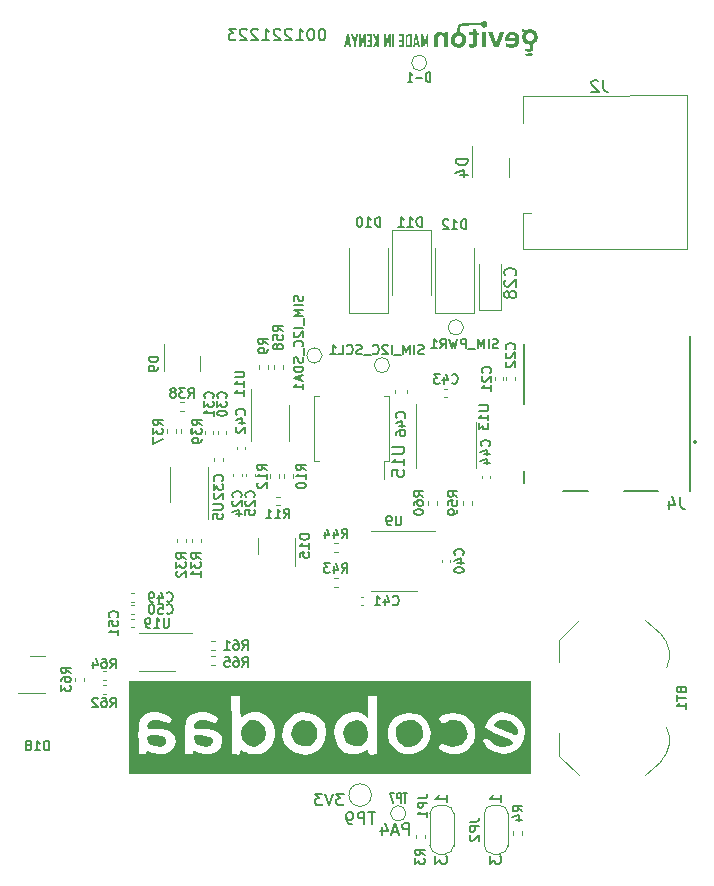
<source format=gbr>
%TF.GenerationSoftware,KiCad,Pcbnew,7.0.10*%
%TF.CreationDate,2024-01-17T01:16:12+03:00*%
%TF.ProjectId,BIM_PCB,42494d5f-5043-4422-9e6b-696361645f70,rev?*%
%TF.SameCoordinates,Original*%
%TF.FileFunction,Legend,Bot*%
%TF.FilePolarity,Positive*%
%FSLAX46Y46*%
G04 Gerber Fmt 4.6, Leading zero omitted, Abs format (unit mm)*
G04 Created by KiCad (PCBNEW 7.0.10) date 2024-01-17 01:16:12*
%MOMM*%
%LPD*%
G01*
G04 APERTURE LIST*
%ADD10C,0.200000*%
%ADD11C,0.150000*%
%ADD12C,0.127000*%
%ADD13C,0.100000*%
%ADD14C,0.120000*%
G04 APERTURE END LIST*
D10*
G36*
X71385589Y-60430000D02*
G01*
X71540195Y-60430000D01*
X71540195Y-59893886D01*
X71540042Y-59882800D01*
X71539584Y-59870668D01*
X71539040Y-59860883D01*
X71538325Y-59850509D01*
X71537438Y-59839548D01*
X71536379Y-59827998D01*
X71535148Y-59815860D01*
X71533745Y-59803134D01*
X71532171Y-59789820D01*
X71530425Y-59775917D01*
X71669399Y-60320579D01*
X71750976Y-60320579D01*
X71890439Y-59775917D01*
X71888737Y-59790069D01*
X71887202Y-59803581D01*
X71885835Y-59816453D01*
X71884635Y-59828685D01*
X71883602Y-59840278D01*
X71882737Y-59851231D01*
X71882039Y-59861544D01*
X71881369Y-59874300D01*
X71880997Y-59885919D01*
X71880914Y-59893886D01*
X71880914Y-60430000D01*
X72035519Y-60430000D01*
X72035519Y-59351423D01*
X71883600Y-59351423D01*
X71714584Y-59941025D01*
X71712882Y-59951037D01*
X71711948Y-59961015D01*
X71711241Y-59971800D01*
X71710718Y-59982362D01*
X71710432Y-59989385D01*
X71710104Y-59978648D01*
X71709394Y-59968747D01*
X71708287Y-59957490D01*
X71707022Y-59946763D01*
X71706280Y-59941025D01*
X71537508Y-59351423D01*
X71385589Y-59351423D01*
X71385589Y-60430000D01*
G37*
G36*
X71300837Y-60427313D02*
G01*
X71300837Y-60430000D01*
X71142079Y-60430000D01*
X71109839Y-60242421D01*
X70908583Y-60242421D01*
X70876343Y-60430000D01*
X70716852Y-60430000D01*
X70782812Y-60086106D01*
X70931297Y-60086106D01*
X71088590Y-60086106D01*
X71009455Y-59600795D01*
X70931297Y-60086106D01*
X70782812Y-60086106D01*
X70923726Y-59351423D01*
X71092742Y-59351423D01*
X71300837Y-60427313D01*
G37*
G36*
X70630635Y-60430000D02*
G01*
X70302861Y-60430000D01*
X70291077Y-60429789D01*
X70279600Y-60429156D01*
X70268431Y-60428102D01*
X70257569Y-60426626D01*
X70247014Y-60424728D01*
X70236766Y-60422409D01*
X70226826Y-60419668D01*
X70217192Y-60416505D01*
X70207866Y-60412921D01*
X70198848Y-60408914D01*
X70185895Y-60402115D01*
X70173634Y-60394366D01*
X70162064Y-60385668D01*
X70151186Y-60376022D01*
X70141103Y-60365497D01*
X70132012Y-60354255D01*
X70123912Y-60342296D01*
X70116805Y-60329620D01*
X70112617Y-60320770D01*
X70108871Y-60311603D01*
X70105565Y-60302116D01*
X70102700Y-60292311D01*
X70100275Y-60282188D01*
X70098292Y-60271745D01*
X70096749Y-60260984D01*
X70095647Y-60249905D01*
X70094986Y-60238506D01*
X70094766Y-60226789D01*
X70094766Y-60186001D01*
X70256210Y-60186001D01*
X70256306Y-60191395D01*
X70257073Y-60201671D01*
X70259662Y-60215799D01*
X70263977Y-60228387D01*
X70270018Y-60239433D01*
X70277784Y-60248938D01*
X70287277Y-60256901D01*
X70298495Y-60263323D01*
X70311440Y-60268204D01*
X70321028Y-60270601D01*
X70331384Y-60272314D01*
X70342506Y-60273342D01*
X70354396Y-60273684D01*
X70469678Y-60273684D01*
X70469678Y-59507739D01*
X70350244Y-59507739D01*
X70338857Y-59508075D01*
X70328205Y-59509086D01*
X70313604Y-59511864D01*
X70300656Y-59516158D01*
X70289361Y-59521968D01*
X70279719Y-59529293D01*
X70271729Y-59538134D01*
X70265393Y-59548490D01*
X70260710Y-59560362D01*
X70257680Y-59573749D01*
X70256578Y-59583516D01*
X70256210Y-59593956D01*
X70256210Y-60186001D01*
X70094766Y-60186001D01*
X70094766Y-59554633D01*
X70094821Y-59548765D01*
X70095262Y-59537264D01*
X70096143Y-59526079D01*
X70097466Y-59515208D01*
X70099229Y-59504652D01*
X70101433Y-59494411D01*
X70104077Y-59484485D01*
X70107163Y-59474874D01*
X70110689Y-59465577D01*
X70116805Y-59452223D01*
X70123912Y-59439577D01*
X70132012Y-59427639D01*
X70141103Y-59416410D01*
X70151186Y-59405889D01*
X70154735Y-59402538D01*
X70165844Y-59393124D01*
X70177644Y-59384667D01*
X70190136Y-59377167D01*
X70198848Y-59372699D01*
X70207866Y-59368657D01*
X70217192Y-59365040D01*
X70226826Y-59361848D01*
X70236766Y-59359082D01*
X70247014Y-59356742D01*
X70257569Y-59354827D01*
X70268431Y-59353338D01*
X70279600Y-59352274D01*
X70291077Y-59351636D01*
X70302861Y-59351423D01*
X70630635Y-59351423D01*
X70630635Y-60430000D01*
G37*
G36*
X69528122Y-60430000D02*
G01*
X69974110Y-60430000D01*
X69974110Y-59351423D01*
X69532274Y-59351423D01*
X69532274Y-59507739D01*
X69813154Y-59507739D01*
X69813154Y-59804738D01*
X69571353Y-59804738D01*
X69571353Y-59961053D01*
X69813154Y-59961053D01*
X69813154Y-60273684D01*
X69528122Y-60273684D01*
X69528122Y-60430000D01*
G37*
G36*
X68969295Y-60430000D02*
G01*
X69130006Y-60430000D01*
X69130006Y-59351423D01*
X68969295Y-59351423D01*
X68969295Y-60430000D01*
G37*
G36*
X68294940Y-60430000D02*
G01*
X68435868Y-60430000D01*
X68693545Y-59751249D01*
X68691083Y-59763312D01*
X68688950Y-59774711D01*
X68687145Y-59785446D01*
X68685668Y-59795518D01*
X68684283Y-59807173D01*
X68683411Y-59817790D01*
X68683042Y-59829162D01*
X68683042Y-60430000D01*
X68839846Y-60430000D01*
X68839846Y-59351423D01*
X68698918Y-59351423D01*
X68441242Y-60016496D01*
X68443703Y-60004433D01*
X68445836Y-59993034D01*
X68447642Y-59982299D01*
X68449118Y-59972227D01*
X68450503Y-59960572D01*
X68451375Y-59949954D01*
X68451744Y-59938583D01*
X68451744Y-59351423D01*
X68294940Y-59351423D01*
X68294940Y-60430000D01*
G37*
G36*
X67339462Y-60430000D02*
G01*
X67516538Y-60430000D01*
X67720481Y-59952749D01*
X67720481Y-60430000D01*
X67881437Y-60430000D01*
X67881437Y-59351423D01*
X67720481Y-59351423D01*
X67720481Y-59811821D01*
X67541939Y-59351423D01*
X67366085Y-59351423D01*
X67366085Y-59358995D01*
X67584682Y-59875080D01*
X67339462Y-60430000D01*
G37*
G36*
X66832658Y-60430000D02*
G01*
X67278646Y-60430000D01*
X67278646Y-59351423D01*
X66836810Y-59351423D01*
X66836810Y-59507739D01*
X67117690Y-59507739D01*
X67117690Y-59804738D01*
X66875889Y-59804738D01*
X66875889Y-59961053D01*
X67117690Y-59961053D01*
X67117690Y-60273684D01*
X66832658Y-60273684D01*
X66832658Y-60430000D01*
G37*
G36*
X66180774Y-60430000D02*
G01*
X66321702Y-60430000D01*
X66579378Y-59751249D01*
X66576917Y-59763312D01*
X66574784Y-59774711D01*
X66572978Y-59785446D01*
X66571502Y-59795518D01*
X66570117Y-59807173D01*
X66569245Y-59817790D01*
X66568876Y-59829162D01*
X66568876Y-60430000D01*
X66725680Y-60430000D01*
X66725680Y-59351423D01*
X66584752Y-59351423D01*
X66327076Y-60016496D01*
X66329537Y-60004433D01*
X66331670Y-59993034D01*
X66333475Y-59982299D01*
X66334952Y-59972227D01*
X66336337Y-59960572D01*
X66337209Y-59949954D01*
X66337578Y-59938583D01*
X66337578Y-59351423D01*
X66180774Y-59351423D01*
X66180774Y-60430000D01*
G37*
G36*
X65514724Y-59357773D02*
G01*
X65656873Y-59808401D01*
X65661936Y-59821754D01*
X65665493Y-59831551D01*
X65669195Y-59842063D01*
X65673042Y-59853290D01*
X65677034Y-59865233D01*
X65681171Y-59877892D01*
X65685452Y-59891266D01*
X65689879Y-59905356D01*
X65694451Y-59920161D01*
X65699168Y-59935682D01*
X65704030Y-59951919D01*
X65709037Y-59968871D01*
X65714189Y-59986538D01*
X65719486Y-60004921D01*
X65722189Y-60014381D01*
X65724928Y-60024020D01*
X65727704Y-60033838D01*
X65727704Y-60430000D01*
X65889148Y-60430000D01*
X65889148Y-60033838D01*
X65891293Y-60023707D01*
X65893605Y-60013464D01*
X65896084Y-60003110D01*
X65898731Y-59992645D01*
X65901545Y-59982067D01*
X65904527Y-59971378D01*
X65907676Y-59960578D01*
X65910993Y-59949665D01*
X65914477Y-59938642D01*
X65918128Y-59927506D01*
X65920655Y-59920020D01*
X65925074Y-59907563D01*
X65929231Y-59895837D01*
X65933126Y-59884841D01*
X65936760Y-59874576D01*
X65940133Y-59865042D01*
X65944702Y-59852111D01*
X65948682Y-59840825D01*
X65952075Y-59831183D01*
X65955683Y-59820884D01*
X65959135Y-59810918D01*
X65959979Y-59808401D01*
X66101395Y-59357529D01*
X66101395Y-59351423D01*
X65935799Y-59351423D01*
X65807327Y-59820858D01*
X65679588Y-59351423D01*
X65514724Y-59351423D01*
X65514724Y-59357773D01*
G37*
G36*
X65475157Y-60427313D02*
G01*
X65475157Y-60430000D01*
X65316399Y-60430000D01*
X65284159Y-60242421D01*
X65082903Y-60242421D01*
X65050662Y-60430000D01*
X64891172Y-60430000D01*
X64957132Y-60086106D01*
X65105617Y-60086106D01*
X65262909Y-60086106D01*
X65183775Y-59600795D01*
X65105617Y-60086106D01*
X64957132Y-60086106D01*
X65098046Y-59351423D01*
X65267062Y-59351423D01*
X65475157Y-60427313D01*
G37*
D11*
X64858458Y-123619819D02*
X64239411Y-123619819D01*
X64239411Y-123619819D02*
X64572744Y-124000771D01*
X64572744Y-124000771D02*
X64429887Y-124000771D01*
X64429887Y-124000771D02*
X64334649Y-124048390D01*
X64334649Y-124048390D02*
X64287030Y-124096009D01*
X64287030Y-124096009D02*
X64239411Y-124191247D01*
X64239411Y-124191247D02*
X64239411Y-124429342D01*
X64239411Y-124429342D02*
X64287030Y-124524580D01*
X64287030Y-124524580D02*
X64334649Y-124572200D01*
X64334649Y-124572200D02*
X64429887Y-124619819D01*
X64429887Y-124619819D02*
X64715601Y-124619819D01*
X64715601Y-124619819D02*
X64810839Y-124572200D01*
X64810839Y-124572200D02*
X64858458Y-124524580D01*
X63953696Y-123619819D02*
X63620363Y-124619819D01*
X63620363Y-124619819D02*
X63287030Y-123619819D01*
X63048934Y-123619819D02*
X62429887Y-123619819D01*
X62429887Y-123619819D02*
X62763220Y-124000771D01*
X62763220Y-124000771D02*
X62620363Y-124000771D01*
X62620363Y-124000771D02*
X62525125Y-124048390D01*
X62525125Y-124048390D02*
X62477506Y-124096009D01*
X62477506Y-124096009D02*
X62429887Y-124191247D01*
X62429887Y-124191247D02*
X62429887Y-124429342D01*
X62429887Y-124429342D02*
X62477506Y-124524580D01*
X62477506Y-124524580D02*
X62525125Y-124572200D01*
X62525125Y-124572200D02*
X62620363Y-124619819D01*
X62620363Y-124619819D02*
X62906077Y-124619819D01*
X62906077Y-124619819D02*
X63001315Y-124572200D01*
X63001315Y-124572200D02*
X63048934Y-124524580D01*
X63072744Y-58844819D02*
X62977506Y-58844819D01*
X62977506Y-58844819D02*
X62882268Y-58892438D01*
X62882268Y-58892438D02*
X62834649Y-58940057D01*
X62834649Y-58940057D02*
X62787030Y-59035295D01*
X62787030Y-59035295D02*
X62739411Y-59225771D01*
X62739411Y-59225771D02*
X62739411Y-59463866D01*
X62739411Y-59463866D02*
X62787030Y-59654342D01*
X62787030Y-59654342D02*
X62834649Y-59749580D01*
X62834649Y-59749580D02*
X62882268Y-59797200D01*
X62882268Y-59797200D02*
X62977506Y-59844819D01*
X62977506Y-59844819D02*
X63072744Y-59844819D01*
X63072744Y-59844819D02*
X63167982Y-59797200D01*
X63167982Y-59797200D02*
X63215601Y-59749580D01*
X63215601Y-59749580D02*
X63263220Y-59654342D01*
X63263220Y-59654342D02*
X63310839Y-59463866D01*
X63310839Y-59463866D02*
X63310839Y-59225771D01*
X63310839Y-59225771D02*
X63263220Y-59035295D01*
X63263220Y-59035295D02*
X63215601Y-58940057D01*
X63215601Y-58940057D02*
X63167982Y-58892438D01*
X63167982Y-58892438D02*
X63072744Y-58844819D01*
X62120363Y-58844819D02*
X62025125Y-58844819D01*
X62025125Y-58844819D02*
X61929887Y-58892438D01*
X61929887Y-58892438D02*
X61882268Y-58940057D01*
X61882268Y-58940057D02*
X61834649Y-59035295D01*
X61834649Y-59035295D02*
X61787030Y-59225771D01*
X61787030Y-59225771D02*
X61787030Y-59463866D01*
X61787030Y-59463866D02*
X61834649Y-59654342D01*
X61834649Y-59654342D02*
X61882268Y-59749580D01*
X61882268Y-59749580D02*
X61929887Y-59797200D01*
X61929887Y-59797200D02*
X62025125Y-59844819D01*
X62025125Y-59844819D02*
X62120363Y-59844819D01*
X62120363Y-59844819D02*
X62215601Y-59797200D01*
X62215601Y-59797200D02*
X62263220Y-59749580D01*
X62263220Y-59749580D02*
X62310839Y-59654342D01*
X62310839Y-59654342D02*
X62358458Y-59463866D01*
X62358458Y-59463866D02*
X62358458Y-59225771D01*
X62358458Y-59225771D02*
X62310839Y-59035295D01*
X62310839Y-59035295D02*
X62263220Y-58940057D01*
X62263220Y-58940057D02*
X62215601Y-58892438D01*
X62215601Y-58892438D02*
X62120363Y-58844819D01*
X60834649Y-59844819D02*
X61406077Y-59844819D01*
X61120363Y-59844819D02*
X61120363Y-58844819D01*
X61120363Y-58844819D02*
X61215601Y-58987676D01*
X61215601Y-58987676D02*
X61310839Y-59082914D01*
X61310839Y-59082914D02*
X61406077Y-59130533D01*
X60453696Y-58940057D02*
X60406077Y-58892438D01*
X60406077Y-58892438D02*
X60310839Y-58844819D01*
X60310839Y-58844819D02*
X60072744Y-58844819D01*
X60072744Y-58844819D02*
X59977506Y-58892438D01*
X59977506Y-58892438D02*
X59929887Y-58940057D01*
X59929887Y-58940057D02*
X59882268Y-59035295D01*
X59882268Y-59035295D02*
X59882268Y-59130533D01*
X59882268Y-59130533D02*
X59929887Y-59273390D01*
X59929887Y-59273390D02*
X60501315Y-59844819D01*
X60501315Y-59844819D02*
X59882268Y-59844819D01*
X59501315Y-58940057D02*
X59453696Y-58892438D01*
X59453696Y-58892438D02*
X59358458Y-58844819D01*
X59358458Y-58844819D02*
X59120363Y-58844819D01*
X59120363Y-58844819D02*
X59025125Y-58892438D01*
X59025125Y-58892438D02*
X58977506Y-58940057D01*
X58977506Y-58940057D02*
X58929887Y-59035295D01*
X58929887Y-59035295D02*
X58929887Y-59130533D01*
X58929887Y-59130533D02*
X58977506Y-59273390D01*
X58977506Y-59273390D02*
X59548934Y-59844819D01*
X59548934Y-59844819D02*
X58929887Y-59844819D01*
X57977506Y-59844819D02*
X58548934Y-59844819D01*
X58263220Y-59844819D02*
X58263220Y-58844819D01*
X58263220Y-58844819D02*
X58358458Y-58987676D01*
X58358458Y-58987676D02*
X58453696Y-59082914D01*
X58453696Y-59082914D02*
X58548934Y-59130533D01*
X57596553Y-58940057D02*
X57548934Y-58892438D01*
X57548934Y-58892438D02*
X57453696Y-58844819D01*
X57453696Y-58844819D02*
X57215601Y-58844819D01*
X57215601Y-58844819D02*
X57120363Y-58892438D01*
X57120363Y-58892438D02*
X57072744Y-58940057D01*
X57072744Y-58940057D02*
X57025125Y-59035295D01*
X57025125Y-59035295D02*
X57025125Y-59130533D01*
X57025125Y-59130533D02*
X57072744Y-59273390D01*
X57072744Y-59273390D02*
X57644172Y-59844819D01*
X57644172Y-59844819D02*
X57025125Y-59844819D01*
X56644172Y-58940057D02*
X56596553Y-58892438D01*
X56596553Y-58892438D02*
X56501315Y-58844819D01*
X56501315Y-58844819D02*
X56263220Y-58844819D01*
X56263220Y-58844819D02*
X56167982Y-58892438D01*
X56167982Y-58892438D02*
X56120363Y-58940057D01*
X56120363Y-58940057D02*
X56072744Y-59035295D01*
X56072744Y-59035295D02*
X56072744Y-59130533D01*
X56072744Y-59130533D02*
X56120363Y-59273390D01*
X56120363Y-59273390D02*
X56691791Y-59844819D01*
X56691791Y-59844819D02*
X56072744Y-59844819D01*
X55739410Y-58844819D02*
X55120363Y-58844819D01*
X55120363Y-58844819D02*
X55453696Y-59225771D01*
X55453696Y-59225771D02*
X55310839Y-59225771D01*
X55310839Y-59225771D02*
X55215601Y-59273390D01*
X55215601Y-59273390D02*
X55167982Y-59321009D01*
X55167982Y-59321009D02*
X55120363Y-59416247D01*
X55120363Y-59416247D02*
X55120363Y-59654342D01*
X55120363Y-59654342D02*
X55167982Y-59749580D01*
X55167982Y-59749580D02*
X55215601Y-59797200D01*
X55215601Y-59797200D02*
X55310839Y-59844819D01*
X55310839Y-59844819D02*
X55596553Y-59844819D01*
X55596553Y-59844819D02*
X55691791Y-59797200D01*
X55691791Y-59797200D02*
X55739410Y-59749580D01*
X70388220Y-127119819D02*
X70388220Y-126119819D01*
X70388220Y-126119819D02*
X70007268Y-126119819D01*
X70007268Y-126119819D02*
X69912030Y-126167438D01*
X69912030Y-126167438D02*
X69864411Y-126215057D01*
X69864411Y-126215057D02*
X69816792Y-126310295D01*
X69816792Y-126310295D02*
X69816792Y-126453152D01*
X69816792Y-126453152D02*
X69864411Y-126548390D01*
X69864411Y-126548390D02*
X69912030Y-126596009D01*
X69912030Y-126596009D02*
X70007268Y-126643628D01*
X70007268Y-126643628D02*
X70388220Y-126643628D01*
X69435839Y-126834104D02*
X68959649Y-126834104D01*
X69531077Y-127119819D02*
X69197744Y-126119819D01*
X69197744Y-126119819D02*
X68864411Y-127119819D01*
X68102506Y-126453152D02*
X68102506Y-127119819D01*
X68340601Y-126072200D02*
X68578696Y-126786485D01*
X68578696Y-126786485D02*
X67959649Y-126786485D01*
X93333561Y-98504451D02*
X93333561Y-99219226D01*
X93333561Y-99219226D02*
X93381213Y-99362181D01*
X93381213Y-99362181D02*
X93476516Y-99457485D01*
X93476516Y-99457485D02*
X93619471Y-99505136D01*
X93619471Y-99505136D02*
X93714775Y-99505136D01*
X92428179Y-98838013D02*
X92428179Y-99505136D01*
X92666438Y-98456800D02*
X92904696Y-99171575D01*
X92904696Y-99171575D02*
X92285224Y-99171575D01*
X72200000Y-63362295D02*
X72200000Y-62562295D01*
X72200000Y-62562295D02*
X72033333Y-62562295D01*
X72033333Y-62562295D02*
X71933333Y-62600390D01*
X71933333Y-62600390D02*
X71866667Y-62676580D01*
X71866667Y-62676580D02*
X71833333Y-62752771D01*
X71833333Y-62752771D02*
X71800000Y-62905152D01*
X71800000Y-62905152D02*
X71800000Y-63019438D01*
X71800000Y-63019438D02*
X71833333Y-63171819D01*
X71833333Y-63171819D02*
X71866667Y-63248009D01*
X71866667Y-63248009D02*
X71933333Y-63324200D01*
X71933333Y-63324200D02*
X72033333Y-63362295D01*
X72033333Y-63362295D02*
X72200000Y-63362295D01*
X71500000Y-63057533D02*
X70966667Y-63057533D01*
X70266666Y-63362295D02*
X70666666Y-63362295D01*
X70466666Y-63362295D02*
X70466666Y-62562295D01*
X70466666Y-62562295D02*
X70533333Y-62676580D01*
X70533333Y-62676580D02*
X70600000Y-62752771D01*
X70600000Y-62752771D02*
X70666666Y-62790866D01*
X45111785Y-113012295D02*
X45378452Y-112631342D01*
X45568928Y-113012295D02*
X45568928Y-112212295D01*
X45568928Y-112212295D02*
X45264166Y-112212295D01*
X45264166Y-112212295D02*
X45187976Y-112250390D01*
X45187976Y-112250390D02*
X45149881Y-112288485D01*
X45149881Y-112288485D02*
X45111785Y-112364676D01*
X45111785Y-112364676D02*
X45111785Y-112478961D01*
X45111785Y-112478961D02*
X45149881Y-112555152D01*
X45149881Y-112555152D02*
X45187976Y-112593247D01*
X45187976Y-112593247D02*
X45264166Y-112631342D01*
X45264166Y-112631342D02*
X45568928Y-112631342D01*
X44426071Y-112212295D02*
X44578452Y-112212295D01*
X44578452Y-112212295D02*
X44654643Y-112250390D01*
X44654643Y-112250390D02*
X44692738Y-112288485D01*
X44692738Y-112288485D02*
X44768928Y-112402771D01*
X44768928Y-112402771D02*
X44807024Y-112555152D01*
X44807024Y-112555152D02*
X44807024Y-112859914D01*
X44807024Y-112859914D02*
X44768928Y-112936104D01*
X44768928Y-112936104D02*
X44730833Y-112974200D01*
X44730833Y-112974200D02*
X44654643Y-113012295D01*
X44654643Y-113012295D02*
X44502262Y-113012295D01*
X44502262Y-113012295D02*
X44426071Y-112974200D01*
X44426071Y-112974200D02*
X44387976Y-112936104D01*
X44387976Y-112936104D02*
X44349881Y-112859914D01*
X44349881Y-112859914D02*
X44349881Y-112669438D01*
X44349881Y-112669438D02*
X44387976Y-112593247D01*
X44387976Y-112593247D02*
X44426071Y-112555152D01*
X44426071Y-112555152D02*
X44502262Y-112517057D01*
X44502262Y-112517057D02*
X44654643Y-112517057D01*
X44654643Y-112517057D02*
X44730833Y-112555152D01*
X44730833Y-112555152D02*
X44768928Y-112593247D01*
X44768928Y-112593247D02*
X44807024Y-112669438D01*
X43664166Y-112478961D02*
X43664166Y-113012295D01*
X43854642Y-112174200D02*
X44045119Y-112745628D01*
X44045119Y-112745628D02*
X43549880Y-112745628D01*
X59687295Y-84485714D02*
X59306342Y-84219047D01*
X59687295Y-84028571D02*
X58887295Y-84028571D01*
X58887295Y-84028571D02*
X58887295Y-84333333D01*
X58887295Y-84333333D02*
X58925390Y-84409523D01*
X58925390Y-84409523D02*
X58963485Y-84447618D01*
X58963485Y-84447618D02*
X59039676Y-84485714D01*
X59039676Y-84485714D02*
X59153961Y-84485714D01*
X59153961Y-84485714D02*
X59230152Y-84447618D01*
X59230152Y-84447618D02*
X59268247Y-84409523D01*
X59268247Y-84409523D02*
X59306342Y-84333333D01*
X59306342Y-84333333D02*
X59306342Y-84028571D01*
X58887295Y-85209523D02*
X58887295Y-84828571D01*
X58887295Y-84828571D02*
X59268247Y-84790475D01*
X59268247Y-84790475D02*
X59230152Y-84828571D01*
X59230152Y-84828571D02*
X59192057Y-84904761D01*
X59192057Y-84904761D02*
X59192057Y-85095237D01*
X59192057Y-85095237D02*
X59230152Y-85171428D01*
X59230152Y-85171428D02*
X59268247Y-85209523D01*
X59268247Y-85209523D02*
X59344438Y-85247618D01*
X59344438Y-85247618D02*
X59534914Y-85247618D01*
X59534914Y-85247618D02*
X59611104Y-85209523D01*
X59611104Y-85209523D02*
X59649200Y-85171428D01*
X59649200Y-85171428D02*
X59687295Y-85095237D01*
X59687295Y-85095237D02*
X59687295Y-84904761D01*
X59687295Y-84904761D02*
X59649200Y-84828571D01*
X59649200Y-84828571D02*
X59611104Y-84790475D01*
X59230152Y-85704761D02*
X59192057Y-85628571D01*
X59192057Y-85628571D02*
X59153961Y-85590476D01*
X59153961Y-85590476D02*
X59077771Y-85552380D01*
X59077771Y-85552380D02*
X59039676Y-85552380D01*
X59039676Y-85552380D02*
X58963485Y-85590476D01*
X58963485Y-85590476D02*
X58925390Y-85628571D01*
X58925390Y-85628571D02*
X58887295Y-85704761D01*
X58887295Y-85704761D02*
X58887295Y-85857142D01*
X58887295Y-85857142D02*
X58925390Y-85933333D01*
X58925390Y-85933333D02*
X58963485Y-85971428D01*
X58963485Y-85971428D02*
X59039676Y-86009523D01*
X59039676Y-86009523D02*
X59077771Y-86009523D01*
X59077771Y-86009523D02*
X59153961Y-85971428D01*
X59153961Y-85971428D02*
X59192057Y-85933333D01*
X59192057Y-85933333D02*
X59230152Y-85857142D01*
X59230152Y-85857142D02*
X59230152Y-85704761D01*
X59230152Y-85704761D02*
X59268247Y-85628571D01*
X59268247Y-85628571D02*
X59306342Y-85590476D01*
X59306342Y-85590476D02*
X59382533Y-85552380D01*
X59382533Y-85552380D02*
X59534914Y-85552380D01*
X59534914Y-85552380D02*
X59611104Y-85590476D01*
X59611104Y-85590476D02*
X59649200Y-85628571D01*
X59649200Y-85628571D02*
X59687295Y-85704761D01*
X59687295Y-85704761D02*
X59687295Y-85857142D01*
X59687295Y-85857142D02*
X59649200Y-85933333D01*
X59649200Y-85933333D02*
X59611104Y-85971428D01*
X59611104Y-85971428D02*
X59534914Y-86009523D01*
X59534914Y-86009523D02*
X59382533Y-86009523D01*
X59382533Y-86009523D02*
X59306342Y-85971428D01*
X59306342Y-85971428D02*
X59268247Y-85933333D01*
X59268247Y-85933333D02*
X59230152Y-85857142D01*
X49869285Y-108336104D02*
X49907381Y-108374200D01*
X49907381Y-108374200D02*
X50021666Y-108412295D01*
X50021666Y-108412295D02*
X50097857Y-108412295D01*
X50097857Y-108412295D02*
X50212143Y-108374200D01*
X50212143Y-108374200D02*
X50288333Y-108298009D01*
X50288333Y-108298009D02*
X50326428Y-108221819D01*
X50326428Y-108221819D02*
X50364524Y-108069438D01*
X50364524Y-108069438D02*
X50364524Y-107955152D01*
X50364524Y-107955152D02*
X50326428Y-107802771D01*
X50326428Y-107802771D02*
X50288333Y-107726580D01*
X50288333Y-107726580D02*
X50212143Y-107650390D01*
X50212143Y-107650390D02*
X50097857Y-107612295D01*
X50097857Y-107612295D02*
X50021666Y-107612295D01*
X50021666Y-107612295D02*
X49907381Y-107650390D01*
X49907381Y-107650390D02*
X49869285Y-107688485D01*
X49145476Y-107612295D02*
X49526428Y-107612295D01*
X49526428Y-107612295D02*
X49564524Y-107993247D01*
X49564524Y-107993247D02*
X49526428Y-107955152D01*
X49526428Y-107955152D02*
X49450238Y-107917057D01*
X49450238Y-107917057D02*
X49259762Y-107917057D01*
X49259762Y-107917057D02*
X49183571Y-107955152D01*
X49183571Y-107955152D02*
X49145476Y-107993247D01*
X49145476Y-107993247D02*
X49107381Y-108069438D01*
X49107381Y-108069438D02*
X49107381Y-108259914D01*
X49107381Y-108259914D02*
X49145476Y-108336104D01*
X49145476Y-108336104D02*
X49183571Y-108374200D01*
X49183571Y-108374200D02*
X49259762Y-108412295D01*
X49259762Y-108412295D02*
X49450238Y-108412295D01*
X49450238Y-108412295D02*
X49526428Y-108374200D01*
X49526428Y-108374200D02*
X49564524Y-108336104D01*
X48612142Y-107612295D02*
X48535952Y-107612295D01*
X48535952Y-107612295D02*
X48459761Y-107650390D01*
X48459761Y-107650390D02*
X48421666Y-107688485D01*
X48421666Y-107688485D02*
X48383571Y-107764676D01*
X48383571Y-107764676D02*
X48345476Y-107917057D01*
X48345476Y-107917057D02*
X48345476Y-108107533D01*
X48345476Y-108107533D02*
X48383571Y-108259914D01*
X48383571Y-108259914D02*
X48421666Y-108336104D01*
X48421666Y-108336104D02*
X48459761Y-108374200D01*
X48459761Y-108374200D02*
X48535952Y-108412295D01*
X48535952Y-108412295D02*
X48612142Y-108412295D01*
X48612142Y-108412295D02*
X48688333Y-108374200D01*
X48688333Y-108374200D02*
X48726428Y-108336104D01*
X48726428Y-108336104D02*
X48764523Y-108259914D01*
X48764523Y-108259914D02*
X48802619Y-108107533D01*
X48802619Y-108107533D02*
X48802619Y-107917057D01*
X48802619Y-107917057D02*
X48764523Y-107764676D01*
X48764523Y-107764676D02*
X48726428Y-107688485D01*
X48726428Y-107688485D02*
X48688333Y-107650390D01*
X48688333Y-107650390D02*
X48612142Y-107612295D01*
X70232143Y-123612295D02*
X69889286Y-123612295D01*
X70060714Y-124412295D02*
X70060714Y-123612295D01*
X69689285Y-124412295D02*
X69689285Y-123612295D01*
X69689285Y-123612295D02*
X69460714Y-123612295D01*
X69460714Y-123612295D02*
X69403571Y-123650390D01*
X69403571Y-123650390D02*
X69375000Y-123688485D01*
X69375000Y-123688485D02*
X69346428Y-123764676D01*
X69346428Y-123764676D02*
X69346428Y-123878961D01*
X69346428Y-123878961D02*
X69375000Y-123955152D01*
X69375000Y-123955152D02*
X69403571Y-123993247D01*
X69403571Y-123993247D02*
X69460714Y-124031342D01*
X69460714Y-124031342D02*
X69689285Y-124031342D01*
X69146428Y-123612295D02*
X68746428Y-123612295D01*
X68746428Y-123612295D02*
X69003571Y-124412295D01*
X52737294Y-103735714D02*
X52356341Y-103469047D01*
X52737294Y-103278571D02*
X51937294Y-103278571D01*
X51937294Y-103278571D02*
X51937294Y-103583333D01*
X51937294Y-103583333D02*
X51975389Y-103659523D01*
X51975389Y-103659523D02*
X52013484Y-103697618D01*
X52013484Y-103697618D02*
X52089675Y-103735714D01*
X52089675Y-103735714D02*
X52203960Y-103735714D01*
X52203960Y-103735714D02*
X52280151Y-103697618D01*
X52280151Y-103697618D02*
X52318246Y-103659523D01*
X52318246Y-103659523D02*
X52356341Y-103583333D01*
X52356341Y-103583333D02*
X52356341Y-103278571D01*
X51937294Y-104002380D02*
X51937294Y-104497618D01*
X51937294Y-104497618D02*
X52242056Y-104230952D01*
X52242056Y-104230952D02*
X52242056Y-104345237D01*
X52242056Y-104345237D02*
X52280151Y-104421428D01*
X52280151Y-104421428D02*
X52318246Y-104459523D01*
X52318246Y-104459523D02*
X52394437Y-104497618D01*
X52394437Y-104497618D02*
X52584913Y-104497618D01*
X52584913Y-104497618D02*
X52661103Y-104459523D01*
X52661103Y-104459523D02*
X52699199Y-104421428D01*
X52699199Y-104421428D02*
X52737294Y-104345237D01*
X52737294Y-104345237D02*
X52737294Y-104116666D01*
X52737294Y-104116666D02*
X52699199Y-104040475D01*
X52699199Y-104040475D02*
X52661103Y-104002380D01*
X52737294Y-105259523D02*
X52737294Y-104802380D01*
X52737294Y-105030952D02*
X51937294Y-105030952D01*
X51937294Y-105030952D02*
X52051579Y-104954761D01*
X52051579Y-104954761D02*
X52127770Y-104878571D01*
X52127770Y-104878571D02*
X52165865Y-104802380D01*
X71724795Y-128821429D02*
X71343842Y-128554762D01*
X71724795Y-128364286D02*
X70924795Y-128364286D01*
X70924795Y-128364286D02*
X70924795Y-128669048D01*
X70924795Y-128669048D02*
X70962890Y-128745238D01*
X70962890Y-128745238D02*
X71000985Y-128783333D01*
X71000985Y-128783333D02*
X71077176Y-128821429D01*
X71077176Y-128821429D02*
X71191461Y-128821429D01*
X71191461Y-128821429D02*
X71267652Y-128783333D01*
X71267652Y-128783333D02*
X71305747Y-128745238D01*
X71305747Y-128745238D02*
X71343842Y-128669048D01*
X71343842Y-128669048D02*
X71343842Y-128364286D01*
X70924795Y-129088095D02*
X70924795Y-129583333D01*
X70924795Y-129583333D02*
X71229557Y-129316667D01*
X71229557Y-129316667D02*
X71229557Y-129430952D01*
X71229557Y-129430952D02*
X71267652Y-129507143D01*
X71267652Y-129507143D02*
X71305747Y-129545238D01*
X71305747Y-129545238D02*
X71381938Y-129583333D01*
X71381938Y-129583333D02*
X71572414Y-129583333D01*
X71572414Y-129583333D02*
X71648604Y-129545238D01*
X71648604Y-129545238D02*
X71686700Y-129507143D01*
X71686700Y-129507143D02*
X71724795Y-129430952D01*
X71724795Y-129430952D02*
X71724795Y-129202381D01*
X71724795Y-129202381D02*
X71686700Y-129126190D01*
X71686700Y-129126190D02*
X71648604Y-129088095D01*
X51689286Y-90099795D02*
X51955953Y-89718842D01*
X52146429Y-90099795D02*
X52146429Y-89299795D01*
X52146429Y-89299795D02*
X51841667Y-89299795D01*
X51841667Y-89299795D02*
X51765477Y-89337890D01*
X51765477Y-89337890D02*
X51727382Y-89375985D01*
X51727382Y-89375985D02*
X51689286Y-89452176D01*
X51689286Y-89452176D02*
X51689286Y-89566461D01*
X51689286Y-89566461D02*
X51727382Y-89642652D01*
X51727382Y-89642652D02*
X51765477Y-89680747D01*
X51765477Y-89680747D02*
X51841667Y-89718842D01*
X51841667Y-89718842D02*
X52146429Y-89718842D01*
X51422620Y-89299795D02*
X50927382Y-89299795D01*
X50927382Y-89299795D02*
X51194048Y-89604557D01*
X51194048Y-89604557D02*
X51079763Y-89604557D01*
X51079763Y-89604557D02*
X51003572Y-89642652D01*
X51003572Y-89642652D02*
X50965477Y-89680747D01*
X50965477Y-89680747D02*
X50927382Y-89756938D01*
X50927382Y-89756938D02*
X50927382Y-89947414D01*
X50927382Y-89947414D02*
X50965477Y-90023604D01*
X50965477Y-90023604D02*
X51003572Y-90061700D01*
X51003572Y-90061700D02*
X51079763Y-90099795D01*
X51079763Y-90099795D02*
X51308334Y-90099795D01*
X51308334Y-90099795D02*
X51384525Y-90061700D01*
X51384525Y-90061700D02*
X51422620Y-90023604D01*
X50470239Y-89642652D02*
X50546429Y-89604557D01*
X50546429Y-89604557D02*
X50584524Y-89566461D01*
X50584524Y-89566461D02*
X50622620Y-89490271D01*
X50622620Y-89490271D02*
X50622620Y-89452176D01*
X50622620Y-89452176D02*
X50584524Y-89375985D01*
X50584524Y-89375985D02*
X50546429Y-89337890D01*
X50546429Y-89337890D02*
X50470239Y-89299795D01*
X50470239Y-89299795D02*
X50317858Y-89299795D01*
X50317858Y-89299795D02*
X50241667Y-89337890D01*
X50241667Y-89337890D02*
X50203572Y-89375985D01*
X50203572Y-89375985D02*
X50165477Y-89452176D01*
X50165477Y-89452176D02*
X50165477Y-89490271D01*
X50165477Y-89490271D02*
X50203572Y-89566461D01*
X50203572Y-89566461D02*
X50241667Y-89604557D01*
X50241667Y-89604557D02*
X50317858Y-89642652D01*
X50317858Y-89642652D02*
X50470239Y-89642652D01*
X50470239Y-89642652D02*
X50546429Y-89680747D01*
X50546429Y-89680747D02*
X50584524Y-89718842D01*
X50584524Y-89718842D02*
X50622620Y-89795033D01*
X50622620Y-89795033D02*
X50622620Y-89947414D01*
X50622620Y-89947414D02*
X50584524Y-90023604D01*
X50584524Y-90023604D02*
X50546429Y-90061700D01*
X50546429Y-90061700D02*
X50470239Y-90099795D01*
X50470239Y-90099795D02*
X50317858Y-90099795D01*
X50317858Y-90099795D02*
X50241667Y-90061700D01*
X50241667Y-90061700D02*
X50203572Y-90023604D01*
X50203572Y-90023604D02*
X50165477Y-89947414D01*
X50165477Y-89947414D02*
X50165477Y-89795033D01*
X50165477Y-89795033D02*
X50203572Y-89718842D01*
X50203572Y-89718842D02*
X50241667Y-89680747D01*
X50241667Y-89680747D02*
X50317858Y-89642652D01*
X71124795Y-123998095D02*
X71696223Y-123998095D01*
X71696223Y-123998095D02*
X71810509Y-123960000D01*
X71810509Y-123960000D02*
X71886700Y-123883809D01*
X71886700Y-123883809D02*
X71924795Y-123769524D01*
X71924795Y-123769524D02*
X71924795Y-123693333D01*
X71924795Y-124379048D02*
X71124795Y-124379048D01*
X71124795Y-124379048D02*
X71124795Y-124683810D01*
X71124795Y-124683810D02*
X71162890Y-124760000D01*
X71162890Y-124760000D02*
X71200985Y-124798095D01*
X71200985Y-124798095D02*
X71277176Y-124836191D01*
X71277176Y-124836191D02*
X71391461Y-124836191D01*
X71391461Y-124836191D02*
X71467652Y-124798095D01*
X71467652Y-124798095D02*
X71505747Y-124760000D01*
X71505747Y-124760000D02*
X71543842Y-124683810D01*
X71543842Y-124683810D02*
X71543842Y-124379048D01*
X71924795Y-125598095D02*
X71924795Y-125140952D01*
X71924795Y-125369524D02*
X71124795Y-125369524D01*
X71124795Y-125369524D02*
X71239080Y-125293333D01*
X71239080Y-125293333D02*
X71315271Y-125217143D01*
X71315271Y-125217143D02*
X71353366Y-125140952D01*
X73617319Y-124350476D02*
X73617319Y-123779048D01*
X73617319Y-124064762D02*
X72617319Y-124064762D01*
X72617319Y-124064762D02*
X72760176Y-123969524D01*
X72760176Y-123969524D02*
X72855414Y-123874286D01*
X72855414Y-123874286D02*
X72903033Y-123779048D01*
X72617319Y-128931429D02*
X72617319Y-129550476D01*
X72617319Y-129550476D02*
X72998271Y-129217143D01*
X72998271Y-129217143D02*
X72998271Y-129360000D01*
X72998271Y-129360000D02*
X73045890Y-129455238D01*
X73045890Y-129455238D02*
X73093509Y-129502857D01*
X73093509Y-129502857D02*
X73188747Y-129550476D01*
X73188747Y-129550476D02*
X73426842Y-129550476D01*
X73426842Y-129550476D02*
X73522080Y-129502857D01*
X73522080Y-129502857D02*
X73569700Y-129455238D01*
X73569700Y-129455238D02*
X73617319Y-129360000D01*
X73617319Y-129360000D02*
X73617319Y-129074286D01*
X73617319Y-129074286D02*
X73569700Y-128979048D01*
X73569700Y-128979048D02*
X73522080Y-128931429D01*
X64714285Y-102017295D02*
X64980952Y-101636342D01*
X65171428Y-102017295D02*
X65171428Y-101217295D01*
X65171428Y-101217295D02*
X64866666Y-101217295D01*
X64866666Y-101217295D02*
X64790476Y-101255390D01*
X64790476Y-101255390D02*
X64752381Y-101293485D01*
X64752381Y-101293485D02*
X64714285Y-101369676D01*
X64714285Y-101369676D02*
X64714285Y-101483961D01*
X64714285Y-101483961D02*
X64752381Y-101560152D01*
X64752381Y-101560152D02*
X64790476Y-101598247D01*
X64790476Y-101598247D02*
X64866666Y-101636342D01*
X64866666Y-101636342D02*
X65171428Y-101636342D01*
X64028571Y-101483961D02*
X64028571Y-102017295D01*
X64219047Y-101179200D02*
X64409524Y-101750628D01*
X64409524Y-101750628D02*
X63914285Y-101750628D01*
X63266666Y-101483961D02*
X63266666Y-102017295D01*
X63457142Y-101179200D02*
X63647619Y-101750628D01*
X63647619Y-101750628D02*
X63152380Y-101750628D01*
X77186104Y-94185713D02*
X77224200Y-94147617D01*
X77224200Y-94147617D02*
X77262295Y-94033332D01*
X77262295Y-94033332D02*
X77262295Y-93957141D01*
X77262295Y-93957141D02*
X77224200Y-93842855D01*
X77224200Y-93842855D02*
X77148009Y-93766665D01*
X77148009Y-93766665D02*
X77071819Y-93728570D01*
X77071819Y-93728570D02*
X76919438Y-93690474D01*
X76919438Y-93690474D02*
X76805152Y-93690474D01*
X76805152Y-93690474D02*
X76652771Y-93728570D01*
X76652771Y-93728570D02*
X76576580Y-93766665D01*
X76576580Y-93766665D02*
X76500390Y-93842855D01*
X76500390Y-93842855D02*
X76462295Y-93957141D01*
X76462295Y-93957141D02*
X76462295Y-94033332D01*
X76462295Y-94033332D02*
X76500390Y-94147617D01*
X76500390Y-94147617D02*
X76538485Y-94185713D01*
X76728961Y-94871427D02*
X77262295Y-94871427D01*
X76424200Y-94680951D02*
X76995628Y-94490474D01*
X76995628Y-94490474D02*
X76995628Y-94985713D01*
X76728961Y-95633332D02*
X77262295Y-95633332D01*
X76424200Y-95442856D02*
X76995628Y-95252379D01*
X76995628Y-95252379D02*
X76995628Y-95747618D01*
X53761104Y-90123214D02*
X53799200Y-90085118D01*
X53799200Y-90085118D02*
X53837295Y-89970833D01*
X53837295Y-89970833D02*
X53837295Y-89894642D01*
X53837295Y-89894642D02*
X53799200Y-89780356D01*
X53799200Y-89780356D02*
X53723009Y-89704166D01*
X53723009Y-89704166D02*
X53646819Y-89666071D01*
X53646819Y-89666071D02*
X53494438Y-89627975D01*
X53494438Y-89627975D02*
X53380152Y-89627975D01*
X53380152Y-89627975D02*
X53227771Y-89666071D01*
X53227771Y-89666071D02*
X53151580Y-89704166D01*
X53151580Y-89704166D02*
X53075390Y-89780356D01*
X53075390Y-89780356D02*
X53037295Y-89894642D01*
X53037295Y-89894642D02*
X53037295Y-89970833D01*
X53037295Y-89970833D02*
X53075390Y-90085118D01*
X53075390Y-90085118D02*
X53113485Y-90123214D01*
X53037295Y-90389880D02*
X53037295Y-90885118D01*
X53037295Y-90885118D02*
X53342057Y-90618452D01*
X53342057Y-90618452D02*
X53342057Y-90732737D01*
X53342057Y-90732737D02*
X53380152Y-90808928D01*
X53380152Y-90808928D02*
X53418247Y-90847023D01*
X53418247Y-90847023D02*
X53494438Y-90885118D01*
X53494438Y-90885118D02*
X53684914Y-90885118D01*
X53684914Y-90885118D02*
X53761104Y-90847023D01*
X53761104Y-90847023D02*
X53799200Y-90808928D01*
X53799200Y-90808928D02*
X53837295Y-90732737D01*
X53837295Y-90732737D02*
X53837295Y-90504166D01*
X53837295Y-90504166D02*
X53799200Y-90427975D01*
X53799200Y-90427975D02*
X53761104Y-90389880D01*
X53837295Y-91647023D02*
X53837295Y-91189880D01*
X53837295Y-91418452D02*
X53037295Y-91418452D01*
X53037295Y-91418452D02*
X53151580Y-91342261D01*
X53151580Y-91342261D02*
X53227771Y-91266071D01*
X53227771Y-91266071D02*
X53265866Y-91189880D01*
X50060475Y-108762295D02*
X50060475Y-109409914D01*
X50060475Y-109409914D02*
X50022380Y-109486104D01*
X50022380Y-109486104D02*
X49984285Y-109524200D01*
X49984285Y-109524200D02*
X49908094Y-109562295D01*
X49908094Y-109562295D02*
X49755713Y-109562295D01*
X49755713Y-109562295D02*
X49679523Y-109524200D01*
X49679523Y-109524200D02*
X49641428Y-109486104D01*
X49641428Y-109486104D02*
X49603332Y-109409914D01*
X49603332Y-109409914D02*
X49603332Y-108762295D01*
X48803333Y-109562295D02*
X49260476Y-109562295D01*
X49031904Y-109562295D02*
X49031904Y-108762295D01*
X49031904Y-108762295D02*
X49108095Y-108876580D01*
X49108095Y-108876580D02*
X49184285Y-108952771D01*
X49184285Y-108952771D02*
X49260476Y-108990866D01*
X48422380Y-109562295D02*
X48269999Y-109562295D01*
X48269999Y-109562295D02*
X48193809Y-109524200D01*
X48193809Y-109524200D02*
X48155713Y-109486104D01*
X48155713Y-109486104D02*
X48079523Y-109371819D01*
X48079523Y-109371819D02*
X48041428Y-109219438D01*
X48041428Y-109219438D02*
X48041428Y-108914676D01*
X48041428Y-108914676D02*
X48079523Y-108838485D01*
X48079523Y-108838485D02*
X48117618Y-108800390D01*
X48117618Y-108800390D02*
X48193809Y-108762295D01*
X48193809Y-108762295D02*
X48346190Y-108762295D01*
X48346190Y-108762295D02*
X48422380Y-108800390D01*
X48422380Y-108800390D02*
X48460475Y-108838485D01*
X48460475Y-108838485D02*
X48498571Y-108914676D01*
X48498571Y-108914676D02*
X48498571Y-109105152D01*
X48498571Y-109105152D02*
X48460475Y-109181342D01*
X48460475Y-109181342D02*
X48422380Y-109219438D01*
X48422380Y-109219438D02*
X48346190Y-109257533D01*
X48346190Y-109257533D02*
X48193809Y-109257533D01*
X48193809Y-109257533D02*
X48117618Y-109219438D01*
X48117618Y-109219438D02*
X48079523Y-109181342D01*
X48079523Y-109181342D02*
X48041428Y-109105152D01*
X71617857Y-86399200D02*
X71503571Y-86437295D01*
X71503571Y-86437295D02*
X71313095Y-86437295D01*
X71313095Y-86437295D02*
X71236904Y-86399200D01*
X71236904Y-86399200D02*
X71198809Y-86361104D01*
X71198809Y-86361104D02*
X71160714Y-86284914D01*
X71160714Y-86284914D02*
X71160714Y-86208723D01*
X71160714Y-86208723D02*
X71198809Y-86132533D01*
X71198809Y-86132533D02*
X71236904Y-86094438D01*
X71236904Y-86094438D02*
X71313095Y-86056342D01*
X71313095Y-86056342D02*
X71465476Y-86018247D01*
X71465476Y-86018247D02*
X71541666Y-85980152D01*
X71541666Y-85980152D02*
X71579761Y-85942057D01*
X71579761Y-85942057D02*
X71617857Y-85865866D01*
X71617857Y-85865866D02*
X71617857Y-85789676D01*
X71617857Y-85789676D02*
X71579761Y-85713485D01*
X71579761Y-85713485D02*
X71541666Y-85675390D01*
X71541666Y-85675390D02*
X71465476Y-85637295D01*
X71465476Y-85637295D02*
X71274999Y-85637295D01*
X71274999Y-85637295D02*
X71160714Y-85675390D01*
X70817856Y-86437295D02*
X70817856Y-85637295D01*
X70436904Y-86437295D02*
X70436904Y-85637295D01*
X70436904Y-85637295D02*
X70170238Y-86208723D01*
X70170238Y-86208723D02*
X69903571Y-85637295D01*
X69903571Y-85637295D02*
X69903571Y-86437295D01*
X69713095Y-86513485D02*
X69103571Y-86513485D01*
X68913094Y-86437295D02*
X68913094Y-85637295D01*
X68570238Y-85713485D02*
X68532142Y-85675390D01*
X68532142Y-85675390D02*
X68455952Y-85637295D01*
X68455952Y-85637295D02*
X68265476Y-85637295D01*
X68265476Y-85637295D02*
X68189285Y-85675390D01*
X68189285Y-85675390D02*
X68151190Y-85713485D01*
X68151190Y-85713485D02*
X68113095Y-85789676D01*
X68113095Y-85789676D02*
X68113095Y-85865866D01*
X68113095Y-85865866D02*
X68151190Y-85980152D01*
X68151190Y-85980152D02*
X68608333Y-86437295D01*
X68608333Y-86437295D02*
X68113095Y-86437295D01*
X67313094Y-86361104D02*
X67351190Y-86399200D01*
X67351190Y-86399200D02*
X67465475Y-86437295D01*
X67465475Y-86437295D02*
X67541666Y-86437295D01*
X67541666Y-86437295D02*
X67655952Y-86399200D01*
X67655952Y-86399200D02*
X67732142Y-86323009D01*
X67732142Y-86323009D02*
X67770237Y-86246819D01*
X67770237Y-86246819D02*
X67808333Y-86094438D01*
X67808333Y-86094438D02*
X67808333Y-85980152D01*
X67808333Y-85980152D02*
X67770237Y-85827771D01*
X67770237Y-85827771D02*
X67732142Y-85751580D01*
X67732142Y-85751580D02*
X67655952Y-85675390D01*
X67655952Y-85675390D02*
X67541666Y-85637295D01*
X67541666Y-85637295D02*
X67465475Y-85637295D01*
X67465475Y-85637295D02*
X67351190Y-85675390D01*
X67351190Y-85675390D02*
X67313094Y-85713485D01*
X67160714Y-86513485D02*
X66551190Y-86513485D01*
X66398809Y-86399200D02*
X66284523Y-86437295D01*
X66284523Y-86437295D02*
X66094047Y-86437295D01*
X66094047Y-86437295D02*
X66017856Y-86399200D01*
X66017856Y-86399200D02*
X65979761Y-86361104D01*
X65979761Y-86361104D02*
X65941666Y-86284914D01*
X65941666Y-86284914D02*
X65941666Y-86208723D01*
X65941666Y-86208723D02*
X65979761Y-86132533D01*
X65979761Y-86132533D02*
X66017856Y-86094438D01*
X66017856Y-86094438D02*
X66094047Y-86056342D01*
X66094047Y-86056342D02*
X66246428Y-86018247D01*
X66246428Y-86018247D02*
X66322618Y-85980152D01*
X66322618Y-85980152D02*
X66360713Y-85942057D01*
X66360713Y-85942057D02*
X66398809Y-85865866D01*
X66398809Y-85865866D02*
X66398809Y-85789676D01*
X66398809Y-85789676D02*
X66360713Y-85713485D01*
X66360713Y-85713485D02*
X66322618Y-85675390D01*
X66322618Y-85675390D02*
X66246428Y-85637295D01*
X66246428Y-85637295D02*
X66055951Y-85637295D01*
X66055951Y-85637295D02*
X65941666Y-85675390D01*
X65141665Y-86361104D02*
X65179761Y-86399200D01*
X65179761Y-86399200D02*
X65294046Y-86437295D01*
X65294046Y-86437295D02*
X65370237Y-86437295D01*
X65370237Y-86437295D02*
X65484523Y-86399200D01*
X65484523Y-86399200D02*
X65560713Y-86323009D01*
X65560713Y-86323009D02*
X65598808Y-86246819D01*
X65598808Y-86246819D02*
X65636904Y-86094438D01*
X65636904Y-86094438D02*
X65636904Y-85980152D01*
X65636904Y-85980152D02*
X65598808Y-85827771D01*
X65598808Y-85827771D02*
X65560713Y-85751580D01*
X65560713Y-85751580D02*
X65484523Y-85675390D01*
X65484523Y-85675390D02*
X65370237Y-85637295D01*
X65370237Y-85637295D02*
X65294046Y-85637295D01*
X65294046Y-85637295D02*
X65179761Y-85675390D01*
X65179761Y-85675390D02*
X65141665Y-85713485D01*
X64417856Y-86437295D02*
X64798808Y-86437295D01*
X64798808Y-86437295D02*
X64798808Y-85637295D01*
X63732142Y-86437295D02*
X64189285Y-86437295D01*
X63960713Y-86437295D02*
X63960713Y-85637295D01*
X63960713Y-85637295D02*
X64036904Y-85751580D01*
X64036904Y-85751580D02*
X64113094Y-85827771D01*
X64113094Y-85827771D02*
X64189285Y-85865866D01*
X67946428Y-75612295D02*
X67946428Y-74812295D01*
X67946428Y-74812295D02*
X67755952Y-74812295D01*
X67755952Y-74812295D02*
X67641666Y-74850390D01*
X67641666Y-74850390D02*
X67565476Y-74926580D01*
X67565476Y-74926580D02*
X67527381Y-75002771D01*
X67527381Y-75002771D02*
X67489285Y-75155152D01*
X67489285Y-75155152D02*
X67489285Y-75269438D01*
X67489285Y-75269438D02*
X67527381Y-75421819D01*
X67527381Y-75421819D02*
X67565476Y-75498009D01*
X67565476Y-75498009D02*
X67641666Y-75574200D01*
X67641666Y-75574200D02*
X67755952Y-75612295D01*
X67755952Y-75612295D02*
X67946428Y-75612295D01*
X66727381Y-75612295D02*
X67184524Y-75612295D01*
X66955952Y-75612295D02*
X66955952Y-74812295D01*
X66955952Y-74812295D02*
X67032143Y-74926580D01*
X67032143Y-74926580D02*
X67108333Y-75002771D01*
X67108333Y-75002771D02*
X67184524Y-75040866D01*
X66232142Y-74812295D02*
X66155952Y-74812295D01*
X66155952Y-74812295D02*
X66079761Y-74850390D01*
X66079761Y-74850390D02*
X66041666Y-74888485D01*
X66041666Y-74888485D02*
X66003571Y-74964676D01*
X66003571Y-74964676D02*
X65965476Y-75117057D01*
X65965476Y-75117057D02*
X65965476Y-75307533D01*
X65965476Y-75307533D02*
X66003571Y-75459914D01*
X66003571Y-75459914D02*
X66041666Y-75536104D01*
X66041666Y-75536104D02*
X66079761Y-75574200D01*
X66079761Y-75574200D02*
X66155952Y-75612295D01*
X66155952Y-75612295D02*
X66232142Y-75612295D01*
X66232142Y-75612295D02*
X66308333Y-75574200D01*
X66308333Y-75574200D02*
X66346428Y-75536104D01*
X66346428Y-75536104D02*
X66384523Y-75459914D01*
X66384523Y-75459914D02*
X66422619Y-75307533D01*
X66422619Y-75307533D02*
X66422619Y-75117057D01*
X66422619Y-75117057D02*
X66384523Y-74964676D01*
X66384523Y-74964676D02*
X66346428Y-74888485D01*
X66346428Y-74888485D02*
X66308333Y-74850390D01*
X66308333Y-74850390D02*
X66232142Y-74812295D01*
X45686104Y-108685714D02*
X45724200Y-108647618D01*
X45724200Y-108647618D02*
X45762295Y-108533333D01*
X45762295Y-108533333D02*
X45762295Y-108457142D01*
X45762295Y-108457142D02*
X45724200Y-108342856D01*
X45724200Y-108342856D02*
X45648009Y-108266666D01*
X45648009Y-108266666D02*
X45571819Y-108228571D01*
X45571819Y-108228571D02*
X45419438Y-108190475D01*
X45419438Y-108190475D02*
X45305152Y-108190475D01*
X45305152Y-108190475D02*
X45152771Y-108228571D01*
X45152771Y-108228571D02*
X45076580Y-108266666D01*
X45076580Y-108266666D02*
X45000390Y-108342856D01*
X45000390Y-108342856D02*
X44962295Y-108457142D01*
X44962295Y-108457142D02*
X44962295Y-108533333D01*
X44962295Y-108533333D02*
X45000390Y-108647618D01*
X45000390Y-108647618D02*
X45038485Y-108685714D01*
X44962295Y-109409523D02*
X44962295Y-109028571D01*
X44962295Y-109028571D02*
X45343247Y-108990475D01*
X45343247Y-108990475D02*
X45305152Y-109028571D01*
X45305152Y-109028571D02*
X45267057Y-109104761D01*
X45267057Y-109104761D02*
X45267057Y-109295237D01*
X45267057Y-109295237D02*
X45305152Y-109371428D01*
X45305152Y-109371428D02*
X45343247Y-109409523D01*
X45343247Y-109409523D02*
X45419438Y-109447618D01*
X45419438Y-109447618D02*
X45609914Y-109447618D01*
X45609914Y-109447618D02*
X45686104Y-109409523D01*
X45686104Y-109409523D02*
X45724200Y-109371428D01*
X45724200Y-109371428D02*
X45762295Y-109295237D01*
X45762295Y-109295237D02*
X45762295Y-109104761D01*
X45762295Y-109104761D02*
X45724200Y-109028571D01*
X45724200Y-109028571D02*
X45686104Y-108990475D01*
X45762295Y-110209523D02*
X45762295Y-109752380D01*
X45762295Y-109980952D02*
X44962295Y-109980952D01*
X44962295Y-109980952D02*
X45076580Y-109904761D01*
X45076580Y-109904761D02*
X45152771Y-109828571D01*
X45152771Y-109828571D02*
X45190866Y-109752380D01*
X79974795Y-125131429D02*
X79593842Y-124864762D01*
X79974795Y-124674286D02*
X79174795Y-124674286D01*
X79174795Y-124674286D02*
X79174795Y-124979048D01*
X79174795Y-124979048D02*
X79212890Y-125055238D01*
X79212890Y-125055238D02*
X79250985Y-125093333D01*
X79250985Y-125093333D02*
X79327176Y-125131429D01*
X79327176Y-125131429D02*
X79441461Y-125131429D01*
X79441461Y-125131429D02*
X79517652Y-125093333D01*
X79517652Y-125093333D02*
X79555747Y-125055238D01*
X79555747Y-125055238D02*
X79593842Y-124979048D01*
X79593842Y-124979048D02*
X79593842Y-124674286D01*
X79441461Y-125817143D02*
X79974795Y-125817143D01*
X79136700Y-125626667D02*
X79708128Y-125436190D01*
X79708128Y-125436190D02*
X79708128Y-125931429D01*
X93443247Y-114871428D02*
X93481342Y-114985714D01*
X93481342Y-114985714D02*
X93519438Y-115023809D01*
X93519438Y-115023809D02*
X93595628Y-115061905D01*
X93595628Y-115061905D02*
X93709914Y-115061905D01*
X93709914Y-115061905D02*
X93786104Y-115023809D01*
X93786104Y-115023809D02*
X93824200Y-114985714D01*
X93824200Y-114985714D02*
X93862295Y-114909524D01*
X93862295Y-114909524D02*
X93862295Y-114604762D01*
X93862295Y-114604762D02*
X93062295Y-114604762D01*
X93062295Y-114604762D02*
X93062295Y-114871428D01*
X93062295Y-114871428D02*
X93100390Y-114947619D01*
X93100390Y-114947619D02*
X93138485Y-114985714D01*
X93138485Y-114985714D02*
X93214676Y-115023809D01*
X93214676Y-115023809D02*
X93290866Y-115023809D01*
X93290866Y-115023809D02*
X93367057Y-114985714D01*
X93367057Y-114985714D02*
X93405152Y-114947619D01*
X93405152Y-114947619D02*
X93443247Y-114871428D01*
X93443247Y-114871428D02*
X93443247Y-114604762D01*
X93062295Y-115290476D02*
X93062295Y-115747619D01*
X93862295Y-115519047D02*
X93062295Y-115519047D01*
X93862295Y-116433333D02*
X93862295Y-115976190D01*
X93862295Y-116204762D02*
X93062295Y-116204762D01*
X93062295Y-116204762D02*
X93176580Y-116128571D01*
X93176580Y-116128571D02*
X93252771Y-116052381D01*
X93252771Y-116052381D02*
X93290866Y-115976190D01*
X74492295Y-98485714D02*
X74111342Y-98219047D01*
X74492295Y-98028571D02*
X73692295Y-98028571D01*
X73692295Y-98028571D02*
X73692295Y-98333333D01*
X73692295Y-98333333D02*
X73730390Y-98409523D01*
X73730390Y-98409523D02*
X73768485Y-98447618D01*
X73768485Y-98447618D02*
X73844676Y-98485714D01*
X73844676Y-98485714D02*
X73958961Y-98485714D01*
X73958961Y-98485714D02*
X74035152Y-98447618D01*
X74035152Y-98447618D02*
X74073247Y-98409523D01*
X74073247Y-98409523D02*
X74111342Y-98333333D01*
X74111342Y-98333333D02*
X74111342Y-98028571D01*
X73692295Y-99209523D02*
X73692295Y-98828571D01*
X73692295Y-98828571D02*
X74073247Y-98790475D01*
X74073247Y-98790475D02*
X74035152Y-98828571D01*
X74035152Y-98828571D02*
X73997057Y-98904761D01*
X73997057Y-98904761D02*
X73997057Y-99095237D01*
X73997057Y-99095237D02*
X74035152Y-99171428D01*
X74035152Y-99171428D02*
X74073247Y-99209523D01*
X74073247Y-99209523D02*
X74149438Y-99247618D01*
X74149438Y-99247618D02*
X74339914Y-99247618D01*
X74339914Y-99247618D02*
X74416104Y-99209523D01*
X74416104Y-99209523D02*
X74454200Y-99171428D01*
X74454200Y-99171428D02*
X74492295Y-99095237D01*
X74492295Y-99095237D02*
X74492295Y-98904761D01*
X74492295Y-98904761D02*
X74454200Y-98828571D01*
X74454200Y-98828571D02*
X74416104Y-98790475D01*
X74492295Y-99628571D02*
X74492295Y-99780952D01*
X74492295Y-99780952D02*
X74454200Y-99857142D01*
X74454200Y-99857142D02*
X74416104Y-99895238D01*
X74416104Y-99895238D02*
X74301819Y-99971428D01*
X74301819Y-99971428D02*
X74149438Y-100009523D01*
X74149438Y-100009523D02*
X73844676Y-100009523D01*
X73844676Y-100009523D02*
X73768485Y-99971428D01*
X73768485Y-99971428D02*
X73730390Y-99933333D01*
X73730390Y-99933333D02*
X73692295Y-99857142D01*
X73692295Y-99857142D02*
X73692295Y-99704761D01*
X73692295Y-99704761D02*
X73730390Y-99628571D01*
X73730390Y-99628571D02*
X73768485Y-99590476D01*
X73768485Y-99590476D02*
X73844676Y-99552380D01*
X73844676Y-99552380D02*
X74035152Y-99552380D01*
X74035152Y-99552380D02*
X74111342Y-99590476D01*
X74111342Y-99590476D02*
X74149438Y-99628571D01*
X74149438Y-99628571D02*
X74187533Y-99704761D01*
X74187533Y-99704761D02*
X74187533Y-99857142D01*
X74187533Y-99857142D02*
X74149438Y-99933333D01*
X74149438Y-99933333D02*
X74111342Y-99971428D01*
X74111342Y-99971428D02*
X74035152Y-100009523D01*
X77286104Y-87985714D02*
X77324200Y-87947618D01*
X77324200Y-87947618D02*
X77362295Y-87833333D01*
X77362295Y-87833333D02*
X77362295Y-87757142D01*
X77362295Y-87757142D02*
X77324200Y-87642856D01*
X77324200Y-87642856D02*
X77248009Y-87566666D01*
X77248009Y-87566666D02*
X77171819Y-87528571D01*
X77171819Y-87528571D02*
X77019438Y-87490475D01*
X77019438Y-87490475D02*
X76905152Y-87490475D01*
X76905152Y-87490475D02*
X76752771Y-87528571D01*
X76752771Y-87528571D02*
X76676580Y-87566666D01*
X76676580Y-87566666D02*
X76600390Y-87642856D01*
X76600390Y-87642856D02*
X76562295Y-87757142D01*
X76562295Y-87757142D02*
X76562295Y-87833333D01*
X76562295Y-87833333D02*
X76600390Y-87947618D01*
X76600390Y-87947618D02*
X76638485Y-87985714D01*
X76638485Y-88290475D02*
X76600390Y-88328571D01*
X76600390Y-88328571D02*
X76562295Y-88404761D01*
X76562295Y-88404761D02*
X76562295Y-88595237D01*
X76562295Y-88595237D02*
X76600390Y-88671428D01*
X76600390Y-88671428D02*
X76638485Y-88709523D01*
X76638485Y-88709523D02*
X76714676Y-88747618D01*
X76714676Y-88747618D02*
X76790866Y-88747618D01*
X76790866Y-88747618D02*
X76905152Y-88709523D01*
X76905152Y-88709523D02*
X77362295Y-88252380D01*
X77362295Y-88252380D02*
X77362295Y-88747618D01*
X77362295Y-89509523D02*
X77362295Y-89052380D01*
X77362295Y-89280952D02*
X76562295Y-89280952D01*
X76562295Y-89280952D02*
X76676580Y-89204761D01*
X76676580Y-89204761D02*
X76752771Y-89128571D01*
X76752771Y-89128571D02*
X76790866Y-89052380D01*
X49869285Y-107286104D02*
X49907381Y-107324200D01*
X49907381Y-107324200D02*
X50021666Y-107362295D01*
X50021666Y-107362295D02*
X50097857Y-107362295D01*
X50097857Y-107362295D02*
X50212143Y-107324200D01*
X50212143Y-107324200D02*
X50288333Y-107248009D01*
X50288333Y-107248009D02*
X50326428Y-107171819D01*
X50326428Y-107171819D02*
X50364524Y-107019438D01*
X50364524Y-107019438D02*
X50364524Y-106905152D01*
X50364524Y-106905152D02*
X50326428Y-106752771D01*
X50326428Y-106752771D02*
X50288333Y-106676580D01*
X50288333Y-106676580D02*
X50212143Y-106600390D01*
X50212143Y-106600390D02*
X50097857Y-106562295D01*
X50097857Y-106562295D02*
X50021666Y-106562295D01*
X50021666Y-106562295D02*
X49907381Y-106600390D01*
X49907381Y-106600390D02*
X49869285Y-106638485D01*
X49183571Y-106828961D02*
X49183571Y-107362295D01*
X49374047Y-106524200D02*
X49564524Y-107095628D01*
X49564524Y-107095628D02*
X49069285Y-107095628D01*
X48726428Y-107362295D02*
X48574047Y-107362295D01*
X48574047Y-107362295D02*
X48497857Y-107324200D01*
X48497857Y-107324200D02*
X48459761Y-107286104D01*
X48459761Y-107286104D02*
X48383571Y-107171819D01*
X48383571Y-107171819D02*
X48345476Y-107019438D01*
X48345476Y-107019438D02*
X48345476Y-106714676D01*
X48345476Y-106714676D02*
X48383571Y-106638485D01*
X48383571Y-106638485D02*
X48421666Y-106600390D01*
X48421666Y-106600390D02*
X48497857Y-106562295D01*
X48497857Y-106562295D02*
X48650238Y-106562295D01*
X48650238Y-106562295D02*
X48726428Y-106600390D01*
X48726428Y-106600390D02*
X48764523Y-106638485D01*
X48764523Y-106638485D02*
X48802619Y-106714676D01*
X48802619Y-106714676D02*
X48802619Y-106905152D01*
X48802619Y-106905152D02*
X48764523Y-106981342D01*
X48764523Y-106981342D02*
X48726428Y-107019438D01*
X48726428Y-107019438D02*
X48650238Y-107057533D01*
X48650238Y-107057533D02*
X48497857Y-107057533D01*
X48497857Y-107057533D02*
X48421666Y-107019438D01*
X48421666Y-107019438D02*
X48383571Y-106981342D01*
X48383571Y-106981342D02*
X48345476Y-106905152D01*
X52837296Y-92423214D02*
X52456343Y-92156547D01*
X52837296Y-91966071D02*
X52037296Y-91966071D01*
X52037296Y-91966071D02*
X52037296Y-92270833D01*
X52037296Y-92270833D02*
X52075391Y-92347023D01*
X52075391Y-92347023D02*
X52113486Y-92385118D01*
X52113486Y-92385118D02*
X52189677Y-92423214D01*
X52189677Y-92423214D02*
X52303962Y-92423214D01*
X52303962Y-92423214D02*
X52380153Y-92385118D01*
X52380153Y-92385118D02*
X52418248Y-92347023D01*
X52418248Y-92347023D02*
X52456343Y-92270833D01*
X52456343Y-92270833D02*
X52456343Y-91966071D01*
X52037296Y-92689880D02*
X52037296Y-93185118D01*
X52037296Y-93185118D02*
X52342058Y-92918452D01*
X52342058Y-92918452D02*
X52342058Y-93032737D01*
X52342058Y-93032737D02*
X52380153Y-93108928D01*
X52380153Y-93108928D02*
X52418248Y-93147023D01*
X52418248Y-93147023D02*
X52494439Y-93185118D01*
X52494439Y-93185118D02*
X52684915Y-93185118D01*
X52684915Y-93185118D02*
X52761105Y-93147023D01*
X52761105Y-93147023D02*
X52799201Y-93108928D01*
X52799201Y-93108928D02*
X52837296Y-93032737D01*
X52837296Y-93032737D02*
X52837296Y-92804166D01*
X52837296Y-92804166D02*
X52799201Y-92727975D01*
X52799201Y-92727975D02*
X52761105Y-92689880D01*
X52837296Y-93566071D02*
X52837296Y-93718452D01*
X52837296Y-93718452D02*
X52799201Y-93794642D01*
X52799201Y-93794642D02*
X52761105Y-93832738D01*
X52761105Y-93832738D02*
X52646820Y-93908928D01*
X52646820Y-93908928D02*
X52494439Y-93947023D01*
X52494439Y-93947023D02*
X52189677Y-93947023D01*
X52189677Y-93947023D02*
X52113486Y-93908928D01*
X52113486Y-93908928D02*
X52075391Y-93870833D01*
X52075391Y-93870833D02*
X52037296Y-93794642D01*
X52037296Y-93794642D02*
X52037296Y-93642261D01*
X52037296Y-93642261D02*
X52075391Y-93566071D01*
X52075391Y-93566071D02*
X52113486Y-93527976D01*
X52113486Y-93527976D02*
X52189677Y-93489880D01*
X52189677Y-93489880D02*
X52380153Y-93489880D01*
X52380153Y-93489880D02*
X52456343Y-93527976D01*
X52456343Y-93527976D02*
X52494439Y-93566071D01*
X52494439Y-93566071D02*
X52532534Y-93642261D01*
X52532534Y-93642261D02*
X52532534Y-93794642D01*
X52532534Y-93794642D02*
X52494439Y-93870833D01*
X52494439Y-93870833D02*
X52456343Y-93908928D01*
X52456343Y-93908928D02*
X52380153Y-93947023D01*
X58337295Y-96235714D02*
X57956342Y-95969047D01*
X58337295Y-95778571D02*
X57537295Y-95778571D01*
X57537295Y-95778571D02*
X57537295Y-96083333D01*
X57537295Y-96083333D02*
X57575390Y-96159523D01*
X57575390Y-96159523D02*
X57613485Y-96197618D01*
X57613485Y-96197618D02*
X57689676Y-96235714D01*
X57689676Y-96235714D02*
X57803961Y-96235714D01*
X57803961Y-96235714D02*
X57880152Y-96197618D01*
X57880152Y-96197618D02*
X57918247Y-96159523D01*
X57918247Y-96159523D02*
X57956342Y-96083333D01*
X57956342Y-96083333D02*
X57956342Y-95778571D01*
X58337295Y-96997618D02*
X58337295Y-96540475D01*
X58337295Y-96769047D02*
X57537295Y-96769047D01*
X57537295Y-96769047D02*
X57651580Y-96692856D01*
X57651580Y-96692856D02*
X57727771Y-96616666D01*
X57727771Y-96616666D02*
X57765866Y-96540475D01*
X57613485Y-97302380D02*
X57575390Y-97340476D01*
X57575390Y-97340476D02*
X57537295Y-97416666D01*
X57537295Y-97416666D02*
X57537295Y-97607142D01*
X57537295Y-97607142D02*
X57575390Y-97683333D01*
X57575390Y-97683333D02*
X57613485Y-97721428D01*
X57613485Y-97721428D02*
X57689676Y-97759523D01*
X57689676Y-97759523D02*
X57765866Y-97759523D01*
X57765866Y-97759523D02*
X57880152Y-97721428D01*
X57880152Y-97721428D02*
X58337295Y-97264285D01*
X58337295Y-97264285D02*
X58337295Y-97759523D01*
X61374200Y-81463094D02*
X61412295Y-81577380D01*
X61412295Y-81577380D02*
X61412295Y-81767856D01*
X61412295Y-81767856D02*
X61374200Y-81844047D01*
X61374200Y-81844047D02*
X61336104Y-81882142D01*
X61336104Y-81882142D02*
X61259914Y-81920237D01*
X61259914Y-81920237D02*
X61183723Y-81920237D01*
X61183723Y-81920237D02*
X61107533Y-81882142D01*
X61107533Y-81882142D02*
X61069438Y-81844047D01*
X61069438Y-81844047D02*
X61031342Y-81767856D01*
X61031342Y-81767856D02*
X60993247Y-81615475D01*
X60993247Y-81615475D02*
X60955152Y-81539285D01*
X60955152Y-81539285D02*
X60917057Y-81501190D01*
X60917057Y-81501190D02*
X60840866Y-81463094D01*
X60840866Y-81463094D02*
X60764676Y-81463094D01*
X60764676Y-81463094D02*
X60688485Y-81501190D01*
X60688485Y-81501190D02*
X60650390Y-81539285D01*
X60650390Y-81539285D02*
X60612295Y-81615475D01*
X60612295Y-81615475D02*
X60612295Y-81805952D01*
X60612295Y-81805952D02*
X60650390Y-81920237D01*
X61412295Y-82263095D02*
X60612295Y-82263095D01*
X61412295Y-82644047D02*
X60612295Y-82644047D01*
X60612295Y-82644047D02*
X61183723Y-82910713D01*
X61183723Y-82910713D02*
X60612295Y-83177380D01*
X60612295Y-83177380D02*
X61412295Y-83177380D01*
X61488485Y-83367857D02*
X61488485Y-83977380D01*
X61412295Y-84167857D02*
X60612295Y-84167857D01*
X60688485Y-84510713D02*
X60650390Y-84548809D01*
X60650390Y-84548809D02*
X60612295Y-84624999D01*
X60612295Y-84624999D02*
X60612295Y-84815475D01*
X60612295Y-84815475D02*
X60650390Y-84891666D01*
X60650390Y-84891666D02*
X60688485Y-84929761D01*
X60688485Y-84929761D02*
X60764676Y-84967856D01*
X60764676Y-84967856D02*
X60840866Y-84967856D01*
X60840866Y-84967856D02*
X60955152Y-84929761D01*
X60955152Y-84929761D02*
X61412295Y-84472618D01*
X61412295Y-84472618D02*
X61412295Y-84967856D01*
X61336104Y-85767857D02*
X61374200Y-85729761D01*
X61374200Y-85729761D02*
X61412295Y-85615476D01*
X61412295Y-85615476D02*
X61412295Y-85539285D01*
X61412295Y-85539285D02*
X61374200Y-85424999D01*
X61374200Y-85424999D02*
X61298009Y-85348809D01*
X61298009Y-85348809D02*
X61221819Y-85310714D01*
X61221819Y-85310714D02*
X61069438Y-85272618D01*
X61069438Y-85272618D02*
X60955152Y-85272618D01*
X60955152Y-85272618D02*
X60802771Y-85310714D01*
X60802771Y-85310714D02*
X60726580Y-85348809D01*
X60726580Y-85348809D02*
X60650390Y-85424999D01*
X60650390Y-85424999D02*
X60612295Y-85539285D01*
X60612295Y-85539285D02*
X60612295Y-85615476D01*
X60612295Y-85615476D02*
X60650390Y-85729761D01*
X60650390Y-85729761D02*
X60688485Y-85767857D01*
X61488485Y-85920238D02*
X61488485Y-86529761D01*
X61374200Y-86682142D02*
X61412295Y-86796428D01*
X61412295Y-86796428D02*
X61412295Y-86986904D01*
X61412295Y-86986904D02*
X61374200Y-87063095D01*
X61374200Y-87063095D02*
X61336104Y-87101190D01*
X61336104Y-87101190D02*
X61259914Y-87139285D01*
X61259914Y-87139285D02*
X61183723Y-87139285D01*
X61183723Y-87139285D02*
X61107533Y-87101190D01*
X61107533Y-87101190D02*
X61069438Y-87063095D01*
X61069438Y-87063095D02*
X61031342Y-86986904D01*
X61031342Y-86986904D02*
X60993247Y-86834523D01*
X60993247Y-86834523D02*
X60955152Y-86758333D01*
X60955152Y-86758333D02*
X60917057Y-86720238D01*
X60917057Y-86720238D02*
X60840866Y-86682142D01*
X60840866Y-86682142D02*
X60764676Y-86682142D01*
X60764676Y-86682142D02*
X60688485Y-86720238D01*
X60688485Y-86720238D02*
X60650390Y-86758333D01*
X60650390Y-86758333D02*
X60612295Y-86834523D01*
X60612295Y-86834523D02*
X60612295Y-87025000D01*
X60612295Y-87025000D02*
X60650390Y-87139285D01*
X61412295Y-87482143D02*
X60612295Y-87482143D01*
X60612295Y-87482143D02*
X60612295Y-87672619D01*
X60612295Y-87672619D02*
X60650390Y-87786905D01*
X60650390Y-87786905D02*
X60726580Y-87863095D01*
X60726580Y-87863095D02*
X60802771Y-87901190D01*
X60802771Y-87901190D02*
X60955152Y-87939286D01*
X60955152Y-87939286D02*
X61069438Y-87939286D01*
X61069438Y-87939286D02*
X61221819Y-87901190D01*
X61221819Y-87901190D02*
X61298009Y-87863095D01*
X61298009Y-87863095D02*
X61374200Y-87786905D01*
X61374200Y-87786905D02*
X61412295Y-87672619D01*
X61412295Y-87672619D02*
X61412295Y-87482143D01*
X61183723Y-88244047D02*
X61183723Y-88625000D01*
X61412295Y-88167857D02*
X60612295Y-88434524D01*
X60612295Y-88434524D02*
X61412295Y-88701190D01*
X61412295Y-89386904D02*
X61412295Y-88929761D01*
X61412295Y-89158333D02*
X60612295Y-89158333D01*
X60612295Y-89158333D02*
X60726580Y-89082142D01*
X60726580Y-89082142D02*
X60802771Y-89005952D01*
X60802771Y-89005952D02*
X60840866Y-88929761D01*
X68979819Y-94261905D02*
X69789342Y-94261905D01*
X69789342Y-94261905D02*
X69884580Y-94309524D01*
X69884580Y-94309524D02*
X69932200Y-94357143D01*
X69932200Y-94357143D02*
X69979819Y-94452381D01*
X69979819Y-94452381D02*
X69979819Y-94642857D01*
X69979819Y-94642857D02*
X69932200Y-94738095D01*
X69932200Y-94738095D02*
X69884580Y-94785714D01*
X69884580Y-94785714D02*
X69789342Y-94833333D01*
X69789342Y-94833333D02*
X68979819Y-94833333D01*
X69979819Y-95833333D02*
X69979819Y-95261905D01*
X69979819Y-95547619D02*
X68979819Y-95547619D01*
X68979819Y-95547619D02*
X69122676Y-95452381D01*
X69122676Y-95452381D02*
X69217914Y-95357143D01*
X69217914Y-95357143D02*
X69265533Y-95261905D01*
X68979819Y-96738095D02*
X68979819Y-96261905D01*
X68979819Y-96261905D02*
X69456009Y-96214286D01*
X69456009Y-96214286D02*
X69408390Y-96261905D01*
X69408390Y-96261905D02*
X69360771Y-96357143D01*
X69360771Y-96357143D02*
X69360771Y-96595238D01*
X69360771Y-96595238D02*
X69408390Y-96690476D01*
X69408390Y-96690476D02*
X69456009Y-96738095D01*
X69456009Y-96738095D02*
X69551247Y-96785714D01*
X69551247Y-96785714D02*
X69789342Y-96785714D01*
X69789342Y-96785714D02*
X69884580Y-96738095D01*
X69884580Y-96738095D02*
X69932200Y-96690476D01*
X69932200Y-96690476D02*
X69979819Y-96595238D01*
X69979819Y-96595238D02*
X69979819Y-96357143D01*
X69979819Y-96357143D02*
X69932200Y-96261905D01*
X69932200Y-96261905D02*
X69884580Y-96214286D01*
X56161104Y-98535714D02*
X56199200Y-98497618D01*
X56199200Y-98497618D02*
X56237295Y-98383333D01*
X56237295Y-98383333D02*
X56237295Y-98307142D01*
X56237295Y-98307142D02*
X56199200Y-98192856D01*
X56199200Y-98192856D02*
X56123009Y-98116666D01*
X56123009Y-98116666D02*
X56046819Y-98078571D01*
X56046819Y-98078571D02*
X55894438Y-98040475D01*
X55894438Y-98040475D02*
X55780152Y-98040475D01*
X55780152Y-98040475D02*
X55627771Y-98078571D01*
X55627771Y-98078571D02*
X55551580Y-98116666D01*
X55551580Y-98116666D02*
X55475390Y-98192856D01*
X55475390Y-98192856D02*
X55437295Y-98307142D01*
X55437295Y-98307142D02*
X55437295Y-98383333D01*
X55437295Y-98383333D02*
X55475390Y-98497618D01*
X55475390Y-98497618D02*
X55513485Y-98535714D01*
X55513485Y-98840475D02*
X55475390Y-98878571D01*
X55475390Y-98878571D02*
X55437295Y-98954761D01*
X55437295Y-98954761D02*
X55437295Y-99145237D01*
X55437295Y-99145237D02*
X55475390Y-99221428D01*
X55475390Y-99221428D02*
X55513485Y-99259523D01*
X55513485Y-99259523D02*
X55589676Y-99297618D01*
X55589676Y-99297618D02*
X55665866Y-99297618D01*
X55665866Y-99297618D02*
X55780152Y-99259523D01*
X55780152Y-99259523D02*
X56237295Y-98802380D01*
X56237295Y-98802380D02*
X56237295Y-99297618D01*
X55703961Y-99983333D02*
X56237295Y-99983333D01*
X55399200Y-99792857D02*
X55970628Y-99602380D01*
X55970628Y-99602380D02*
X55970628Y-100097619D01*
X67511904Y-125204819D02*
X66940476Y-125204819D01*
X67226190Y-126204819D02*
X67226190Y-125204819D01*
X66607142Y-126204819D02*
X66607142Y-125204819D01*
X66607142Y-125204819D02*
X66226190Y-125204819D01*
X66226190Y-125204819D02*
X66130952Y-125252438D01*
X66130952Y-125252438D02*
X66083333Y-125300057D01*
X66083333Y-125300057D02*
X66035714Y-125395295D01*
X66035714Y-125395295D02*
X66035714Y-125538152D01*
X66035714Y-125538152D02*
X66083333Y-125633390D01*
X66083333Y-125633390D02*
X66130952Y-125681009D01*
X66130952Y-125681009D02*
X66226190Y-125728628D01*
X66226190Y-125728628D02*
X66607142Y-125728628D01*
X65559523Y-126204819D02*
X65369047Y-126204819D01*
X65369047Y-126204819D02*
X65273809Y-126157200D01*
X65273809Y-126157200D02*
X65226190Y-126109580D01*
X65226190Y-126109580D02*
X65130952Y-125966723D01*
X65130952Y-125966723D02*
X65083333Y-125776247D01*
X65083333Y-125776247D02*
X65083333Y-125395295D01*
X65083333Y-125395295D02*
X65130952Y-125300057D01*
X65130952Y-125300057D02*
X65178571Y-125252438D01*
X65178571Y-125252438D02*
X65273809Y-125204819D01*
X65273809Y-125204819D02*
X65464285Y-125204819D01*
X65464285Y-125204819D02*
X65559523Y-125252438D01*
X65559523Y-125252438D02*
X65607142Y-125300057D01*
X65607142Y-125300057D02*
X65654761Y-125395295D01*
X65654761Y-125395295D02*
X65654761Y-125633390D01*
X65654761Y-125633390D02*
X65607142Y-125728628D01*
X65607142Y-125728628D02*
X65559523Y-125776247D01*
X65559523Y-125776247D02*
X65464285Y-125823866D01*
X65464285Y-125823866D02*
X65273809Y-125823866D01*
X65273809Y-125823866D02*
X65178571Y-125776247D01*
X65178571Y-125776247D02*
X65130952Y-125728628D01*
X65130952Y-125728628D02*
X65083333Y-125633390D01*
X61637295Y-96235714D02*
X61256342Y-95969047D01*
X61637295Y-95778571D02*
X60837295Y-95778571D01*
X60837295Y-95778571D02*
X60837295Y-96083333D01*
X60837295Y-96083333D02*
X60875390Y-96159523D01*
X60875390Y-96159523D02*
X60913485Y-96197618D01*
X60913485Y-96197618D02*
X60989676Y-96235714D01*
X60989676Y-96235714D02*
X61103961Y-96235714D01*
X61103961Y-96235714D02*
X61180152Y-96197618D01*
X61180152Y-96197618D02*
X61218247Y-96159523D01*
X61218247Y-96159523D02*
X61256342Y-96083333D01*
X61256342Y-96083333D02*
X61256342Y-95778571D01*
X61637295Y-96997618D02*
X61637295Y-96540475D01*
X61637295Y-96769047D02*
X60837295Y-96769047D01*
X60837295Y-96769047D02*
X60951580Y-96692856D01*
X60951580Y-96692856D02*
X61027771Y-96616666D01*
X61027771Y-96616666D02*
X61065866Y-96540475D01*
X60837295Y-97492857D02*
X60837295Y-97569047D01*
X60837295Y-97569047D02*
X60875390Y-97645238D01*
X60875390Y-97645238D02*
X60913485Y-97683333D01*
X60913485Y-97683333D02*
X60989676Y-97721428D01*
X60989676Y-97721428D02*
X61142057Y-97759523D01*
X61142057Y-97759523D02*
X61332533Y-97759523D01*
X61332533Y-97759523D02*
X61484914Y-97721428D01*
X61484914Y-97721428D02*
X61561104Y-97683333D01*
X61561104Y-97683333D02*
X61599200Y-97645238D01*
X61599200Y-97645238D02*
X61637295Y-97569047D01*
X61637295Y-97569047D02*
X61637295Y-97492857D01*
X61637295Y-97492857D02*
X61599200Y-97416666D01*
X61599200Y-97416666D02*
X61561104Y-97378571D01*
X61561104Y-97378571D02*
X61484914Y-97340476D01*
X61484914Y-97340476D02*
X61332533Y-97302380D01*
X61332533Y-97302380D02*
X61142057Y-97302380D01*
X61142057Y-97302380D02*
X60989676Y-97340476D01*
X60989676Y-97340476D02*
X60913485Y-97378571D01*
X60913485Y-97378571D02*
X60875390Y-97416666D01*
X60875390Y-97416666D02*
X60837295Y-97492857D01*
X54861104Y-90123214D02*
X54899200Y-90085118D01*
X54899200Y-90085118D02*
X54937295Y-89970833D01*
X54937295Y-89970833D02*
X54937295Y-89894642D01*
X54937295Y-89894642D02*
X54899200Y-89780356D01*
X54899200Y-89780356D02*
X54823009Y-89704166D01*
X54823009Y-89704166D02*
X54746819Y-89666071D01*
X54746819Y-89666071D02*
X54594438Y-89627975D01*
X54594438Y-89627975D02*
X54480152Y-89627975D01*
X54480152Y-89627975D02*
X54327771Y-89666071D01*
X54327771Y-89666071D02*
X54251580Y-89704166D01*
X54251580Y-89704166D02*
X54175390Y-89780356D01*
X54175390Y-89780356D02*
X54137295Y-89894642D01*
X54137295Y-89894642D02*
X54137295Y-89970833D01*
X54137295Y-89970833D02*
X54175390Y-90085118D01*
X54175390Y-90085118D02*
X54213485Y-90123214D01*
X54137295Y-90389880D02*
X54137295Y-90885118D01*
X54137295Y-90885118D02*
X54442057Y-90618452D01*
X54442057Y-90618452D02*
X54442057Y-90732737D01*
X54442057Y-90732737D02*
X54480152Y-90808928D01*
X54480152Y-90808928D02*
X54518247Y-90847023D01*
X54518247Y-90847023D02*
X54594438Y-90885118D01*
X54594438Y-90885118D02*
X54784914Y-90885118D01*
X54784914Y-90885118D02*
X54861104Y-90847023D01*
X54861104Y-90847023D02*
X54899200Y-90808928D01*
X54899200Y-90808928D02*
X54937295Y-90732737D01*
X54937295Y-90732737D02*
X54937295Y-90504166D01*
X54937295Y-90504166D02*
X54899200Y-90427975D01*
X54899200Y-90427975D02*
X54861104Y-90389880D01*
X54137295Y-91380357D02*
X54137295Y-91456547D01*
X54137295Y-91456547D02*
X54175390Y-91532738D01*
X54175390Y-91532738D02*
X54213485Y-91570833D01*
X54213485Y-91570833D02*
X54289676Y-91608928D01*
X54289676Y-91608928D02*
X54442057Y-91647023D01*
X54442057Y-91647023D02*
X54632533Y-91647023D01*
X54632533Y-91647023D02*
X54784914Y-91608928D01*
X54784914Y-91608928D02*
X54861104Y-91570833D01*
X54861104Y-91570833D02*
X54899200Y-91532738D01*
X54899200Y-91532738D02*
X54937295Y-91456547D01*
X54937295Y-91456547D02*
X54937295Y-91380357D01*
X54937295Y-91380357D02*
X54899200Y-91304166D01*
X54899200Y-91304166D02*
X54861104Y-91266071D01*
X54861104Y-91266071D02*
X54784914Y-91227976D01*
X54784914Y-91227976D02*
X54632533Y-91189880D01*
X54632533Y-91189880D02*
X54442057Y-91189880D01*
X54442057Y-91189880D02*
X54289676Y-91227976D01*
X54289676Y-91227976D02*
X54213485Y-91266071D01*
X54213485Y-91266071D02*
X54175390Y-91304166D01*
X54175390Y-91304166D02*
X54137295Y-91380357D01*
X39906428Y-119962295D02*
X39906428Y-119162295D01*
X39906428Y-119162295D02*
X39715952Y-119162295D01*
X39715952Y-119162295D02*
X39601666Y-119200390D01*
X39601666Y-119200390D02*
X39525476Y-119276580D01*
X39525476Y-119276580D02*
X39487381Y-119352771D01*
X39487381Y-119352771D02*
X39449285Y-119505152D01*
X39449285Y-119505152D02*
X39449285Y-119619438D01*
X39449285Y-119619438D02*
X39487381Y-119771819D01*
X39487381Y-119771819D02*
X39525476Y-119848009D01*
X39525476Y-119848009D02*
X39601666Y-119924200D01*
X39601666Y-119924200D02*
X39715952Y-119962295D01*
X39715952Y-119962295D02*
X39906428Y-119962295D01*
X38687381Y-119962295D02*
X39144524Y-119962295D01*
X38915952Y-119962295D02*
X38915952Y-119162295D01*
X38915952Y-119162295D02*
X38992143Y-119276580D01*
X38992143Y-119276580D02*
X39068333Y-119352771D01*
X39068333Y-119352771D02*
X39144524Y-119390866D01*
X38230238Y-119505152D02*
X38306428Y-119467057D01*
X38306428Y-119467057D02*
X38344523Y-119428961D01*
X38344523Y-119428961D02*
X38382619Y-119352771D01*
X38382619Y-119352771D02*
X38382619Y-119314676D01*
X38382619Y-119314676D02*
X38344523Y-119238485D01*
X38344523Y-119238485D02*
X38306428Y-119200390D01*
X38306428Y-119200390D02*
X38230238Y-119162295D01*
X38230238Y-119162295D02*
X38077857Y-119162295D01*
X38077857Y-119162295D02*
X38001666Y-119200390D01*
X38001666Y-119200390D02*
X37963571Y-119238485D01*
X37963571Y-119238485D02*
X37925476Y-119314676D01*
X37925476Y-119314676D02*
X37925476Y-119352771D01*
X37925476Y-119352771D02*
X37963571Y-119428961D01*
X37963571Y-119428961D02*
X38001666Y-119467057D01*
X38001666Y-119467057D02*
X38077857Y-119505152D01*
X38077857Y-119505152D02*
X38230238Y-119505152D01*
X38230238Y-119505152D02*
X38306428Y-119543247D01*
X38306428Y-119543247D02*
X38344523Y-119581342D01*
X38344523Y-119581342D02*
X38382619Y-119657533D01*
X38382619Y-119657533D02*
X38382619Y-119809914D01*
X38382619Y-119809914D02*
X38344523Y-119886104D01*
X38344523Y-119886104D02*
X38306428Y-119924200D01*
X38306428Y-119924200D02*
X38230238Y-119962295D01*
X38230238Y-119962295D02*
X38077857Y-119962295D01*
X38077857Y-119962295D02*
X38001666Y-119924200D01*
X38001666Y-119924200D02*
X37963571Y-119886104D01*
X37963571Y-119886104D02*
X37925476Y-119809914D01*
X37925476Y-119809914D02*
X37925476Y-119657533D01*
X37925476Y-119657533D02*
X37963571Y-119581342D01*
X37963571Y-119581342D02*
X38001666Y-119543247D01*
X38001666Y-119543247D02*
X38077857Y-119505152D01*
X58437295Y-85566667D02*
X58056342Y-85300000D01*
X58437295Y-85109524D02*
X57637295Y-85109524D01*
X57637295Y-85109524D02*
X57637295Y-85414286D01*
X57637295Y-85414286D02*
X57675390Y-85490476D01*
X57675390Y-85490476D02*
X57713485Y-85528571D01*
X57713485Y-85528571D02*
X57789676Y-85566667D01*
X57789676Y-85566667D02*
X57903961Y-85566667D01*
X57903961Y-85566667D02*
X57980152Y-85528571D01*
X57980152Y-85528571D02*
X58018247Y-85490476D01*
X58018247Y-85490476D02*
X58056342Y-85414286D01*
X58056342Y-85414286D02*
X58056342Y-85109524D01*
X58437295Y-85947619D02*
X58437295Y-86100000D01*
X58437295Y-86100000D02*
X58399200Y-86176190D01*
X58399200Y-86176190D02*
X58361104Y-86214286D01*
X58361104Y-86214286D02*
X58246819Y-86290476D01*
X58246819Y-86290476D02*
X58094438Y-86328571D01*
X58094438Y-86328571D02*
X57789676Y-86328571D01*
X57789676Y-86328571D02*
X57713485Y-86290476D01*
X57713485Y-86290476D02*
X57675390Y-86252381D01*
X57675390Y-86252381D02*
X57637295Y-86176190D01*
X57637295Y-86176190D02*
X57637295Y-86023809D01*
X57637295Y-86023809D02*
X57675390Y-85947619D01*
X57675390Y-85947619D02*
X57713485Y-85909524D01*
X57713485Y-85909524D02*
X57789676Y-85871428D01*
X57789676Y-85871428D02*
X57980152Y-85871428D01*
X57980152Y-85871428D02*
X58056342Y-85909524D01*
X58056342Y-85909524D02*
X58094438Y-85947619D01*
X58094438Y-85947619D02*
X58132533Y-86023809D01*
X58132533Y-86023809D02*
X58132533Y-86176190D01*
X58132533Y-86176190D02*
X58094438Y-86252381D01*
X58094438Y-86252381D02*
X58056342Y-86290476D01*
X58056342Y-86290476D02*
X57980152Y-86328571D01*
X75221428Y-75812295D02*
X75221428Y-75012295D01*
X75221428Y-75012295D02*
X75030952Y-75012295D01*
X75030952Y-75012295D02*
X74916666Y-75050390D01*
X74916666Y-75050390D02*
X74840476Y-75126580D01*
X74840476Y-75126580D02*
X74802381Y-75202771D01*
X74802381Y-75202771D02*
X74764285Y-75355152D01*
X74764285Y-75355152D02*
X74764285Y-75469438D01*
X74764285Y-75469438D02*
X74802381Y-75621819D01*
X74802381Y-75621819D02*
X74840476Y-75698009D01*
X74840476Y-75698009D02*
X74916666Y-75774200D01*
X74916666Y-75774200D02*
X75030952Y-75812295D01*
X75030952Y-75812295D02*
X75221428Y-75812295D01*
X74002381Y-75812295D02*
X74459524Y-75812295D01*
X74230952Y-75812295D02*
X74230952Y-75012295D01*
X74230952Y-75012295D02*
X74307143Y-75126580D01*
X74307143Y-75126580D02*
X74383333Y-75202771D01*
X74383333Y-75202771D02*
X74459524Y-75240866D01*
X73697619Y-75088485D02*
X73659523Y-75050390D01*
X73659523Y-75050390D02*
X73583333Y-75012295D01*
X73583333Y-75012295D02*
X73392857Y-75012295D01*
X73392857Y-75012295D02*
X73316666Y-75050390D01*
X73316666Y-75050390D02*
X73278571Y-75088485D01*
X73278571Y-75088485D02*
X73240476Y-75164676D01*
X73240476Y-75164676D02*
X73240476Y-75240866D01*
X73240476Y-75240866D02*
X73278571Y-75355152D01*
X73278571Y-75355152D02*
X73735714Y-75812295D01*
X73735714Y-75812295D02*
X73240476Y-75812295D01*
X56264285Y-111437295D02*
X56530952Y-111056342D01*
X56721428Y-111437295D02*
X56721428Y-110637295D01*
X56721428Y-110637295D02*
X56416666Y-110637295D01*
X56416666Y-110637295D02*
X56340476Y-110675390D01*
X56340476Y-110675390D02*
X56302381Y-110713485D01*
X56302381Y-110713485D02*
X56264285Y-110789676D01*
X56264285Y-110789676D02*
X56264285Y-110903961D01*
X56264285Y-110903961D02*
X56302381Y-110980152D01*
X56302381Y-110980152D02*
X56340476Y-111018247D01*
X56340476Y-111018247D02*
X56416666Y-111056342D01*
X56416666Y-111056342D02*
X56721428Y-111056342D01*
X55578571Y-110637295D02*
X55730952Y-110637295D01*
X55730952Y-110637295D02*
X55807143Y-110675390D01*
X55807143Y-110675390D02*
X55845238Y-110713485D01*
X55845238Y-110713485D02*
X55921428Y-110827771D01*
X55921428Y-110827771D02*
X55959524Y-110980152D01*
X55959524Y-110980152D02*
X55959524Y-111284914D01*
X55959524Y-111284914D02*
X55921428Y-111361104D01*
X55921428Y-111361104D02*
X55883333Y-111399200D01*
X55883333Y-111399200D02*
X55807143Y-111437295D01*
X55807143Y-111437295D02*
X55654762Y-111437295D01*
X55654762Y-111437295D02*
X55578571Y-111399200D01*
X55578571Y-111399200D02*
X55540476Y-111361104D01*
X55540476Y-111361104D02*
X55502381Y-111284914D01*
X55502381Y-111284914D02*
X55502381Y-111094438D01*
X55502381Y-111094438D02*
X55540476Y-111018247D01*
X55540476Y-111018247D02*
X55578571Y-110980152D01*
X55578571Y-110980152D02*
X55654762Y-110942057D01*
X55654762Y-110942057D02*
X55807143Y-110942057D01*
X55807143Y-110942057D02*
X55883333Y-110980152D01*
X55883333Y-110980152D02*
X55921428Y-111018247D01*
X55921428Y-111018247D02*
X55959524Y-111094438D01*
X54740476Y-111437295D02*
X55197619Y-111437295D01*
X54969047Y-111437295D02*
X54969047Y-110637295D01*
X54969047Y-110637295D02*
X55045238Y-110751580D01*
X55045238Y-110751580D02*
X55121428Y-110827771D01*
X55121428Y-110827771D02*
X55197619Y-110865866D01*
X75524795Y-125998095D02*
X76096223Y-125998095D01*
X76096223Y-125998095D02*
X76210509Y-125960000D01*
X76210509Y-125960000D02*
X76286700Y-125883809D01*
X76286700Y-125883809D02*
X76324795Y-125769524D01*
X76324795Y-125769524D02*
X76324795Y-125693333D01*
X76324795Y-126379048D02*
X75524795Y-126379048D01*
X75524795Y-126379048D02*
X75524795Y-126683810D01*
X75524795Y-126683810D02*
X75562890Y-126760000D01*
X75562890Y-126760000D02*
X75600985Y-126798095D01*
X75600985Y-126798095D02*
X75677176Y-126836191D01*
X75677176Y-126836191D02*
X75791461Y-126836191D01*
X75791461Y-126836191D02*
X75867652Y-126798095D01*
X75867652Y-126798095D02*
X75905747Y-126760000D01*
X75905747Y-126760000D02*
X75943842Y-126683810D01*
X75943842Y-126683810D02*
X75943842Y-126379048D01*
X75600985Y-127140952D02*
X75562890Y-127179048D01*
X75562890Y-127179048D02*
X75524795Y-127255238D01*
X75524795Y-127255238D02*
X75524795Y-127445714D01*
X75524795Y-127445714D02*
X75562890Y-127521905D01*
X75562890Y-127521905D02*
X75600985Y-127560000D01*
X75600985Y-127560000D02*
X75677176Y-127598095D01*
X75677176Y-127598095D02*
X75753366Y-127598095D01*
X75753366Y-127598095D02*
X75867652Y-127560000D01*
X75867652Y-127560000D02*
X76324795Y-127102857D01*
X76324795Y-127102857D02*
X76324795Y-127598095D01*
X78217319Y-124350476D02*
X78217319Y-123779048D01*
X78217319Y-124064762D02*
X77217319Y-124064762D01*
X77217319Y-124064762D02*
X77360176Y-123969524D01*
X77360176Y-123969524D02*
X77455414Y-123874286D01*
X77455414Y-123874286D02*
X77503033Y-123779048D01*
X77217319Y-128931429D02*
X77217319Y-129550476D01*
X77217319Y-129550476D02*
X77598271Y-129217143D01*
X77598271Y-129217143D02*
X77598271Y-129360000D01*
X77598271Y-129360000D02*
X77645890Y-129455238D01*
X77645890Y-129455238D02*
X77693509Y-129502857D01*
X77693509Y-129502857D02*
X77788747Y-129550476D01*
X77788747Y-129550476D02*
X78026842Y-129550476D01*
X78026842Y-129550476D02*
X78122080Y-129502857D01*
X78122080Y-129502857D02*
X78169700Y-129455238D01*
X78169700Y-129455238D02*
X78217319Y-129360000D01*
X78217319Y-129360000D02*
X78217319Y-129074286D01*
X78217319Y-129074286D02*
X78169700Y-128979048D01*
X78169700Y-128979048D02*
X78122080Y-128931429D01*
X74014285Y-88826104D02*
X74052381Y-88864200D01*
X74052381Y-88864200D02*
X74166666Y-88902295D01*
X74166666Y-88902295D02*
X74242857Y-88902295D01*
X74242857Y-88902295D02*
X74357143Y-88864200D01*
X74357143Y-88864200D02*
X74433333Y-88788009D01*
X74433333Y-88788009D02*
X74471428Y-88711819D01*
X74471428Y-88711819D02*
X74509524Y-88559438D01*
X74509524Y-88559438D02*
X74509524Y-88445152D01*
X74509524Y-88445152D02*
X74471428Y-88292771D01*
X74471428Y-88292771D02*
X74433333Y-88216580D01*
X74433333Y-88216580D02*
X74357143Y-88140390D01*
X74357143Y-88140390D02*
X74242857Y-88102295D01*
X74242857Y-88102295D02*
X74166666Y-88102295D01*
X74166666Y-88102295D02*
X74052381Y-88140390D01*
X74052381Y-88140390D02*
X74014285Y-88178485D01*
X73328571Y-88368961D02*
X73328571Y-88902295D01*
X73519047Y-88064200D02*
X73709524Y-88635628D01*
X73709524Y-88635628D02*
X73214285Y-88635628D01*
X72985714Y-88102295D02*
X72490476Y-88102295D01*
X72490476Y-88102295D02*
X72757142Y-88407057D01*
X72757142Y-88407057D02*
X72642857Y-88407057D01*
X72642857Y-88407057D02*
X72566666Y-88445152D01*
X72566666Y-88445152D02*
X72528571Y-88483247D01*
X72528571Y-88483247D02*
X72490476Y-88559438D01*
X72490476Y-88559438D02*
X72490476Y-88749914D01*
X72490476Y-88749914D02*
X72528571Y-88826104D01*
X72528571Y-88826104D02*
X72566666Y-88864200D01*
X72566666Y-88864200D02*
X72642857Y-88902295D01*
X72642857Y-88902295D02*
X72871428Y-88902295D01*
X72871428Y-88902295D02*
X72947619Y-88864200D01*
X72947619Y-88864200D02*
X72985714Y-88826104D01*
X56264285Y-112862295D02*
X56530952Y-112481342D01*
X56721428Y-112862295D02*
X56721428Y-112062295D01*
X56721428Y-112062295D02*
X56416666Y-112062295D01*
X56416666Y-112062295D02*
X56340476Y-112100390D01*
X56340476Y-112100390D02*
X56302381Y-112138485D01*
X56302381Y-112138485D02*
X56264285Y-112214676D01*
X56264285Y-112214676D02*
X56264285Y-112328961D01*
X56264285Y-112328961D02*
X56302381Y-112405152D01*
X56302381Y-112405152D02*
X56340476Y-112443247D01*
X56340476Y-112443247D02*
X56416666Y-112481342D01*
X56416666Y-112481342D02*
X56721428Y-112481342D01*
X55578571Y-112062295D02*
X55730952Y-112062295D01*
X55730952Y-112062295D02*
X55807143Y-112100390D01*
X55807143Y-112100390D02*
X55845238Y-112138485D01*
X55845238Y-112138485D02*
X55921428Y-112252771D01*
X55921428Y-112252771D02*
X55959524Y-112405152D01*
X55959524Y-112405152D02*
X55959524Y-112709914D01*
X55959524Y-112709914D02*
X55921428Y-112786104D01*
X55921428Y-112786104D02*
X55883333Y-112824200D01*
X55883333Y-112824200D02*
X55807143Y-112862295D01*
X55807143Y-112862295D02*
X55654762Y-112862295D01*
X55654762Y-112862295D02*
X55578571Y-112824200D01*
X55578571Y-112824200D02*
X55540476Y-112786104D01*
X55540476Y-112786104D02*
X55502381Y-112709914D01*
X55502381Y-112709914D02*
X55502381Y-112519438D01*
X55502381Y-112519438D02*
X55540476Y-112443247D01*
X55540476Y-112443247D02*
X55578571Y-112405152D01*
X55578571Y-112405152D02*
X55654762Y-112367057D01*
X55654762Y-112367057D02*
X55807143Y-112367057D01*
X55807143Y-112367057D02*
X55883333Y-112405152D01*
X55883333Y-112405152D02*
X55921428Y-112443247D01*
X55921428Y-112443247D02*
X55959524Y-112519438D01*
X54778571Y-112062295D02*
X55159523Y-112062295D01*
X55159523Y-112062295D02*
X55197619Y-112443247D01*
X55197619Y-112443247D02*
X55159523Y-112405152D01*
X55159523Y-112405152D02*
X55083333Y-112367057D01*
X55083333Y-112367057D02*
X54892857Y-112367057D01*
X54892857Y-112367057D02*
X54816666Y-112405152D01*
X54816666Y-112405152D02*
X54778571Y-112443247D01*
X54778571Y-112443247D02*
X54740476Y-112519438D01*
X54740476Y-112519438D02*
X54740476Y-112709914D01*
X54740476Y-112709914D02*
X54778571Y-112786104D01*
X54778571Y-112786104D02*
X54816666Y-112824200D01*
X54816666Y-112824200D02*
X54892857Y-112862295D01*
X54892857Y-112862295D02*
X55083333Y-112862295D01*
X55083333Y-112862295D02*
X55159523Y-112824200D01*
X55159523Y-112824200D02*
X55197619Y-112786104D01*
X57261104Y-98535714D02*
X57299200Y-98497618D01*
X57299200Y-98497618D02*
X57337295Y-98383333D01*
X57337295Y-98383333D02*
X57337295Y-98307142D01*
X57337295Y-98307142D02*
X57299200Y-98192856D01*
X57299200Y-98192856D02*
X57223009Y-98116666D01*
X57223009Y-98116666D02*
X57146819Y-98078571D01*
X57146819Y-98078571D02*
X56994438Y-98040475D01*
X56994438Y-98040475D02*
X56880152Y-98040475D01*
X56880152Y-98040475D02*
X56727771Y-98078571D01*
X56727771Y-98078571D02*
X56651580Y-98116666D01*
X56651580Y-98116666D02*
X56575390Y-98192856D01*
X56575390Y-98192856D02*
X56537295Y-98307142D01*
X56537295Y-98307142D02*
X56537295Y-98383333D01*
X56537295Y-98383333D02*
X56575390Y-98497618D01*
X56575390Y-98497618D02*
X56613485Y-98535714D01*
X56613485Y-98840475D02*
X56575390Y-98878571D01*
X56575390Y-98878571D02*
X56537295Y-98954761D01*
X56537295Y-98954761D02*
X56537295Y-99145237D01*
X56537295Y-99145237D02*
X56575390Y-99221428D01*
X56575390Y-99221428D02*
X56613485Y-99259523D01*
X56613485Y-99259523D02*
X56689676Y-99297618D01*
X56689676Y-99297618D02*
X56765866Y-99297618D01*
X56765866Y-99297618D02*
X56880152Y-99259523D01*
X56880152Y-99259523D02*
X57337295Y-98802380D01*
X57337295Y-98802380D02*
X57337295Y-99297618D01*
X56537295Y-100021428D02*
X56537295Y-99640476D01*
X56537295Y-99640476D02*
X56918247Y-99602380D01*
X56918247Y-99602380D02*
X56880152Y-99640476D01*
X56880152Y-99640476D02*
X56842057Y-99716666D01*
X56842057Y-99716666D02*
X56842057Y-99907142D01*
X56842057Y-99907142D02*
X56880152Y-99983333D01*
X56880152Y-99983333D02*
X56918247Y-100021428D01*
X56918247Y-100021428D02*
X56994438Y-100059523D01*
X56994438Y-100059523D02*
X57184914Y-100059523D01*
X57184914Y-100059523D02*
X57261104Y-100021428D01*
X57261104Y-100021428D02*
X57299200Y-99983333D01*
X57299200Y-99983333D02*
X57337295Y-99907142D01*
X57337295Y-99907142D02*
X57337295Y-99716666D01*
X57337295Y-99716666D02*
X57299200Y-99640476D01*
X57299200Y-99640476D02*
X57261104Y-99602380D01*
X49137295Y-86634524D02*
X48337295Y-86634524D01*
X48337295Y-86634524D02*
X48337295Y-86825000D01*
X48337295Y-86825000D02*
X48375390Y-86939286D01*
X48375390Y-86939286D02*
X48451580Y-87015476D01*
X48451580Y-87015476D02*
X48527771Y-87053571D01*
X48527771Y-87053571D02*
X48680152Y-87091667D01*
X48680152Y-87091667D02*
X48794438Y-87091667D01*
X48794438Y-87091667D02*
X48946819Y-87053571D01*
X48946819Y-87053571D02*
X49023009Y-87015476D01*
X49023009Y-87015476D02*
X49099200Y-86939286D01*
X49099200Y-86939286D02*
X49137295Y-86825000D01*
X49137295Y-86825000D02*
X49137295Y-86634524D01*
X49137295Y-87472619D02*
X49137295Y-87625000D01*
X49137295Y-87625000D02*
X49099200Y-87701190D01*
X49099200Y-87701190D02*
X49061104Y-87739286D01*
X49061104Y-87739286D02*
X48946819Y-87815476D01*
X48946819Y-87815476D02*
X48794438Y-87853571D01*
X48794438Y-87853571D02*
X48489676Y-87853571D01*
X48489676Y-87853571D02*
X48413485Y-87815476D01*
X48413485Y-87815476D02*
X48375390Y-87777381D01*
X48375390Y-87777381D02*
X48337295Y-87701190D01*
X48337295Y-87701190D02*
X48337295Y-87548809D01*
X48337295Y-87548809D02*
X48375390Y-87472619D01*
X48375390Y-87472619D02*
X48413485Y-87434524D01*
X48413485Y-87434524D02*
X48489676Y-87396428D01*
X48489676Y-87396428D02*
X48680152Y-87396428D01*
X48680152Y-87396428D02*
X48756342Y-87434524D01*
X48756342Y-87434524D02*
X48794438Y-87472619D01*
X48794438Y-87472619D02*
X48832533Y-87548809D01*
X48832533Y-87548809D02*
X48832533Y-87701190D01*
X48832533Y-87701190D02*
X48794438Y-87777381D01*
X48794438Y-87777381D02*
X48756342Y-87815476D01*
X48756342Y-87815476D02*
X48680152Y-87853571D01*
X64714285Y-104917295D02*
X64980952Y-104536342D01*
X65171428Y-104917295D02*
X65171428Y-104117295D01*
X65171428Y-104117295D02*
X64866666Y-104117295D01*
X64866666Y-104117295D02*
X64790476Y-104155390D01*
X64790476Y-104155390D02*
X64752381Y-104193485D01*
X64752381Y-104193485D02*
X64714285Y-104269676D01*
X64714285Y-104269676D02*
X64714285Y-104383961D01*
X64714285Y-104383961D02*
X64752381Y-104460152D01*
X64752381Y-104460152D02*
X64790476Y-104498247D01*
X64790476Y-104498247D02*
X64866666Y-104536342D01*
X64866666Y-104536342D02*
X65171428Y-104536342D01*
X64028571Y-104383961D02*
X64028571Y-104917295D01*
X64219047Y-104079200D02*
X64409524Y-104650628D01*
X64409524Y-104650628D02*
X63914285Y-104650628D01*
X63685714Y-104117295D02*
X63190476Y-104117295D01*
X63190476Y-104117295D02*
X63457142Y-104422057D01*
X63457142Y-104422057D02*
X63342857Y-104422057D01*
X63342857Y-104422057D02*
X63266666Y-104460152D01*
X63266666Y-104460152D02*
X63228571Y-104498247D01*
X63228571Y-104498247D02*
X63190476Y-104574438D01*
X63190476Y-104574438D02*
X63190476Y-104764914D01*
X63190476Y-104764914D02*
X63228571Y-104841104D01*
X63228571Y-104841104D02*
X63266666Y-104879200D01*
X63266666Y-104879200D02*
X63342857Y-104917295D01*
X63342857Y-104917295D02*
X63571428Y-104917295D01*
X63571428Y-104917295D02*
X63647619Y-104879200D01*
X63647619Y-104879200D02*
X63685714Y-104841104D01*
X79359580Y-79757142D02*
X79407200Y-79709523D01*
X79407200Y-79709523D02*
X79454819Y-79566666D01*
X79454819Y-79566666D02*
X79454819Y-79471428D01*
X79454819Y-79471428D02*
X79407200Y-79328571D01*
X79407200Y-79328571D02*
X79311961Y-79233333D01*
X79311961Y-79233333D02*
X79216723Y-79185714D01*
X79216723Y-79185714D02*
X79026247Y-79138095D01*
X79026247Y-79138095D02*
X78883390Y-79138095D01*
X78883390Y-79138095D02*
X78692914Y-79185714D01*
X78692914Y-79185714D02*
X78597676Y-79233333D01*
X78597676Y-79233333D02*
X78502438Y-79328571D01*
X78502438Y-79328571D02*
X78454819Y-79471428D01*
X78454819Y-79471428D02*
X78454819Y-79566666D01*
X78454819Y-79566666D02*
X78502438Y-79709523D01*
X78502438Y-79709523D02*
X78550057Y-79757142D01*
X78550057Y-80138095D02*
X78502438Y-80185714D01*
X78502438Y-80185714D02*
X78454819Y-80280952D01*
X78454819Y-80280952D02*
X78454819Y-80519047D01*
X78454819Y-80519047D02*
X78502438Y-80614285D01*
X78502438Y-80614285D02*
X78550057Y-80661904D01*
X78550057Y-80661904D02*
X78645295Y-80709523D01*
X78645295Y-80709523D02*
X78740533Y-80709523D01*
X78740533Y-80709523D02*
X78883390Y-80661904D01*
X78883390Y-80661904D02*
X79454819Y-80090476D01*
X79454819Y-80090476D02*
X79454819Y-80709523D01*
X78883390Y-81280952D02*
X78835771Y-81185714D01*
X78835771Y-81185714D02*
X78788152Y-81138095D01*
X78788152Y-81138095D02*
X78692914Y-81090476D01*
X78692914Y-81090476D02*
X78645295Y-81090476D01*
X78645295Y-81090476D02*
X78550057Y-81138095D01*
X78550057Y-81138095D02*
X78502438Y-81185714D01*
X78502438Y-81185714D02*
X78454819Y-81280952D01*
X78454819Y-81280952D02*
X78454819Y-81471428D01*
X78454819Y-81471428D02*
X78502438Y-81566666D01*
X78502438Y-81566666D02*
X78550057Y-81614285D01*
X78550057Y-81614285D02*
X78645295Y-81661904D01*
X78645295Y-81661904D02*
X78692914Y-81661904D01*
X78692914Y-81661904D02*
X78788152Y-81614285D01*
X78788152Y-81614285D02*
X78835771Y-81566666D01*
X78835771Y-81566666D02*
X78883390Y-81471428D01*
X78883390Y-81471428D02*
X78883390Y-81280952D01*
X78883390Y-81280952D02*
X78931009Y-81185714D01*
X78931009Y-81185714D02*
X78978628Y-81138095D01*
X78978628Y-81138095D02*
X79073866Y-81090476D01*
X79073866Y-81090476D02*
X79264342Y-81090476D01*
X79264342Y-81090476D02*
X79359580Y-81138095D01*
X79359580Y-81138095D02*
X79407200Y-81185714D01*
X79407200Y-81185714D02*
X79454819Y-81280952D01*
X79454819Y-81280952D02*
X79454819Y-81471428D01*
X79454819Y-81471428D02*
X79407200Y-81566666D01*
X79407200Y-81566666D02*
X79359580Y-81614285D01*
X79359580Y-81614285D02*
X79264342Y-81661904D01*
X79264342Y-81661904D02*
X79073866Y-81661904D01*
X79073866Y-81661904D02*
X78978628Y-81614285D01*
X78978628Y-81614285D02*
X78931009Y-81566666D01*
X78931009Y-81566666D02*
X78883390Y-81471428D01*
X61937295Y-101678571D02*
X61137295Y-101678571D01*
X61137295Y-101678571D02*
X61137295Y-101869047D01*
X61137295Y-101869047D02*
X61175390Y-101983333D01*
X61175390Y-101983333D02*
X61251580Y-102059523D01*
X61251580Y-102059523D02*
X61327771Y-102097618D01*
X61327771Y-102097618D02*
X61480152Y-102135714D01*
X61480152Y-102135714D02*
X61594438Y-102135714D01*
X61594438Y-102135714D02*
X61746819Y-102097618D01*
X61746819Y-102097618D02*
X61823009Y-102059523D01*
X61823009Y-102059523D02*
X61899200Y-101983333D01*
X61899200Y-101983333D02*
X61937295Y-101869047D01*
X61937295Y-101869047D02*
X61937295Y-101678571D01*
X61937295Y-102897618D02*
X61937295Y-102440475D01*
X61937295Y-102669047D02*
X61137295Y-102669047D01*
X61137295Y-102669047D02*
X61251580Y-102592856D01*
X61251580Y-102592856D02*
X61327771Y-102516666D01*
X61327771Y-102516666D02*
X61365866Y-102440475D01*
X61137295Y-103621428D02*
X61137295Y-103240476D01*
X61137295Y-103240476D02*
X61518247Y-103202380D01*
X61518247Y-103202380D02*
X61480152Y-103240476D01*
X61480152Y-103240476D02*
X61442057Y-103316666D01*
X61442057Y-103316666D02*
X61442057Y-103507142D01*
X61442057Y-103507142D02*
X61480152Y-103583333D01*
X61480152Y-103583333D02*
X61518247Y-103621428D01*
X61518247Y-103621428D02*
X61594438Y-103659523D01*
X61594438Y-103659523D02*
X61784914Y-103659523D01*
X61784914Y-103659523D02*
X61861104Y-103621428D01*
X61861104Y-103621428D02*
X61899200Y-103583333D01*
X61899200Y-103583333D02*
X61937295Y-103507142D01*
X61937295Y-103507142D02*
X61937295Y-103316666D01*
X61937295Y-103316666D02*
X61899200Y-103240476D01*
X61899200Y-103240476D02*
X61861104Y-103202380D01*
X76312295Y-90759524D02*
X76959914Y-90759524D01*
X76959914Y-90759524D02*
X77036104Y-90797619D01*
X77036104Y-90797619D02*
X77074200Y-90835714D01*
X77074200Y-90835714D02*
X77112295Y-90911905D01*
X77112295Y-90911905D02*
X77112295Y-91064286D01*
X77112295Y-91064286D02*
X77074200Y-91140476D01*
X77074200Y-91140476D02*
X77036104Y-91178571D01*
X77036104Y-91178571D02*
X76959914Y-91216667D01*
X76959914Y-91216667D02*
X76312295Y-91216667D01*
X77112295Y-92016666D02*
X77112295Y-91559523D01*
X77112295Y-91788095D02*
X76312295Y-91788095D01*
X76312295Y-91788095D02*
X76426580Y-91711904D01*
X76426580Y-91711904D02*
X76502771Y-91635714D01*
X76502771Y-91635714D02*
X76540866Y-91559523D01*
X76312295Y-92283333D02*
X76312295Y-92778571D01*
X76312295Y-92778571D02*
X76617057Y-92511905D01*
X76617057Y-92511905D02*
X76617057Y-92626190D01*
X76617057Y-92626190D02*
X76655152Y-92702381D01*
X76655152Y-92702381D02*
X76693247Y-92740476D01*
X76693247Y-92740476D02*
X76769438Y-92778571D01*
X76769438Y-92778571D02*
X76959914Y-92778571D01*
X76959914Y-92778571D02*
X77036104Y-92740476D01*
X77036104Y-92740476D02*
X77074200Y-92702381D01*
X77074200Y-92702381D02*
X77112295Y-92626190D01*
X77112295Y-92626190D02*
X77112295Y-92397619D01*
X77112295Y-92397619D02*
X77074200Y-92321428D01*
X77074200Y-92321428D02*
X77036104Y-92283333D01*
X49537296Y-92423214D02*
X49156343Y-92156547D01*
X49537296Y-91966071D02*
X48737296Y-91966071D01*
X48737296Y-91966071D02*
X48737296Y-92270833D01*
X48737296Y-92270833D02*
X48775391Y-92347023D01*
X48775391Y-92347023D02*
X48813486Y-92385118D01*
X48813486Y-92385118D02*
X48889677Y-92423214D01*
X48889677Y-92423214D02*
X49003962Y-92423214D01*
X49003962Y-92423214D02*
X49080153Y-92385118D01*
X49080153Y-92385118D02*
X49118248Y-92347023D01*
X49118248Y-92347023D02*
X49156343Y-92270833D01*
X49156343Y-92270833D02*
X49156343Y-91966071D01*
X48737296Y-92689880D02*
X48737296Y-93185118D01*
X48737296Y-93185118D02*
X49042058Y-92918452D01*
X49042058Y-92918452D02*
X49042058Y-93032737D01*
X49042058Y-93032737D02*
X49080153Y-93108928D01*
X49080153Y-93108928D02*
X49118248Y-93147023D01*
X49118248Y-93147023D02*
X49194439Y-93185118D01*
X49194439Y-93185118D02*
X49384915Y-93185118D01*
X49384915Y-93185118D02*
X49461105Y-93147023D01*
X49461105Y-93147023D02*
X49499201Y-93108928D01*
X49499201Y-93108928D02*
X49537296Y-93032737D01*
X49537296Y-93032737D02*
X49537296Y-92804166D01*
X49537296Y-92804166D02*
X49499201Y-92727975D01*
X49499201Y-92727975D02*
X49461105Y-92689880D01*
X48737296Y-93451785D02*
X48737296Y-93985119D01*
X48737296Y-93985119D02*
X49537296Y-93642261D01*
X77919048Y-85899200D02*
X77804762Y-85937295D01*
X77804762Y-85937295D02*
X77614286Y-85937295D01*
X77614286Y-85937295D02*
X77538095Y-85899200D01*
X77538095Y-85899200D02*
X77500000Y-85861104D01*
X77500000Y-85861104D02*
X77461905Y-85784914D01*
X77461905Y-85784914D02*
X77461905Y-85708723D01*
X77461905Y-85708723D02*
X77500000Y-85632533D01*
X77500000Y-85632533D02*
X77538095Y-85594438D01*
X77538095Y-85594438D02*
X77614286Y-85556342D01*
X77614286Y-85556342D02*
X77766667Y-85518247D01*
X77766667Y-85518247D02*
X77842857Y-85480152D01*
X77842857Y-85480152D02*
X77880952Y-85442057D01*
X77880952Y-85442057D02*
X77919048Y-85365866D01*
X77919048Y-85365866D02*
X77919048Y-85289676D01*
X77919048Y-85289676D02*
X77880952Y-85213485D01*
X77880952Y-85213485D02*
X77842857Y-85175390D01*
X77842857Y-85175390D02*
X77766667Y-85137295D01*
X77766667Y-85137295D02*
X77576190Y-85137295D01*
X77576190Y-85137295D02*
X77461905Y-85175390D01*
X77119047Y-85937295D02*
X77119047Y-85137295D01*
X76738095Y-85937295D02*
X76738095Y-85137295D01*
X76738095Y-85137295D02*
X76471429Y-85708723D01*
X76471429Y-85708723D02*
X76204762Y-85137295D01*
X76204762Y-85137295D02*
X76204762Y-85937295D01*
X76014286Y-86013485D02*
X75404762Y-86013485D01*
X75214285Y-85937295D02*
X75214285Y-85137295D01*
X75214285Y-85137295D02*
X74909523Y-85137295D01*
X74909523Y-85137295D02*
X74833333Y-85175390D01*
X74833333Y-85175390D02*
X74795238Y-85213485D01*
X74795238Y-85213485D02*
X74757142Y-85289676D01*
X74757142Y-85289676D02*
X74757142Y-85403961D01*
X74757142Y-85403961D02*
X74795238Y-85480152D01*
X74795238Y-85480152D02*
X74833333Y-85518247D01*
X74833333Y-85518247D02*
X74909523Y-85556342D01*
X74909523Y-85556342D02*
X75214285Y-85556342D01*
X74490476Y-85137295D02*
X74300000Y-85937295D01*
X74300000Y-85937295D02*
X74147619Y-85365866D01*
X74147619Y-85365866D02*
X73995238Y-85937295D01*
X73995238Y-85937295D02*
X73804762Y-85137295D01*
X73042856Y-85937295D02*
X73309523Y-85556342D01*
X73499999Y-85937295D02*
X73499999Y-85137295D01*
X73499999Y-85137295D02*
X73195237Y-85137295D01*
X73195237Y-85137295D02*
X73119047Y-85175390D01*
X73119047Y-85175390D02*
X73080952Y-85213485D01*
X73080952Y-85213485D02*
X73042856Y-85289676D01*
X73042856Y-85289676D02*
X73042856Y-85403961D01*
X73042856Y-85403961D02*
X73080952Y-85480152D01*
X73080952Y-85480152D02*
X73119047Y-85518247D01*
X73119047Y-85518247D02*
X73195237Y-85556342D01*
X73195237Y-85556342D02*
X73499999Y-85556342D01*
X72280952Y-85937295D02*
X72738095Y-85937295D01*
X72509523Y-85937295D02*
X72509523Y-85137295D01*
X72509523Y-85137295D02*
X72585714Y-85251580D01*
X72585714Y-85251580D02*
X72661904Y-85327771D01*
X72661904Y-85327771D02*
X72738095Y-85365866D01*
X75354819Y-69861905D02*
X74354819Y-69861905D01*
X74354819Y-69861905D02*
X74354819Y-70100000D01*
X74354819Y-70100000D02*
X74402438Y-70242857D01*
X74402438Y-70242857D02*
X74497676Y-70338095D01*
X74497676Y-70338095D02*
X74592914Y-70385714D01*
X74592914Y-70385714D02*
X74783390Y-70433333D01*
X74783390Y-70433333D02*
X74926247Y-70433333D01*
X74926247Y-70433333D02*
X75116723Y-70385714D01*
X75116723Y-70385714D02*
X75211961Y-70338095D01*
X75211961Y-70338095D02*
X75307200Y-70242857D01*
X75307200Y-70242857D02*
X75354819Y-70100000D01*
X75354819Y-70100000D02*
X75354819Y-69861905D01*
X74688152Y-71290476D02*
X75354819Y-71290476D01*
X74307200Y-71052381D02*
X75021485Y-70814286D01*
X75021485Y-70814286D02*
X75021485Y-71433333D01*
X56461104Y-91535714D02*
X56499200Y-91497618D01*
X56499200Y-91497618D02*
X56537295Y-91383333D01*
X56537295Y-91383333D02*
X56537295Y-91307142D01*
X56537295Y-91307142D02*
X56499200Y-91192856D01*
X56499200Y-91192856D02*
X56423009Y-91116666D01*
X56423009Y-91116666D02*
X56346819Y-91078571D01*
X56346819Y-91078571D02*
X56194438Y-91040475D01*
X56194438Y-91040475D02*
X56080152Y-91040475D01*
X56080152Y-91040475D02*
X55927771Y-91078571D01*
X55927771Y-91078571D02*
X55851580Y-91116666D01*
X55851580Y-91116666D02*
X55775390Y-91192856D01*
X55775390Y-91192856D02*
X55737295Y-91307142D01*
X55737295Y-91307142D02*
X55737295Y-91383333D01*
X55737295Y-91383333D02*
X55775390Y-91497618D01*
X55775390Y-91497618D02*
X55813485Y-91535714D01*
X56003961Y-92221428D02*
X56537295Y-92221428D01*
X55699200Y-92030952D02*
X56270628Y-91840475D01*
X56270628Y-91840475D02*
X56270628Y-92335714D01*
X55813485Y-92602380D02*
X55775390Y-92640476D01*
X55775390Y-92640476D02*
X55737295Y-92716666D01*
X55737295Y-92716666D02*
X55737295Y-92907142D01*
X55737295Y-92907142D02*
X55775390Y-92983333D01*
X55775390Y-92983333D02*
X55813485Y-93021428D01*
X55813485Y-93021428D02*
X55889676Y-93059523D01*
X55889676Y-93059523D02*
X55965866Y-93059523D01*
X55965866Y-93059523D02*
X56080152Y-93021428D01*
X56080152Y-93021428D02*
X56537295Y-92564285D01*
X56537295Y-92564285D02*
X56537295Y-93059523D01*
X86833333Y-63204819D02*
X86833333Y-63919104D01*
X86833333Y-63919104D02*
X86880952Y-64061961D01*
X86880952Y-64061961D02*
X86976190Y-64157200D01*
X86976190Y-64157200D02*
X87119047Y-64204819D01*
X87119047Y-64204819D02*
X87214285Y-64204819D01*
X86404761Y-63300057D02*
X86357142Y-63252438D01*
X86357142Y-63252438D02*
X86261904Y-63204819D01*
X86261904Y-63204819D02*
X86023809Y-63204819D01*
X86023809Y-63204819D02*
X85928571Y-63252438D01*
X85928571Y-63252438D02*
X85880952Y-63300057D01*
X85880952Y-63300057D02*
X85833333Y-63395295D01*
X85833333Y-63395295D02*
X85833333Y-63490533D01*
X85833333Y-63490533D02*
X85880952Y-63633390D01*
X85880952Y-63633390D02*
X86452380Y-64204819D01*
X86452380Y-64204819D02*
X85833333Y-64204819D01*
X70011104Y-91785714D02*
X70049200Y-91747618D01*
X70049200Y-91747618D02*
X70087295Y-91633333D01*
X70087295Y-91633333D02*
X70087295Y-91557142D01*
X70087295Y-91557142D02*
X70049200Y-91442856D01*
X70049200Y-91442856D02*
X69973009Y-91366666D01*
X69973009Y-91366666D02*
X69896819Y-91328571D01*
X69896819Y-91328571D02*
X69744438Y-91290475D01*
X69744438Y-91290475D02*
X69630152Y-91290475D01*
X69630152Y-91290475D02*
X69477771Y-91328571D01*
X69477771Y-91328571D02*
X69401580Y-91366666D01*
X69401580Y-91366666D02*
X69325390Y-91442856D01*
X69325390Y-91442856D02*
X69287295Y-91557142D01*
X69287295Y-91557142D02*
X69287295Y-91633333D01*
X69287295Y-91633333D02*
X69325390Y-91747618D01*
X69325390Y-91747618D02*
X69363485Y-91785714D01*
X69553961Y-92471428D02*
X70087295Y-92471428D01*
X69249200Y-92280952D02*
X69820628Y-92090475D01*
X69820628Y-92090475D02*
X69820628Y-92585714D01*
X69287295Y-93233333D02*
X69287295Y-93080952D01*
X69287295Y-93080952D02*
X69325390Y-93004761D01*
X69325390Y-93004761D02*
X69363485Y-92966666D01*
X69363485Y-92966666D02*
X69477771Y-92890476D01*
X69477771Y-92890476D02*
X69630152Y-92852380D01*
X69630152Y-92852380D02*
X69934914Y-92852380D01*
X69934914Y-92852380D02*
X70011104Y-92890476D01*
X70011104Y-92890476D02*
X70049200Y-92928571D01*
X70049200Y-92928571D02*
X70087295Y-93004761D01*
X70087295Y-93004761D02*
X70087295Y-93157142D01*
X70087295Y-93157142D02*
X70049200Y-93233333D01*
X70049200Y-93233333D02*
X70011104Y-93271428D01*
X70011104Y-93271428D02*
X69934914Y-93309523D01*
X69934914Y-93309523D02*
X69744438Y-93309523D01*
X69744438Y-93309523D02*
X69668247Y-93271428D01*
X69668247Y-93271428D02*
X69630152Y-93233333D01*
X69630152Y-93233333D02*
X69592057Y-93157142D01*
X69592057Y-93157142D02*
X69592057Y-93004761D01*
X69592057Y-93004761D02*
X69630152Y-92928571D01*
X69630152Y-92928571D02*
X69668247Y-92890476D01*
X69668247Y-92890476D02*
X69744438Y-92852380D01*
X74946104Y-103410714D02*
X74984200Y-103372618D01*
X74984200Y-103372618D02*
X75022295Y-103258333D01*
X75022295Y-103258333D02*
X75022295Y-103182142D01*
X75022295Y-103182142D02*
X74984200Y-103067856D01*
X74984200Y-103067856D02*
X74908009Y-102991666D01*
X74908009Y-102991666D02*
X74831819Y-102953571D01*
X74831819Y-102953571D02*
X74679438Y-102915475D01*
X74679438Y-102915475D02*
X74565152Y-102915475D01*
X74565152Y-102915475D02*
X74412771Y-102953571D01*
X74412771Y-102953571D02*
X74336580Y-102991666D01*
X74336580Y-102991666D02*
X74260390Y-103067856D01*
X74260390Y-103067856D02*
X74222295Y-103182142D01*
X74222295Y-103182142D02*
X74222295Y-103258333D01*
X74222295Y-103258333D02*
X74260390Y-103372618D01*
X74260390Y-103372618D02*
X74298485Y-103410714D01*
X74488961Y-104096428D02*
X75022295Y-104096428D01*
X74184200Y-103905952D02*
X74755628Y-103715475D01*
X74755628Y-103715475D02*
X74755628Y-104210714D01*
X74222295Y-104667857D02*
X74222295Y-104744047D01*
X74222295Y-104744047D02*
X74260390Y-104820238D01*
X74260390Y-104820238D02*
X74298485Y-104858333D01*
X74298485Y-104858333D02*
X74374676Y-104896428D01*
X74374676Y-104896428D02*
X74527057Y-104934523D01*
X74527057Y-104934523D02*
X74717533Y-104934523D01*
X74717533Y-104934523D02*
X74869914Y-104896428D01*
X74869914Y-104896428D02*
X74946104Y-104858333D01*
X74946104Y-104858333D02*
X74984200Y-104820238D01*
X74984200Y-104820238D02*
X75022295Y-104744047D01*
X75022295Y-104744047D02*
X75022295Y-104667857D01*
X75022295Y-104667857D02*
X74984200Y-104591666D01*
X74984200Y-104591666D02*
X74946104Y-104553571D01*
X74946104Y-104553571D02*
X74869914Y-104515476D01*
X74869914Y-104515476D02*
X74717533Y-104477380D01*
X74717533Y-104477380D02*
X74527057Y-104477380D01*
X74527057Y-104477380D02*
X74374676Y-104515476D01*
X74374676Y-104515476D02*
X74298485Y-104553571D01*
X74298485Y-104553571D02*
X74260390Y-104591666D01*
X74260390Y-104591666D02*
X74222295Y-104667857D01*
X69014285Y-107611104D02*
X69052381Y-107649200D01*
X69052381Y-107649200D02*
X69166666Y-107687295D01*
X69166666Y-107687295D02*
X69242857Y-107687295D01*
X69242857Y-107687295D02*
X69357143Y-107649200D01*
X69357143Y-107649200D02*
X69433333Y-107573009D01*
X69433333Y-107573009D02*
X69471428Y-107496819D01*
X69471428Y-107496819D02*
X69509524Y-107344438D01*
X69509524Y-107344438D02*
X69509524Y-107230152D01*
X69509524Y-107230152D02*
X69471428Y-107077771D01*
X69471428Y-107077771D02*
X69433333Y-107001580D01*
X69433333Y-107001580D02*
X69357143Y-106925390D01*
X69357143Y-106925390D02*
X69242857Y-106887295D01*
X69242857Y-106887295D02*
X69166666Y-106887295D01*
X69166666Y-106887295D02*
X69052381Y-106925390D01*
X69052381Y-106925390D02*
X69014285Y-106963485D01*
X68328571Y-107153961D02*
X68328571Y-107687295D01*
X68519047Y-106849200D02*
X68709524Y-107420628D01*
X68709524Y-107420628D02*
X68214285Y-107420628D01*
X67490476Y-107687295D02*
X67947619Y-107687295D01*
X67719047Y-107687295D02*
X67719047Y-106887295D01*
X67719047Y-106887295D02*
X67795238Y-107001580D01*
X67795238Y-107001580D02*
X67871428Y-107077771D01*
X67871428Y-107077771D02*
X67947619Y-107115866D01*
X59789285Y-100312295D02*
X60055952Y-99931342D01*
X60246428Y-100312295D02*
X60246428Y-99512295D01*
X60246428Y-99512295D02*
X59941666Y-99512295D01*
X59941666Y-99512295D02*
X59865476Y-99550390D01*
X59865476Y-99550390D02*
X59827381Y-99588485D01*
X59827381Y-99588485D02*
X59789285Y-99664676D01*
X59789285Y-99664676D02*
X59789285Y-99778961D01*
X59789285Y-99778961D02*
X59827381Y-99855152D01*
X59827381Y-99855152D02*
X59865476Y-99893247D01*
X59865476Y-99893247D02*
X59941666Y-99931342D01*
X59941666Y-99931342D02*
X60246428Y-99931342D01*
X59027381Y-100312295D02*
X59484524Y-100312295D01*
X59255952Y-100312295D02*
X59255952Y-99512295D01*
X59255952Y-99512295D02*
X59332143Y-99626580D01*
X59332143Y-99626580D02*
X59408333Y-99702771D01*
X59408333Y-99702771D02*
X59484524Y-99740866D01*
X58265476Y-100312295D02*
X58722619Y-100312295D01*
X58494047Y-100312295D02*
X58494047Y-99512295D01*
X58494047Y-99512295D02*
X58570238Y-99626580D01*
X58570238Y-99626580D02*
X58646428Y-99702771D01*
X58646428Y-99702771D02*
X58722619Y-99740866D01*
X51487295Y-103735714D02*
X51106342Y-103469047D01*
X51487295Y-103278571D02*
X50687295Y-103278571D01*
X50687295Y-103278571D02*
X50687295Y-103583333D01*
X50687295Y-103583333D02*
X50725390Y-103659523D01*
X50725390Y-103659523D02*
X50763485Y-103697618D01*
X50763485Y-103697618D02*
X50839676Y-103735714D01*
X50839676Y-103735714D02*
X50953961Y-103735714D01*
X50953961Y-103735714D02*
X51030152Y-103697618D01*
X51030152Y-103697618D02*
X51068247Y-103659523D01*
X51068247Y-103659523D02*
X51106342Y-103583333D01*
X51106342Y-103583333D02*
X51106342Y-103278571D01*
X50687295Y-104002380D02*
X50687295Y-104497618D01*
X50687295Y-104497618D02*
X50992057Y-104230952D01*
X50992057Y-104230952D02*
X50992057Y-104345237D01*
X50992057Y-104345237D02*
X51030152Y-104421428D01*
X51030152Y-104421428D02*
X51068247Y-104459523D01*
X51068247Y-104459523D02*
X51144438Y-104497618D01*
X51144438Y-104497618D02*
X51334914Y-104497618D01*
X51334914Y-104497618D02*
X51411104Y-104459523D01*
X51411104Y-104459523D02*
X51449200Y-104421428D01*
X51449200Y-104421428D02*
X51487295Y-104345237D01*
X51487295Y-104345237D02*
X51487295Y-104116666D01*
X51487295Y-104116666D02*
X51449200Y-104040475D01*
X51449200Y-104040475D02*
X51411104Y-104002380D01*
X50763485Y-104802380D02*
X50725390Y-104840476D01*
X50725390Y-104840476D02*
X50687295Y-104916666D01*
X50687295Y-104916666D02*
X50687295Y-105107142D01*
X50687295Y-105107142D02*
X50725390Y-105183333D01*
X50725390Y-105183333D02*
X50763485Y-105221428D01*
X50763485Y-105221428D02*
X50839676Y-105259523D01*
X50839676Y-105259523D02*
X50915866Y-105259523D01*
X50915866Y-105259523D02*
X51030152Y-105221428D01*
X51030152Y-105221428D02*
X51487295Y-104764285D01*
X51487295Y-104764285D02*
X51487295Y-105259523D01*
X53812295Y-99115476D02*
X54459914Y-99115476D01*
X54459914Y-99115476D02*
X54536104Y-99153571D01*
X54536104Y-99153571D02*
X54574200Y-99191666D01*
X54574200Y-99191666D02*
X54612295Y-99267857D01*
X54612295Y-99267857D02*
X54612295Y-99420238D01*
X54612295Y-99420238D02*
X54574200Y-99496428D01*
X54574200Y-99496428D02*
X54536104Y-99534523D01*
X54536104Y-99534523D02*
X54459914Y-99572619D01*
X54459914Y-99572619D02*
X53812295Y-99572619D01*
X53812295Y-100334523D02*
X53812295Y-99953571D01*
X53812295Y-99953571D02*
X54193247Y-99915475D01*
X54193247Y-99915475D02*
X54155152Y-99953571D01*
X54155152Y-99953571D02*
X54117057Y-100029761D01*
X54117057Y-100029761D02*
X54117057Y-100220237D01*
X54117057Y-100220237D02*
X54155152Y-100296428D01*
X54155152Y-100296428D02*
X54193247Y-100334523D01*
X54193247Y-100334523D02*
X54269438Y-100372618D01*
X54269438Y-100372618D02*
X54459914Y-100372618D01*
X54459914Y-100372618D02*
X54536104Y-100334523D01*
X54536104Y-100334523D02*
X54574200Y-100296428D01*
X54574200Y-100296428D02*
X54612295Y-100220237D01*
X54612295Y-100220237D02*
X54612295Y-100029761D01*
X54612295Y-100029761D02*
X54574200Y-99953571D01*
X54574200Y-99953571D02*
X54536104Y-99915475D01*
X69709523Y-100087295D02*
X69709523Y-100734914D01*
X69709523Y-100734914D02*
X69671428Y-100811104D01*
X69671428Y-100811104D02*
X69633333Y-100849200D01*
X69633333Y-100849200D02*
X69557142Y-100887295D01*
X69557142Y-100887295D02*
X69404761Y-100887295D01*
X69404761Y-100887295D02*
X69328571Y-100849200D01*
X69328571Y-100849200D02*
X69290476Y-100811104D01*
X69290476Y-100811104D02*
X69252380Y-100734914D01*
X69252380Y-100734914D02*
X69252380Y-100087295D01*
X68833333Y-100887295D02*
X68680952Y-100887295D01*
X68680952Y-100887295D02*
X68604762Y-100849200D01*
X68604762Y-100849200D02*
X68566666Y-100811104D01*
X68566666Y-100811104D02*
X68490476Y-100696819D01*
X68490476Y-100696819D02*
X68452381Y-100544438D01*
X68452381Y-100544438D02*
X68452381Y-100239676D01*
X68452381Y-100239676D02*
X68490476Y-100163485D01*
X68490476Y-100163485D02*
X68528571Y-100125390D01*
X68528571Y-100125390D02*
X68604762Y-100087295D01*
X68604762Y-100087295D02*
X68757143Y-100087295D01*
X68757143Y-100087295D02*
X68833333Y-100125390D01*
X68833333Y-100125390D02*
X68871428Y-100163485D01*
X68871428Y-100163485D02*
X68909524Y-100239676D01*
X68909524Y-100239676D02*
X68909524Y-100430152D01*
X68909524Y-100430152D02*
X68871428Y-100506342D01*
X68871428Y-100506342D02*
X68833333Y-100544438D01*
X68833333Y-100544438D02*
X68757143Y-100582533D01*
X68757143Y-100582533D02*
X68604762Y-100582533D01*
X68604762Y-100582533D02*
X68528571Y-100544438D01*
X68528571Y-100544438D02*
X68490476Y-100506342D01*
X68490476Y-100506342D02*
X68452381Y-100430152D01*
X41759795Y-113435714D02*
X41378842Y-113169047D01*
X41759795Y-112978571D02*
X40959795Y-112978571D01*
X40959795Y-112978571D02*
X40959795Y-113283333D01*
X40959795Y-113283333D02*
X40997890Y-113359523D01*
X40997890Y-113359523D02*
X41035985Y-113397618D01*
X41035985Y-113397618D02*
X41112176Y-113435714D01*
X41112176Y-113435714D02*
X41226461Y-113435714D01*
X41226461Y-113435714D02*
X41302652Y-113397618D01*
X41302652Y-113397618D02*
X41340747Y-113359523D01*
X41340747Y-113359523D02*
X41378842Y-113283333D01*
X41378842Y-113283333D02*
X41378842Y-112978571D01*
X40959795Y-114121428D02*
X40959795Y-113969047D01*
X40959795Y-113969047D02*
X40997890Y-113892856D01*
X40997890Y-113892856D02*
X41035985Y-113854761D01*
X41035985Y-113854761D02*
X41150271Y-113778571D01*
X41150271Y-113778571D02*
X41302652Y-113740475D01*
X41302652Y-113740475D02*
X41607414Y-113740475D01*
X41607414Y-113740475D02*
X41683604Y-113778571D01*
X41683604Y-113778571D02*
X41721700Y-113816666D01*
X41721700Y-113816666D02*
X41759795Y-113892856D01*
X41759795Y-113892856D02*
X41759795Y-114045237D01*
X41759795Y-114045237D02*
X41721700Y-114121428D01*
X41721700Y-114121428D02*
X41683604Y-114159523D01*
X41683604Y-114159523D02*
X41607414Y-114197618D01*
X41607414Y-114197618D02*
X41416938Y-114197618D01*
X41416938Y-114197618D02*
X41340747Y-114159523D01*
X41340747Y-114159523D02*
X41302652Y-114121428D01*
X41302652Y-114121428D02*
X41264557Y-114045237D01*
X41264557Y-114045237D02*
X41264557Y-113892856D01*
X41264557Y-113892856D02*
X41302652Y-113816666D01*
X41302652Y-113816666D02*
X41340747Y-113778571D01*
X41340747Y-113778571D02*
X41416938Y-113740475D01*
X40959795Y-114464285D02*
X40959795Y-114959523D01*
X40959795Y-114959523D02*
X41264557Y-114692857D01*
X41264557Y-114692857D02*
X41264557Y-114807142D01*
X41264557Y-114807142D02*
X41302652Y-114883333D01*
X41302652Y-114883333D02*
X41340747Y-114921428D01*
X41340747Y-114921428D02*
X41416938Y-114959523D01*
X41416938Y-114959523D02*
X41607414Y-114959523D01*
X41607414Y-114959523D02*
X41683604Y-114921428D01*
X41683604Y-114921428D02*
X41721700Y-114883333D01*
X41721700Y-114883333D02*
X41759795Y-114807142D01*
X41759795Y-114807142D02*
X41759795Y-114578571D01*
X41759795Y-114578571D02*
X41721700Y-114502380D01*
X41721700Y-114502380D02*
X41683604Y-114464285D01*
X71592296Y-98485714D02*
X71211343Y-98219047D01*
X71592296Y-98028571D02*
X70792296Y-98028571D01*
X70792296Y-98028571D02*
X70792296Y-98333333D01*
X70792296Y-98333333D02*
X70830391Y-98409523D01*
X70830391Y-98409523D02*
X70868486Y-98447618D01*
X70868486Y-98447618D02*
X70944677Y-98485714D01*
X70944677Y-98485714D02*
X71058962Y-98485714D01*
X71058962Y-98485714D02*
X71135153Y-98447618D01*
X71135153Y-98447618D02*
X71173248Y-98409523D01*
X71173248Y-98409523D02*
X71211343Y-98333333D01*
X71211343Y-98333333D02*
X71211343Y-98028571D01*
X70792296Y-99171428D02*
X70792296Y-99019047D01*
X70792296Y-99019047D02*
X70830391Y-98942856D01*
X70830391Y-98942856D02*
X70868486Y-98904761D01*
X70868486Y-98904761D02*
X70982772Y-98828571D01*
X70982772Y-98828571D02*
X71135153Y-98790475D01*
X71135153Y-98790475D02*
X71439915Y-98790475D01*
X71439915Y-98790475D02*
X71516105Y-98828571D01*
X71516105Y-98828571D02*
X71554201Y-98866666D01*
X71554201Y-98866666D02*
X71592296Y-98942856D01*
X71592296Y-98942856D02*
X71592296Y-99095237D01*
X71592296Y-99095237D02*
X71554201Y-99171428D01*
X71554201Y-99171428D02*
X71516105Y-99209523D01*
X71516105Y-99209523D02*
X71439915Y-99247618D01*
X71439915Y-99247618D02*
X71249439Y-99247618D01*
X71249439Y-99247618D02*
X71173248Y-99209523D01*
X71173248Y-99209523D02*
X71135153Y-99171428D01*
X71135153Y-99171428D02*
X71097058Y-99095237D01*
X71097058Y-99095237D02*
X71097058Y-98942856D01*
X71097058Y-98942856D02*
X71135153Y-98866666D01*
X71135153Y-98866666D02*
X71173248Y-98828571D01*
X71173248Y-98828571D02*
X71249439Y-98790475D01*
X70792296Y-99742857D02*
X70792296Y-99819047D01*
X70792296Y-99819047D02*
X70830391Y-99895238D01*
X70830391Y-99895238D02*
X70868486Y-99933333D01*
X70868486Y-99933333D02*
X70944677Y-99971428D01*
X70944677Y-99971428D02*
X71097058Y-100009523D01*
X71097058Y-100009523D02*
X71287534Y-100009523D01*
X71287534Y-100009523D02*
X71439915Y-99971428D01*
X71439915Y-99971428D02*
X71516105Y-99933333D01*
X71516105Y-99933333D02*
X71554201Y-99895238D01*
X71554201Y-99895238D02*
X71592296Y-99819047D01*
X71592296Y-99819047D02*
X71592296Y-99742857D01*
X71592296Y-99742857D02*
X71554201Y-99666666D01*
X71554201Y-99666666D02*
X71516105Y-99628571D01*
X71516105Y-99628571D02*
X71439915Y-99590476D01*
X71439915Y-99590476D02*
X71287534Y-99552380D01*
X71287534Y-99552380D02*
X71097058Y-99552380D01*
X71097058Y-99552380D02*
X70944677Y-99590476D01*
X70944677Y-99590476D02*
X70868486Y-99628571D01*
X70868486Y-99628571D02*
X70830391Y-99666666D01*
X70830391Y-99666666D02*
X70792296Y-99742857D01*
X71471428Y-75612295D02*
X71471428Y-74812295D01*
X71471428Y-74812295D02*
X71280952Y-74812295D01*
X71280952Y-74812295D02*
X71166666Y-74850390D01*
X71166666Y-74850390D02*
X71090476Y-74926580D01*
X71090476Y-74926580D02*
X71052381Y-75002771D01*
X71052381Y-75002771D02*
X71014285Y-75155152D01*
X71014285Y-75155152D02*
X71014285Y-75269438D01*
X71014285Y-75269438D02*
X71052381Y-75421819D01*
X71052381Y-75421819D02*
X71090476Y-75498009D01*
X71090476Y-75498009D02*
X71166666Y-75574200D01*
X71166666Y-75574200D02*
X71280952Y-75612295D01*
X71280952Y-75612295D02*
X71471428Y-75612295D01*
X70252381Y-75612295D02*
X70709524Y-75612295D01*
X70480952Y-75612295D02*
X70480952Y-74812295D01*
X70480952Y-74812295D02*
X70557143Y-74926580D01*
X70557143Y-74926580D02*
X70633333Y-75002771D01*
X70633333Y-75002771D02*
X70709524Y-75040866D01*
X69490476Y-75612295D02*
X69947619Y-75612295D01*
X69719047Y-75612295D02*
X69719047Y-74812295D01*
X69719047Y-74812295D02*
X69795238Y-74926580D01*
X69795238Y-74926580D02*
X69871428Y-75002771D01*
X69871428Y-75002771D02*
X69947619Y-75040866D01*
X45111785Y-116312295D02*
X45378452Y-115931342D01*
X45568928Y-116312295D02*
X45568928Y-115512295D01*
X45568928Y-115512295D02*
X45264166Y-115512295D01*
X45264166Y-115512295D02*
X45187976Y-115550390D01*
X45187976Y-115550390D02*
X45149881Y-115588485D01*
X45149881Y-115588485D02*
X45111785Y-115664676D01*
X45111785Y-115664676D02*
X45111785Y-115778961D01*
X45111785Y-115778961D02*
X45149881Y-115855152D01*
X45149881Y-115855152D02*
X45187976Y-115893247D01*
X45187976Y-115893247D02*
X45264166Y-115931342D01*
X45264166Y-115931342D02*
X45568928Y-115931342D01*
X44426071Y-115512295D02*
X44578452Y-115512295D01*
X44578452Y-115512295D02*
X44654643Y-115550390D01*
X44654643Y-115550390D02*
X44692738Y-115588485D01*
X44692738Y-115588485D02*
X44768928Y-115702771D01*
X44768928Y-115702771D02*
X44807024Y-115855152D01*
X44807024Y-115855152D02*
X44807024Y-116159914D01*
X44807024Y-116159914D02*
X44768928Y-116236104D01*
X44768928Y-116236104D02*
X44730833Y-116274200D01*
X44730833Y-116274200D02*
X44654643Y-116312295D01*
X44654643Y-116312295D02*
X44502262Y-116312295D01*
X44502262Y-116312295D02*
X44426071Y-116274200D01*
X44426071Y-116274200D02*
X44387976Y-116236104D01*
X44387976Y-116236104D02*
X44349881Y-116159914D01*
X44349881Y-116159914D02*
X44349881Y-115969438D01*
X44349881Y-115969438D02*
X44387976Y-115893247D01*
X44387976Y-115893247D02*
X44426071Y-115855152D01*
X44426071Y-115855152D02*
X44502262Y-115817057D01*
X44502262Y-115817057D02*
X44654643Y-115817057D01*
X44654643Y-115817057D02*
X44730833Y-115855152D01*
X44730833Y-115855152D02*
X44768928Y-115893247D01*
X44768928Y-115893247D02*
X44807024Y-115969438D01*
X44045119Y-115588485D02*
X44007023Y-115550390D01*
X44007023Y-115550390D02*
X43930833Y-115512295D01*
X43930833Y-115512295D02*
X43740357Y-115512295D01*
X43740357Y-115512295D02*
X43664166Y-115550390D01*
X43664166Y-115550390D02*
X43626071Y-115588485D01*
X43626071Y-115588485D02*
X43587976Y-115664676D01*
X43587976Y-115664676D02*
X43587976Y-115740866D01*
X43587976Y-115740866D02*
X43626071Y-115855152D01*
X43626071Y-115855152D02*
X44083214Y-116312295D01*
X44083214Y-116312295D02*
X43587976Y-116312295D01*
X54561104Y-97123214D02*
X54599200Y-97085118D01*
X54599200Y-97085118D02*
X54637295Y-96970833D01*
X54637295Y-96970833D02*
X54637295Y-96894642D01*
X54637295Y-96894642D02*
X54599200Y-96780356D01*
X54599200Y-96780356D02*
X54523009Y-96704166D01*
X54523009Y-96704166D02*
X54446819Y-96666071D01*
X54446819Y-96666071D02*
X54294438Y-96627975D01*
X54294438Y-96627975D02*
X54180152Y-96627975D01*
X54180152Y-96627975D02*
X54027771Y-96666071D01*
X54027771Y-96666071D02*
X53951580Y-96704166D01*
X53951580Y-96704166D02*
X53875390Y-96780356D01*
X53875390Y-96780356D02*
X53837295Y-96894642D01*
X53837295Y-96894642D02*
X53837295Y-96970833D01*
X53837295Y-96970833D02*
X53875390Y-97085118D01*
X53875390Y-97085118D02*
X53913485Y-97123214D01*
X53837295Y-97389880D02*
X53837295Y-97885118D01*
X53837295Y-97885118D02*
X54142057Y-97618452D01*
X54142057Y-97618452D02*
X54142057Y-97732737D01*
X54142057Y-97732737D02*
X54180152Y-97808928D01*
X54180152Y-97808928D02*
X54218247Y-97847023D01*
X54218247Y-97847023D02*
X54294438Y-97885118D01*
X54294438Y-97885118D02*
X54484914Y-97885118D01*
X54484914Y-97885118D02*
X54561104Y-97847023D01*
X54561104Y-97847023D02*
X54599200Y-97808928D01*
X54599200Y-97808928D02*
X54637295Y-97732737D01*
X54637295Y-97732737D02*
X54637295Y-97504166D01*
X54637295Y-97504166D02*
X54599200Y-97427975D01*
X54599200Y-97427975D02*
X54561104Y-97389880D01*
X53913485Y-98189880D02*
X53875390Y-98227976D01*
X53875390Y-98227976D02*
X53837295Y-98304166D01*
X53837295Y-98304166D02*
X53837295Y-98494642D01*
X53837295Y-98494642D02*
X53875390Y-98570833D01*
X53875390Y-98570833D02*
X53913485Y-98608928D01*
X53913485Y-98608928D02*
X53989676Y-98647023D01*
X53989676Y-98647023D02*
X54065866Y-98647023D01*
X54065866Y-98647023D02*
X54180152Y-98608928D01*
X54180152Y-98608928D02*
X54637295Y-98151785D01*
X54637295Y-98151785D02*
X54637295Y-98647023D01*
X79286104Y-85985714D02*
X79324200Y-85947618D01*
X79324200Y-85947618D02*
X79362295Y-85833333D01*
X79362295Y-85833333D02*
X79362295Y-85757142D01*
X79362295Y-85757142D02*
X79324200Y-85642856D01*
X79324200Y-85642856D02*
X79248009Y-85566666D01*
X79248009Y-85566666D02*
X79171819Y-85528571D01*
X79171819Y-85528571D02*
X79019438Y-85490475D01*
X79019438Y-85490475D02*
X78905152Y-85490475D01*
X78905152Y-85490475D02*
X78752771Y-85528571D01*
X78752771Y-85528571D02*
X78676580Y-85566666D01*
X78676580Y-85566666D02*
X78600390Y-85642856D01*
X78600390Y-85642856D02*
X78562295Y-85757142D01*
X78562295Y-85757142D02*
X78562295Y-85833333D01*
X78562295Y-85833333D02*
X78600390Y-85947618D01*
X78600390Y-85947618D02*
X78638485Y-85985714D01*
X78638485Y-86290475D02*
X78600390Y-86328571D01*
X78600390Y-86328571D02*
X78562295Y-86404761D01*
X78562295Y-86404761D02*
X78562295Y-86595237D01*
X78562295Y-86595237D02*
X78600390Y-86671428D01*
X78600390Y-86671428D02*
X78638485Y-86709523D01*
X78638485Y-86709523D02*
X78714676Y-86747618D01*
X78714676Y-86747618D02*
X78790866Y-86747618D01*
X78790866Y-86747618D02*
X78905152Y-86709523D01*
X78905152Y-86709523D02*
X79362295Y-86252380D01*
X79362295Y-86252380D02*
X79362295Y-86747618D01*
X78638485Y-87052380D02*
X78600390Y-87090476D01*
X78600390Y-87090476D02*
X78562295Y-87166666D01*
X78562295Y-87166666D02*
X78562295Y-87357142D01*
X78562295Y-87357142D02*
X78600390Y-87433333D01*
X78600390Y-87433333D02*
X78638485Y-87471428D01*
X78638485Y-87471428D02*
X78714676Y-87509523D01*
X78714676Y-87509523D02*
X78790866Y-87509523D01*
X78790866Y-87509523D02*
X78905152Y-87471428D01*
X78905152Y-87471428D02*
X79362295Y-87014285D01*
X79362295Y-87014285D02*
X79362295Y-87509523D01*
X55637295Y-87922024D02*
X56284914Y-87922024D01*
X56284914Y-87922024D02*
X56361104Y-87960119D01*
X56361104Y-87960119D02*
X56399200Y-87998214D01*
X56399200Y-87998214D02*
X56437295Y-88074405D01*
X56437295Y-88074405D02*
X56437295Y-88226786D01*
X56437295Y-88226786D02*
X56399200Y-88302976D01*
X56399200Y-88302976D02*
X56361104Y-88341071D01*
X56361104Y-88341071D02*
X56284914Y-88379167D01*
X56284914Y-88379167D02*
X55637295Y-88379167D01*
X56437295Y-89179166D02*
X56437295Y-88722023D01*
X56437295Y-88950595D02*
X55637295Y-88950595D01*
X55637295Y-88950595D02*
X55751580Y-88874404D01*
X55751580Y-88874404D02*
X55827771Y-88798214D01*
X55827771Y-88798214D02*
X55865866Y-88722023D01*
X56437295Y-89941071D02*
X56437295Y-89483928D01*
X56437295Y-89712500D02*
X55637295Y-89712500D01*
X55637295Y-89712500D02*
X55751580Y-89636309D01*
X55751580Y-89636309D02*
X55827771Y-89560119D01*
X55827771Y-89560119D02*
X55865866Y-89483928D01*
D12*
%TO.C,J4*%
X94150000Y-98020000D02*
X94150000Y-84920000D01*
X91450000Y-98020000D02*
X88550000Y-98020000D01*
X85550000Y-98020000D02*
X83450000Y-98020000D01*
X80100000Y-97346000D02*
X80100000Y-96344000D01*
X80100000Y-90596000D02*
X80100000Y-85594000D01*
D10*
X94700000Y-93850000D02*
G75*
G03*
X94500000Y-93850000I-100000J0D01*
G01*
X94500000Y-93850000D02*
G75*
G03*
X94700000Y-93850000I100000J0D01*
G01*
D13*
%TO.C,D-1*%
X71900000Y-61750000D02*
G75*
G03*
X70600000Y-61750000I-650000J0D01*
G01*
X70600000Y-61750000D02*
G75*
G03*
X71900000Y-61750000I650000J0D01*
G01*
D14*
%TO.C,R64*%
X44751141Y-113270000D02*
X44443859Y-113270000D01*
X44751141Y-114030000D02*
X44443859Y-114030000D01*
%TO.C,R58*%
X58945000Y-87346359D02*
X58945000Y-87653641D01*
X59705000Y-87346359D02*
X59705000Y-87653641D01*
%TO.C,C50*%
X46847164Y-107690000D02*
X47062836Y-107690000D01*
X46847164Y-108410000D02*
X47062836Y-108410000D01*
D13*
%TO.C,TP7*%
X70125000Y-125300000D02*
G75*
G03*
X68825000Y-125300000I-650000J0D01*
G01*
X68825000Y-125300000D02*
G75*
G03*
X70125000Y-125300000I650000J0D01*
G01*
D14*
%TO.C,R31*%
X51994999Y-102033859D02*
X51994999Y-102341141D01*
X52754999Y-102033859D02*
X52754999Y-102341141D01*
%TO.C,R3*%
X71742500Y-127418403D02*
X71742500Y-127111121D01*
X70982500Y-127418403D02*
X70982500Y-127111121D01*
%TO.C,R38*%
X51328642Y-90457500D02*
X51021360Y-90457500D01*
X51328642Y-91217500D02*
X51021360Y-91217500D01*
%TO.C,JP1*%
X74162500Y-128064762D02*
X74162500Y-125264762D01*
X73462500Y-124614762D02*
X72862500Y-124614762D01*
X72862500Y-128714762D02*
X73462500Y-128714762D01*
X72162500Y-125264762D02*
X72162500Y-128064762D01*
X72862500Y-124614762D02*
G75*
G03*
X72162500Y-125314762I-1J-699999D01*
G01*
X72162500Y-128014762D02*
G75*
G03*
X72862500Y-128714762I700000J0D01*
G01*
X74162500Y-125314762D02*
G75*
G03*
X73462500Y-124614762I-699999J1D01*
G01*
X73462500Y-128714762D02*
G75*
G03*
X74162500Y-128014762I0J700000D01*
G01*
%TO.C,R44*%
X64353641Y-102445000D02*
X64046359Y-102445000D01*
X64353641Y-103205000D02*
X64046359Y-103205000D01*
%TO.C,C44*%
X77260000Y-96692163D02*
X77260000Y-96907835D01*
X76540000Y-96692163D02*
X76540000Y-96907835D01*
%TO.C,C31*%
X53115000Y-93145336D02*
X53115000Y-92929664D01*
X53835000Y-93145336D02*
X53835000Y-92929664D01*
%TO.C,U19*%
X49070000Y-113260000D02*
X50570000Y-113260000D01*
X49070000Y-110040000D02*
X51995000Y-110040000D01*
X49070000Y-113260000D02*
X47570000Y-113260000D01*
X49070000Y-110040000D02*
X47570000Y-110040000D01*
D13*
%TO.C,SIM_I2C_SCL1*%
X68750000Y-87350000D02*
G75*
G03*
X67450000Y-87350000I-650000J0D01*
G01*
X67450000Y-87350000D02*
G75*
G03*
X68750000Y-87350000I650000J0D01*
G01*
D14*
%TO.C,D10*%
X65325000Y-82960000D02*
X65325000Y-77450000D01*
X68625000Y-82960000D02*
X65325000Y-82960000D01*
X68625000Y-82960000D02*
X68625000Y-77450000D01*
%TO.C,C51*%
X46862164Y-108815000D02*
X47077836Y-108815000D01*
X46862164Y-109535000D02*
X47077836Y-109535000D01*
%TO.C,R4*%
X79232500Y-126821121D02*
X79232500Y-127128403D01*
X79992500Y-126821121D02*
X79992500Y-127128403D01*
%TO.C,BT1*%
X83100000Y-120400000D02*
X84750000Y-122050000D01*
X83100000Y-120400000D02*
X83100000Y-118500000D01*
X90350000Y-122050000D02*
X91700000Y-120900000D01*
X84750000Y-108950000D02*
X83100000Y-110600000D01*
X83100000Y-110600000D02*
X83100000Y-112500000D01*
X90350000Y-108950000D02*
X91700000Y-110100000D01*
X92197607Y-112995902D02*
G75*
G03*
X91700000Y-110100000I-2297607J1095902D01*
G01*
X91700000Y-120900000D02*
G75*
G03*
X92196459Y-118001694I-1800000J1800000D01*
G01*
%TO.C,R59*%
X74920000Y-98846359D02*
X74920000Y-99153641D01*
X75680000Y-98846359D02*
X75680000Y-99153641D01*
%TO.C,G\u002A\u002A\u002A*%
G36*
X80744827Y-118025000D02*
G01*
X80744827Y-118369994D01*
X80744827Y-121966379D01*
X63720259Y-121966379D01*
X46695690Y-121966379D01*
X46695690Y-118649009D01*
X47481515Y-118649009D01*
X47485889Y-119172521D01*
X47516810Y-120269396D01*
X47817888Y-120304039D01*
X48048056Y-120291285D01*
X48118965Y-120167186D01*
X48119529Y-120141925D01*
X48170008Y-120018340D01*
X48327230Y-120024295D01*
X48626494Y-120159239D01*
X48751727Y-120214566D01*
X49215869Y-120309263D01*
X49702719Y-120282779D01*
X50108706Y-120136690D01*
X50260574Y-120023434D01*
X50524386Y-119675172D01*
X50635504Y-119269330D01*
X50584465Y-118866136D01*
X50361806Y-118525819D01*
X50285032Y-118464428D01*
X51424468Y-118464428D01*
X51427482Y-118998878D01*
X51434019Y-119269330D01*
X51458190Y-120269396D01*
X51759267Y-120304039D01*
X51989435Y-120291285D01*
X52060345Y-120167186D01*
X52060908Y-120141925D01*
X52111388Y-120018340D01*
X52268609Y-120024295D01*
X52567873Y-120159239D01*
X52693106Y-120214566D01*
X53157248Y-120309263D01*
X53644098Y-120282779D01*
X54050085Y-120136690D01*
X54201953Y-120023434D01*
X54465765Y-119675172D01*
X54576884Y-119269330D01*
X54525845Y-118866136D01*
X54303185Y-118525819D01*
X54153528Y-118406148D01*
X53818914Y-118246788D01*
X53370485Y-118160450D01*
X52758297Y-118134483D01*
X52613399Y-118133323D01*
X52333056Y-118112226D01*
X52202156Y-118051100D01*
X52169827Y-117932486D01*
X52214471Y-117730381D01*
X52421380Y-117511018D01*
X52757203Y-117394976D01*
X53178007Y-117394525D01*
X53639858Y-117521934D01*
X53699770Y-117546123D01*
X53969712Y-117614353D01*
X54129014Y-117554779D01*
X54159639Y-117522061D01*
X54243030Y-117318418D01*
X54120089Y-117123855D01*
X53784698Y-116927224D01*
X53729689Y-116903145D01*
X53175746Y-116748610D01*
X52629667Y-116735425D01*
X52138278Y-116853072D01*
X51748402Y-117091035D01*
X51506865Y-117438799D01*
X51470440Y-117619711D01*
X51439755Y-117985696D01*
X51424468Y-118464428D01*
X50285032Y-118464428D01*
X50212149Y-118406148D01*
X49877535Y-118246788D01*
X49429106Y-118160450D01*
X48816918Y-118134483D01*
X48672019Y-118133323D01*
X48391677Y-118112226D01*
X48260777Y-118051100D01*
X48228448Y-117932486D01*
X48273092Y-117730381D01*
X48480001Y-117511018D01*
X48815824Y-117394976D01*
X49236627Y-117394525D01*
X49698478Y-117521934D01*
X49758391Y-117546123D01*
X50028333Y-117614353D01*
X50187634Y-117554779D01*
X50218260Y-117522061D01*
X50301651Y-117318418D01*
X50178710Y-117123855D01*
X49843319Y-116927224D01*
X49646864Y-116847579D01*
X49068363Y-116718855D01*
X48532081Y-116745286D01*
X48074891Y-116915421D01*
X47733665Y-117217808D01*
X47545275Y-117640993D01*
X47525009Y-117773187D01*
X47495513Y-118157863D01*
X47481515Y-118649009D01*
X46695690Y-118649009D01*
X46695690Y-118025000D01*
X46695690Y-115397414D01*
X55340638Y-115397414D01*
X55370104Y-117833405D01*
X55387473Y-119269330D01*
X55399569Y-120269396D01*
X55755388Y-120303704D01*
X55925398Y-120312772D01*
X56075054Y-120265714D01*
X56111207Y-120112109D01*
X56138932Y-119931647D01*
X56247092Y-119910352D01*
X56460102Y-120068935D01*
X56547602Y-120126901D01*
X56850647Y-120234552D01*
X57235102Y-120297652D01*
X57301541Y-120301962D01*
X57860683Y-120239236D01*
X58346481Y-119983463D01*
X58783468Y-119522359D01*
X58895036Y-119315187D01*
X59004291Y-118868756D01*
X59007764Y-118773733D01*
X59673346Y-118773733D01*
X59833685Y-119299330D01*
X60157888Y-119755612D01*
X60638695Y-120097404D01*
X60938399Y-120217912D01*
X61548168Y-120320687D01*
X62121067Y-120243684D01*
X62624097Y-120005893D01*
X63024261Y-119626301D01*
X63288558Y-119123898D01*
X63383990Y-118517672D01*
X64056527Y-118517672D01*
X64083275Y-118847586D01*
X64259591Y-119391324D01*
X64571467Y-119831292D01*
X64984542Y-120145054D01*
X65464454Y-120310177D01*
X65976842Y-120304225D01*
X66487344Y-120104763D01*
X66698263Y-119979210D01*
X66869760Y-119903374D01*
X66937851Y-119945348D01*
X66950000Y-120105172D01*
X66951414Y-120142745D01*
X67028068Y-120285077D01*
X67260201Y-120324138D01*
X67490257Y-120304630D01*
X67643391Y-120251149D01*
X67652395Y-120223918D01*
X67672849Y-120017157D01*
X67690442Y-119637505D01*
X67704206Y-119117621D01*
X67709541Y-118744417D01*
X68604450Y-118744417D01*
X68736241Y-119259926D01*
X69021556Y-119708979D01*
X69459750Y-120046111D01*
X69484840Y-120058839D01*
X70046067Y-120238748D01*
X70636090Y-120259973D01*
X71189476Y-120128400D01*
X71640790Y-119849913D01*
X71836890Y-119615423D01*
X72888278Y-119615423D01*
X72894499Y-119731515D01*
X73062425Y-119890543D01*
X73079500Y-119904103D01*
X73374563Y-120077813D01*
X73719321Y-120211317D01*
X73887413Y-120255856D01*
X74209336Y-120309620D01*
X74497162Y-120281056D01*
X74867377Y-120165518D01*
X75214780Y-120013423D01*
X75589770Y-119718757D01*
X75865093Y-119284923D01*
X75903498Y-119171518D01*
X76693965Y-119171518D01*
X76723431Y-119296315D01*
X76894781Y-119560000D01*
X77168162Y-119824949D01*
X77484738Y-120027475D01*
X77737656Y-120130591D01*
X78364471Y-120250818D01*
X78943930Y-120181485D01*
X79446462Y-119940665D01*
X79842498Y-119546428D01*
X80102468Y-119016848D01*
X80196803Y-118369994D01*
X80172347Y-118125259D01*
X79982880Y-117659953D01*
X79643322Y-117263842D01*
X79198539Y-116963200D01*
X78693396Y-116784305D01*
X78172759Y-116753433D01*
X77681493Y-116896859D01*
X77603389Y-116941751D01*
X77309302Y-117179055D01*
X77049820Y-117477849D01*
X76873026Y-117775527D01*
X76827000Y-118009482D01*
X76922542Y-118103503D01*
X77183740Y-118260051D01*
X77393799Y-118365102D01*
X77568496Y-118452468D01*
X78035129Y-118658369D01*
X78455926Y-118842350D01*
X78851463Y-119037135D01*
X79115782Y-119194328D01*
X79212069Y-119294046D01*
X79209596Y-119324018D01*
X79080590Y-119499745D01*
X78791257Y-119621629D01*
X78390948Y-119667241D01*
X78152404Y-119653134D01*
X77682798Y-119500989D01*
X77288657Y-119160052D01*
X77178297Y-119056602D01*
X76954461Y-118961765D01*
X76770399Y-119000506D01*
X76693965Y-119171518D01*
X75903498Y-119171518D01*
X75985598Y-118929085D01*
X76014007Y-118365102D01*
X75870888Y-117821763D01*
X75573587Y-117353350D01*
X75139450Y-117014144D01*
X74675710Y-116859448D01*
X74137114Y-116805230D01*
X73613144Y-116852107D01*
X73193277Y-117000699D01*
X73070310Y-117075464D01*
X72898840Y-117217302D01*
X72903991Y-117346719D01*
X73071776Y-117523949D01*
X73215735Y-117637272D01*
X73355477Y-117646957D01*
X73566759Y-117526812D01*
X73792708Y-117425444D01*
X74225386Y-117388504D01*
X74668536Y-117499235D01*
X75041058Y-117745604D01*
X75240652Y-118036488D01*
X75327834Y-118412546D01*
X75341482Y-118471418D01*
X75274951Y-118913972D01*
X75041058Y-119289741D01*
X74929464Y-119386894D01*
X74492521Y-119597379D01*
X73998497Y-119640397D01*
X73523173Y-119505193D01*
X73500824Y-119493668D01*
X73263480Y-119386977D01*
X73121058Y-119389436D01*
X72985312Y-119500230D01*
X72888278Y-119615423D01*
X71836890Y-119615423D01*
X71937070Y-119495631D01*
X72162605Y-118970063D01*
X72213117Y-118412546D01*
X72093171Y-117869289D01*
X71807335Y-117386499D01*
X71360175Y-117010383D01*
X70963662Y-116859863D01*
X70421438Y-116800665D01*
X69874378Y-116860266D01*
X69417086Y-117037353D01*
X69136672Y-117253805D01*
X68804021Y-117695891D01*
X68626829Y-118207917D01*
X68604450Y-118744417D01*
X67709541Y-118744417D01*
X67713175Y-118490162D01*
X67716379Y-117787787D01*
X67716379Y-115397414D01*
X67333190Y-115397414D01*
X66950000Y-115397414D01*
X66950000Y-116324718D01*
X66950000Y-117252022D01*
X66539440Y-116971579D01*
X66282035Y-116817624D01*
X65984597Y-116732872D01*
X65600681Y-116740625D01*
X65374546Y-116774859D01*
X64827799Y-116991620D01*
X64412597Y-117369629D01*
X64148865Y-117885956D01*
X64056527Y-118517672D01*
X63383990Y-118517672D01*
X63378671Y-118362116D01*
X63239658Y-117767038D01*
X62918231Y-117287864D01*
X62422512Y-116937940D01*
X61929970Y-116760882D01*
X61311518Y-116722044D01*
X60727452Y-116898538D01*
X60187324Y-117288863D01*
X59873305Y-117695296D01*
X59684133Y-118223997D01*
X59681398Y-118363369D01*
X59673346Y-118773733D01*
X59007764Y-118773733D01*
X59022760Y-118363369D01*
X58950300Y-117885031D01*
X58786770Y-117519750D01*
X58636072Y-117337766D01*
X58167193Y-116954959D01*
X57646424Y-116750088D01*
X57112084Y-116733734D01*
X56602494Y-116916483D01*
X56506845Y-116972086D01*
X56275399Y-117098616D01*
X56159690Y-117149138D01*
X56152839Y-117140357D01*
X56131622Y-116986347D01*
X56116789Y-116680047D01*
X56111207Y-116273276D01*
X56111207Y-115397414D01*
X55725923Y-115397414D01*
X55340638Y-115397414D01*
X46695690Y-115397414D01*
X46695690Y-114083621D01*
X63720259Y-114083621D01*
X80744827Y-114083621D01*
X80744827Y-115397414D01*
X80744827Y-118025000D01*
G37*
G36*
X78907087Y-117450512D02*
G01*
X79230278Y-117669181D01*
X79407339Y-117880542D01*
X79589863Y-118226446D01*
X79580109Y-118517672D01*
X79566340Y-118553074D01*
X79518832Y-118635807D01*
X79435315Y-118663148D01*
X79274228Y-118627970D01*
X78994010Y-118523146D01*
X78553099Y-118341549D01*
X78379931Y-118269221D01*
X77963181Y-118086325D01*
X77716136Y-117950859D01*
X77612643Y-117838885D01*
X77626552Y-117726464D01*
X77731710Y-117589656D01*
X77776916Y-117545190D01*
X78101531Y-117384331D01*
X78504547Y-117354167D01*
X78907087Y-117450512D01*
G37*
G36*
X70813612Y-117420618D02*
G01*
X71208547Y-117638792D01*
X71460041Y-118011281D01*
X71548276Y-118517672D01*
X71532863Y-118803627D01*
X71440956Y-119086124D01*
X71228249Y-119347215D01*
X70956766Y-119545087D01*
X70528945Y-119671098D01*
X70089205Y-119639020D01*
X69698705Y-119456196D01*
X69418606Y-119129968D01*
X69371655Y-119031234D01*
X69254435Y-118537708D01*
X69324208Y-118086604D01*
X69558875Y-117716192D01*
X69936338Y-117464746D01*
X70434499Y-117370538D01*
X70813612Y-117420618D01*
G37*
G36*
X66332749Y-117497972D02*
G01*
X66632909Y-117738588D01*
X66837895Y-118074371D01*
X66931930Y-118462859D01*
X66899234Y-118861585D01*
X66724028Y-119228086D01*
X66390535Y-119519898D01*
X66292921Y-119566279D01*
X65890668Y-119624811D01*
X65466417Y-119530510D01*
X65108307Y-119298589D01*
X65035484Y-119216698D01*
X64852176Y-118831518D01*
X64834501Y-118402628D01*
X64966565Y-117988291D01*
X65232474Y-117646769D01*
X65616333Y-117436325D01*
X65953195Y-117394990D01*
X66332749Y-117497972D01*
G37*
G36*
X61800628Y-117439961D02*
G01*
X61996745Y-117507252D01*
X62345095Y-117763520D01*
X62557575Y-118122564D01*
X62630172Y-118533501D01*
X62558873Y-118945447D01*
X62339665Y-119307521D01*
X61968534Y-119568839D01*
X61890990Y-119596527D01*
X61494354Y-119625021D01*
X61075660Y-119521796D01*
X60739342Y-119308934D01*
X60537242Y-119038145D01*
X60417701Y-118629488D01*
X60462566Y-118220752D01*
X60647565Y-117854685D01*
X60948424Y-117574034D01*
X61340869Y-117421543D01*
X61800628Y-117439961D01*
G37*
G36*
X57754666Y-117568829D02*
G01*
X58087081Y-117940159D01*
X58156230Y-118065249D01*
X58267381Y-118522480D01*
X58168545Y-118967429D01*
X57865006Y-119366164D01*
X57756103Y-119454334D01*
X57341451Y-119640029D01*
X56925602Y-119626593D01*
X56553608Y-119423262D01*
X56270520Y-119039272D01*
X56243560Y-118979008D01*
X56143264Y-118491496D01*
X56251549Y-118036557D01*
X56561261Y-117648410D01*
X56948292Y-117427029D01*
X57364510Y-117395767D01*
X57754666Y-117568829D01*
G37*
G36*
X52888961Y-118702179D02*
G01*
X53146955Y-118728182D01*
X53562684Y-118835486D01*
X53789546Y-119005539D01*
X53818381Y-119228667D01*
X53640025Y-119495197D01*
X53540154Y-119574482D01*
X53215502Y-119674368D01*
X52852894Y-119634656D01*
X52515579Y-119479929D01*
X52266807Y-119234770D01*
X52169827Y-118923765D01*
X52170455Y-118867301D01*
X52194304Y-118749187D01*
X52289280Y-118692379D01*
X52504471Y-118681751D01*
X52888961Y-118702179D01*
G37*
G36*
X49040739Y-118684645D02*
G01*
X49460870Y-118735504D01*
X49698645Y-118853941D01*
X49839687Y-119077840D01*
X49844664Y-119345848D01*
X49679095Y-119548989D01*
X49665869Y-119556511D01*
X49309777Y-119658796D01*
X48927472Y-119623968D01*
X48579470Y-119477111D01*
X48326290Y-119243312D01*
X48228448Y-118947657D01*
X48243058Y-118801309D01*
X48321690Y-118720877D01*
X48515970Y-118688119D01*
X48877525Y-118681896D01*
X49040739Y-118684645D01*
G37*
%TO.C,C21*%
X78350000Y-88372164D02*
X78350000Y-88587836D01*
X77630000Y-88372164D02*
X77630000Y-88587836D01*
%TO.C,C49*%
X46847164Y-106640000D02*
X47062836Y-106640000D01*
X46847164Y-107360000D02*
X47062836Y-107360000D01*
%TO.C,R39*%
X51855001Y-93091141D02*
X51855001Y-92783859D01*
X51095001Y-93091141D02*
X51095001Y-92783859D01*
%TO.C,R12*%
X58595000Y-96596359D02*
X58595000Y-96903641D01*
X59355000Y-96596359D02*
X59355000Y-96903641D01*
D13*
%TO.C,SIM_I2C_SDA1*%
X63025000Y-86525000D02*
G75*
G03*
X61725000Y-86525000I-650000J0D01*
G01*
X61725000Y-86525000D02*
G75*
G03*
X63025000Y-86525000I650000J0D01*
G01*
%TO.C,G\u002A\u002A\u002A*%
G36*
X80766318Y-60960470D02*
G01*
X80805710Y-60961000D01*
X80836735Y-60962027D01*
X80860353Y-60963670D01*
X80877525Y-60966049D01*
X80889212Y-60969285D01*
X80896373Y-60973497D01*
X80899971Y-60978805D01*
X80900964Y-60985330D01*
X80900315Y-60993191D01*
X80898983Y-61002508D01*
X80897204Y-61011553D01*
X80883620Y-61042285D01*
X80858436Y-61074804D01*
X80822127Y-61108458D01*
X80811511Y-61116887D01*
X80755629Y-61154569D01*
X80698104Y-61182935D01*
X80641546Y-61200651D01*
X80630950Y-61202166D01*
X80607798Y-61203681D01*
X80578773Y-61204301D01*
X80547772Y-61203892D01*
X80512905Y-61202181D01*
X80484302Y-61198951D01*
X80459427Y-61193525D01*
X80433801Y-61185168D01*
X80392350Y-61167836D01*
X80344637Y-61142600D01*
X80300783Y-61113862D01*
X80262876Y-61083168D01*
X80233006Y-61052061D01*
X80213260Y-61022086D01*
X80206213Y-61004940D01*
X80203639Y-60985365D01*
X80210921Y-60972546D01*
X80228279Y-60965649D01*
X80229335Y-60965496D01*
X80241815Y-60964721D01*
X80265264Y-60963960D01*
X80298400Y-60963233D01*
X80339940Y-60962556D01*
X80388602Y-60961951D01*
X80443106Y-60961434D01*
X80502168Y-60961025D01*
X80564507Y-60960743D01*
X80588330Y-60960661D01*
X80658589Y-60960421D01*
X80717598Y-60960317D01*
X80766318Y-60960470D01*
G37*
G36*
X81281527Y-59570318D02*
G01*
X81273120Y-59659365D01*
X81259104Y-59724357D01*
X81230279Y-59807815D01*
X81190486Y-59886128D01*
X81140255Y-59958559D01*
X81080118Y-60024371D01*
X81010603Y-60082827D01*
X80932242Y-60133189D01*
X80904110Y-60148878D01*
X80900984Y-60436616D01*
X80900713Y-60461476D01*
X80899988Y-60524904D01*
X80899301Y-60577352D01*
X80898590Y-60619949D01*
X80897797Y-60653825D01*
X80896863Y-60680108D01*
X80895729Y-60699928D01*
X80894334Y-60714414D01*
X80892620Y-60724696D01*
X80890527Y-60731903D01*
X80887997Y-60737164D01*
X80884969Y-60741608D01*
X80878884Y-60749223D01*
X80850833Y-60773978D01*
X80818947Y-60787755D01*
X80813093Y-60788583D01*
X80794360Y-60789806D01*
X80765867Y-60790839D01*
X80729326Y-60791680D01*
X80686448Y-60792329D01*
X80638945Y-60792784D01*
X80588529Y-60793045D01*
X80536910Y-60793111D01*
X80485801Y-60792981D01*
X80436912Y-60792654D01*
X80391957Y-60792129D01*
X80352645Y-60791406D01*
X80320690Y-60790482D01*
X80297801Y-60789359D01*
X80285692Y-60788033D01*
X80262993Y-60780379D01*
X80234240Y-60761431D01*
X80214042Y-60735648D01*
X80203369Y-60705074D01*
X80203188Y-60671753D01*
X80214469Y-60637731D01*
X80215630Y-60635519D01*
X80232742Y-60612065D01*
X80256838Y-60595533D01*
X80259584Y-60594161D01*
X80267686Y-60590478D01*
X80276315Y-60587585D01*
X80286967Y-60585389D01*
X80301139Y-60583792D01*
X80320329Y-60582700D01*
X80346033Y-60582017D01*
X80379749Y-60581648D01*
X80422974Y-60581496D01*
X80477204Y-60581467D01*
X80669677Y-60581467D01*
X80669677Y-60394736D01*
X80669677Y-60208006D01*
X80586845Y-60204773D01*
X80572431Y-60204103D01*
X80509742Y-60198021D01*
X80452379Y-60186252D01*
X80395739Y-60167631D01*
X80335220Y-60140991D01*
X80320406Y-60133575D01*
X80245334Y-60088173D01*
X80178591Y-60034408D01*
X80120464Y-59973329D01*
X80071240Y-59905987D01*
X80031204Y-59833430D01*
X80000643Y-59756707D01*
X79979843Y-59676869D01*
X79969091Y-59594965D01*
X79968804Y-59537956D01*
X80274589Y-59537956D01*
X80277688Y-59598855D01*
X80291800Y-59659978D01*
X80317531Y-59720105D01*
X80343202Y-59758682D01*
X80380850Y-59798948D01*
X80425552Y-59834691D01*
X80474454Y-59863659D01*
X80524699Y-59883597D01*
X80577729Y-59894861D01*
X80641743Y-59897209D01*
X80704754Y-59887388D01*
X80765784Y-59865567D01*
X80823851Y-59831916D01*
X80837039Y-59822179D01*
X80883649Y-59778448D01*
X80920728Y-59727575D01*
X80947750Y-59670892D01*
X80964188Y-59609735D01*
X80969514Y-59545434D01*
X80963202Y-59479324D01*
X80954101Y-59442703D01*
X80930546Y-59386889D01*
X80897359Y-59336599D01*
X80855924Y-59292804D01*
X80807621Y-59256475D01*
X80753832Y-59228583D01*
X80695938Y-59210100D01*
X80635321Y-59201996D01*
X80573362Y-59205244D01*
X80510350Y-59220410D01*
X80453328Y-59245585D01*
X80403076Y-59279522D01*
X80360201Y-59321002D01*
X80325309Y-59368805D01*
X80299005Y-59421712D01*
X80281897Y-59478502D01*
X80274589Y-59537956D01*
X79968804Y-59537956D01*
X79968673Y-59512044D01*
X79978874Y-59429155D01*
X79999983Y-59347349D01*
X80032284Y-59267674D01*
X80076065Y-59191180D01*
X80088360Y-59172490D01*
X80100883Y-59152887D01*
X80109123Y-59139279D01*
X80111721Y-59133848D01*
X80105994Y-59131381D01*
X80090816Y-59125411D01*
X80068565Y-59116871D01*
X80041603Y-59106675D01*
X80034394Y-59103935D01*
X79995357Y-59087445D01*
X79966725Y-59071543D01*
X79946841Y-59054892D01*
X79934051Y-59036160D01*
X79926700Y-59014010D01*
X79924724Y-58979767D01*
X79933908Y-58946463D01*
X79953733Y-58917929D01*
X79983261Y-58896119D01*
X79984027Y-58895724D01*
X79997672Y-58890337D01*
X80013088Y-58887963D01*
X80031899Y-58888910D01*
X80055730Y-58893483D01*
X80086209Y-58901989D01*
X80124958Y-58914735D01*
X80173605Y-58932028D01*
X80187193Y-58936958D01*
X80225398Y-58950676D01*
X80254130Y-58960595D01*
X80275111Y-58967162D01*
X80290064Y-58970819D01*
X80300710Y-58972012D01*
X80308772Y-58971186D01*
X80315971Y-58968785D01*
X80328596Y-58963580D01*
X80381184Y-58942640D01*
X80425760Y-58926563D01*
X80464931Y-58914738D01*
X80501302Y-58906558D01*
X80537477Y-58901412D01*
X80576063Y-58898692D01*
X80619665Y-58897789D01*
X80634489Y-58897837D01*
X80713071Y-58902434D01*
X80785151Y-58914924D01*
X80853994Y-58936048D01*
X80922865Y-58966546D01*
X80963648Y-58989053D01*
X81035959Y-59039336D01*
X81100005Y-59098075D01*
X81155266Y-59164239D01*
X81201219Y-59236795D01*
X81237343Y-59314713D01*
X81263117Y-59396961D01*
X81278019Y-59482506D01*
X81280533Y-59545434D01*
X81281527Y-59570318D01*
G37*
G36*
X79734309Y-59698025D02*
G01*
X79738798Y-59803150D01*
X79738730Y-59818480D01*
X79734519Y-59908172D01*
X79723442Y-59988904D01*
X79705011Y-60062264D01*
X79678742Y-60129834D01*
X79644150Y-60193200D01*
X79600749Y-60253946D01*
X79593082Y-60263201D01*
X79546342Y-60309561D01*
X79489982Y-60351711D01*
X79426137Y-60388545D01*
X79356944Y-60418956D01*
X79284539Y-60441833D01*
X79211057Y-60456071D01*
X79196846Y-60457578D01*
X79162662Y-60459748D01*
X79120863Y-60461119D01*
X79074604Y-60461694D01*
X79027039Y-60461472D01*
X78981324Y-60460454D01*
X78940613Y-60458640D01*
X78908060Y-60456031D01*
X78872478Y-60451326D01*
X78789973Y-60434678D01*
X78709699Y-60410887D01*
X78636365Y-60381247D01*
X78619173Y-60373159D01*
X78619173Y-60236629D01*
X78619323Y-60198769D01*
X78620038Y-60155777D01*
X78621339Y-60124922D01*
X78623219Y-60106324D01*
X78625673Y-60100098D01*
X78627716Y-60100400D01*
X78639474Y-60104559D01*
X78655590Y-60112044D01*
X78672038Y-60119686D01*
X78705240Y-60132839D01*
X78745024Y-60146721D01*
X78787966Y-60160218D01*
X78830639Y-60172217D01*
X78869619Y-60181605D01*
X78892765Y-60186208D01*
X78922873Y-60190804D01*
X78954734Y-60193781D01*
X78991927Y-60195445D01*
X79038026Y-60196104D01*
X79042385Y-60196125D01*
X79080952Y-60196115D01*
X79109880Y-60195523D01*
X79131772Y-60194099D01*
X79149234Y-60191592D01*
X79164873Y-60187751D01*
X79181293Y-60182326D01*
X79219795Y-60165693D01*
X79268849Y-60133649D01*
X79309439Y-60092539D01*
X79341386Y-60042606D01*
X79364508Y-59984093D01*
X79378627Y-59917241D01*
X79382627Y-59887546D01*
X78965757Y-59887546D01*
X78548888Y-59887546D01*
X78552034Y-59732820D01*
X78552136Y-59727861D01*
X78553295Y-59678331D01*
X78554580Y-59639559D01*
X78881738Y-59639559D01*
X78882341Y-59641897D01*
X78885182Y-59644115D01*
X78891410Y-59645889D01*
X78902163Y-59647269D01*
X78918583Y-59648303D01*
X78941807Y-59649039D01*
X78972976Y-59649527D01*
X79013230Y-59649816D01*
X79063707Y-59649953D01*
X79125548Y-59649988D01*
X79369357Y-59649988D01*
X79369265Y-59629670D01*
X79368976Y-59622524D01*
X79365058Y-59594409D01*
X79357615Y-59561940D01*
X79347995Y-59530412D01*
X79337546Y-59505117D01*
X79325668Y-59485350D01*
X79298548Y-59452263D01*
X79266129Y-59422996D01*
X79232614Y-59401694D01*
X79229159Y-59400022D01*
X79213159Y-59392997D01*
X79198177Y-59388470D01*
X79180834Y-59385893D01*
X79157751Y-59384723D01*
X79125548Y-59384413D01*
X79121559Y-59384409D01*
X79090280Y-59384705D01*
X79067728Y-59385975D01*
X79050493Y-59388741D01*
X79035169Y-59393525D01*
X79018346Y-59400851D01*
X79017881Y-59401070D01*
X78974948Y-59428077D01*
X78939449Y-59464456D01*
X78913069Y-59508482D01*
X78908614Y-59519256D01*
X78898616Y-59549387D01*
X78890021Y-59582755D01*
X78884004Y-59614448D01*
X78881738Y-59639559D01*
X78554580Y-59639559D01*
X78554596Y-59639071D01*
X78556206Y-59608026D01*
X78558295Y-59583144D01*
X78561030Y-59562374D01*
X78564582Y-59543662D01*
X78569119Y-59524957D01*
X78570506Y-59519758D01*
X78597359Y-59442182D01*
X78633584Y-59371670D01*
X78678556Y-59308976D01*
X78731647Y-59254855D01*
X78792230Y-59210060D01*
X78859679Y-59175347D01*
X78886906Y-59164516D01*
X78929371Y-59150236D01*
X78971223Y-59140085D01*
X79015707Y-59133494D01*
X79066067Y-59129894D01*
X79125548Y-59128717D01*
X79126758Y-59128714D01*
X79190741Y-59129981D01*
X79245499Y-59134347D01*
X79293984Y-59142293D01*
X79339147Y-59154300D01*
X79383940Y-59170850D01*
X79453277Y-59204736D01*
X79520476Y-59249762D01*
X79578584Y-59303139D01*
X79627646Y-59364945D01*
X79667706Y-59435258D01*
X79698807Y-59514157D01*
X79720993Y-59601720D01*
X79727667Y-59649988D01*
X79734309Y-59698025D01*
G37*
G36*
X76064783Y-58954504D02*
G01*
X76077298Y-58987954D01*
X76091676Y-59026227D01*
X76105262Y-59062247D01*
X76116273Y-59091282D01*
X76138018Y-59148352D01*
X76234560Y-59206935D01*
X76331103Y-59265518D01*
X76331106Y-59342099D01*
X76331110Y-59418681D01*
X76247034Y-59418681D01*
X76162958Y-59418681D01*
X76160541Y-59789084D01*
X76160229Y-59835295D01*
X76159683Y-59907375D01*
X76159110Y-59968573D01*
X76158478Y-60019921D01*
X76157752Y-60062454D01*
X76156900Y-60097203D01*
X76155888Y-60125203D01*
X76154682Y-60147487D01*
X76153250Y-60165087D01*
X76151558Y-60179038D01*
X76149572Y-60190372D01*
X76147259Y-60200123D01*
X76127086Y-60258417D01*
X76096982Y-60314740D01*
X76059129Y-60362650D01*
X76014359Y-60400894D01*
X76009893Y-60403837D01*
X75980109Y-60419686D01*
X75943305Y-60434754D01*
X75904043Y-60447346D01*
X75866883Y-60455764D01*
X75847588Y-60458127D01*
X75813882Y-60460338D01*
X75773863Y-60461536D01*
X75731021Y-60461716D01*
X75688845Y-60460873D01*
X75650825Y-60459002D01*
X75620450Y-60456099D01*
X75604419Y-60453711D01*
X75563242Y-60445923D01*
X75521642Y-60436087D01*
X75483908Y-60425276D01*
X75454332Y-60414564D01*
X75430888Y-60404525D01*
X75430888Y-60274192D01*
X75430910Y-60261956D01*
X75431258Y-60224329D01*
X75431981Y-60191873D01*
X75433011Y-60166421D01*
X75434280Y-60149805D01*
X75435720Y-60143859D01*
X75439372Y-60144449D01*
X75453292Y-60147522D01*
X75474670Y-60152630D01*
X75500650Y-60159104D01*
X75532040Y-60166482D01*
X75598385Y-60177456D01*
X75655680Y-60179850D01*
X75703915Y-60173666D01*
X75743079Y-60158906D01*
X75773160Y-60135572D01*
X75794148Y-60103666D01*
X75795865Y-60099629D01*
X75798154Y-60092742D01*
X75800062Y-60084062D01*
X75801622Y-60072518D01*
X75802871Y-60057039D01*
X75803843Y-60036554D01*
X75804574Y-60009993D01*
X75805098Y-59976283D01*
X75805453Y-59934355D01*
X75805671Y-59883136D01*
X75805790Y-59821557D01*
X75805843Y-59748545D01*
X75805981Y-59418872D01*
X75626249Y-59417214D01*
X75446517Y-59415555D01*
X75444830Y-59282710D01*
X75443143Y-59149865D01*
X75624562Y-59149865D01*
X75805981Y-59149865D01*
X75805981Y-59012331D01*
X75805981Y-58874797D01*
X75920509Y-58874797D01*
X76035037Y-58874797D01*
X76064783Y-58954504D01*
G37*
G36*
X75248772Y-59832362D02*
G01*
X75239011Y-59916666D01*
X75217850Y-60000508D01*
X75184853Y-60082925D01*
X75169210Y-60113424D01*
X75121830Y-60187804D01*
X75065377Y-60255015D01*
X75001004Y-60314201D01*
X74929862Y-60364503D01*
X74853103Y-60405063D01*
X74771877Y-60435024D01*
X74687337Y-60453528D01*
X74606937Y-60460664D01*
X74516273Y-60457560D01*
X74428260Y-60442625D01*
X74343727Y-60416127D01*
X74263507Y-60378335D01*
X74188431Y-60329518D01*
X74119330Y-60269943D01*
X74067333Y-60212405D01*
X74017309Y-60140917D01*
X73977714Y-60064750D01*
X73948576Y-59985017D01*
X73929924Y-59902827D01*
X73922057Y-59822060D01*
X74258474Y-59822060D01*
X74268708Y-59882026D01*
X74289724Y-59938552D01*
X74320748Y-59990286D01*
X74361005Y-60035879D01*
X74409719Y-60073979D01*
X74466117Y-60103236D01*
X74493324Y-60112078D01*
X74536863Y-60120356D01*
X74583385Y-60123946D01*
X74628167Y-60122550D01*
X74666485Y-60115869D01*
X74724026Y-60094241D01*
X74777844Y-60062137D01*
X74823826Y-60021580D01*
X74861103Y-59973697D01*
X74888806Y-59919617D01*
X74906065Y-59860467D01*
X74912011Y-59797375D01*
X74910417Y-59764833D01*
X74898784Y-59704952D01*
X74876845Y-59649701D01*
X74845754Y-59600056D01*
X74806665Y-59556997D01*
X74760731Y-59521502D01*
X74709105Y-59494550D01*
X74652943Y-59477118D01*
X74593396Y-59470187D01*
X74531619Y-59474733D01*
X74490053Y-59484758D01*
X74433822Y-59508484D01*
X74383090Y-59541973D01*
X74339179Y-59583891D01*
X74303413Y-59632905D01*
X74277115Y-59687682D01*
X74261608Y-59746886D01*
X74259798Y-59760002D01*
X74258474Y-59822060D01*
X73922057Y-59822060D01*
X73921788Y-59819294D01*
X73924196Y-59735529D01*
X73937177Y-59652643D01*
X73960761Y-59571748D01*
X73994976Y-59493957D01*
X74039851Y-59420380D01*
X74095415Y-59352129D01*
X74127863Y-59319383D01*
X74197096Y-59261181D01*
X74270841Y-59213689D01*
X74348164Y-59177466D01*
X74428131Y-59153069D01*
X74472507Y-59143042D01*
X74476807Y-59013608D01*
X74477743Y-58986954D01*
X74480745Y-58919591D01*
X74484498Y-58862407D01*
X74489284Y-58813691D01*
X74495383Y-58771732D01*
X74503076Y-58734819D01*
X74512644Y-58701240D01*
X74524367Y-58669283D01*
X74538525Y-58637238D01*
X74549536Y-58615305D01*
X74565599Y-58588983D01*
X74585066Y-58564389D01*
X74611260Y-58536939D01*
X74618736Y-58529678D01*
X74653954Y-58499511D01*
X74692116Y-58473743D01*
X74734579Y-58451916D01*
X74782701Y-58433572D01*
X74837838Y-58418253D01*
X74901349Y-58405500D01*
X74974591Y-58394856D01*
X75058922Y-58385862D01*
X75069272Y-58385015D01*
X75090345Y-58383744D01*
X75116805Y-58382640D01*
X75149301Y-58381697D01*
X75188478Y-58380910D01*
X75234983Y-58380275D01*
X75289464Y-58379785D01*
X75352567Y-58379436D01*
X75424938Y-58379221D01*
X75507225Y-58379136D01*
X75600074Y-58379176D01*
X75704133Y-58379335D01*
X75820047Y-58379607D01*
X75847160Y-58379676D01*
X75951102Y-58379876D01*
X76047496Y-58379954D01*
X76135848Y-58379912D01*
X76215661Y-58379753D01*
X76286440Y-58379481D01*
X76347689Y-58379099D01*
X76398914Y-58378609D01*
X76439617Y-58378014D01*
X76469305Y-58377318D01*
X76487481Y-58376522D01*
X76493650Y-58375631D01*
X76493654Y-58375375D01*
X76498079Y-58363170D01*
X76509392Y-58345056D01*
X76525485Y-58323663D01*
X76544254Y-58301621D01*
X76563593Y-58281556D01*
X76581394Y-58266100D01*
X76618243Y-58242090D01*
X76660876Y-58223996D01*
X76707551Y-58214653D01*
X76761474Y-58213117D01*
X76783728Y-58214081D01*
X76807663Y-58216246D01*
X76826900Y-58220323D01*
X76846012Y-58227384D01*
X76869570Y-58238503D01*
X76905593Y-58259575D01*
X76947837Y-58295070D01*
X76981035Y-58336501D01*
X77005179Y-58382415D01*
X77020265Y-58431365D01*
X77026285Y-58481899D01*
X77023233Y-58532568D01*
X77011104Y-58581922D01*
X76989891Y-58628511D01*
X76959589Y-58670884D01*
X76920190Y-58707592D01*
X76871689Y-58737184D01*
X76828343Y-58753700D01*
X76773859Y-58763605D01*
X76719161Y-58762808D01*
X76665970Y-58751865D01*
X76616004Y-58731332D01*
X76570984Y-58701765D01*
X76532630Y-58663723D01*
X76502660Y-58617760D01*
X76486816Y-58586492D01*
X75788498Y-58589059D01*
X75754883Y-58589183D01*
X75643438Y-58589621D01*
X75543520Y-58590072D01*
X75454364Y-58590566D01*
X75375209Y-58591130D01*
X75305292Y-58591793D01*
X75243851Y-58592583D01*
X75190124Y-58593527D01*
X75143347Y-58594654D01*
X75102758Y-58595991D01*
X75067595Y-58597568D01*
X75037096Y-58599412D01*
X75010498Y-58601551D01*
X74987038Y-58604013D01*
X74965954Y-58606826D01*
X74946484Y-58610019D01*
X74927865Y-58613620D01*
X74909335Y-58617655D01*
X74890130Y-58622155D01*
X74873573Y-58626316D01*
X74832529Y-58639014D01*
X74798046Y-58654313D01*
X74769546Y-58673305D01*
X74746447Y-58697081D01*
X74728170Y-58726735D01*
X74714135Y-58763358D01*
X74703763Y-58808043D01*
X74696474Y-58861882D01*
X74691688Y-58925967D01*
X74688825Y-59001391D01*
X74688653Y-59008082D01*
X74687563Y-59052196D01*
X74686920Y-59085521D01*
X74686823Y-59109572D01*
X74687366Y-59125858D01*
X74688645Y-59135894D01*
X74690758Y-59141190D01*
X74693799Y-59143259D01*
X74697865Y-59143613D01*
X74701694Y-59143957D01*
X74717370Y-59146971D01*
X74739960Y-59152421D01*
X74765963Y-59159490D01*
X74815494Y-59175758D01*
X74895707Y-59211723D01*
X74968888Y-59256854D01*
X75034600Y-59310189D01*
X75092407Y-59370765D01*
X75141871Y-59437619D01*
X75182556Y-59509788D01*
X75214026Y-59586310D01*
X75235843Y-59666221D01*
X75247571Y-59748560D01*
X75248271Y-59797375D01*
X75248772Y-59832362D01*
G37*
G36*
X78370349Y-59149511D02*
G01*
X78402556Y-59149751D01*
X78427878Y-59150233D01*
X78444444Y-59150977D01*
X78450381Y-59151999D01*
X78450369Y-59152049D01*
X78447891Y-59158796D01*
X78441364Y-59176137D01*
X78431173Y-59203060D01*
X78417705Y-59238556D01*
X78401345Y-59281611D01*
X78382479Y-59331216D01*
X78361491Y-59386358D01*
X78338768Y-59446027D01*
X78314696Y-59509211D01*
X78289659Y-59574898D01*
X78264043Y-59642078D01*
X78238234Y-59709739D01*
X78212617Y-59776869D01*
X78187578Y-59842458D01*
X78163502Y-59905494D01*
X78140776Y-59964966D01*
X78119783Y-60019862D01*
X78100911Y-60069172D01*
X78084544Y-60111883D01*
X78071068Y-60146985D01*
X78066015Y-60160191D01*
X78056449Y-60185525D01*
X78048782Y-60206264D01*
X78044325Y-60218878D01*
X78040952Y-60228287D01*
X78033749Y-60247495D01*
X78023846Y-60273498D01*
X78012227Y-60303753D01*
X77999873Y-60335719D01*
X77987767Y-60366856D01*
X77976892Y-60394620D01*
X77968230Y-60416471D01*
X77962764Y-60429867D01*
X77956778Y-60443933D01*
X77776018Y-60443933D01*
X77746692Y-60443921D01*
X77700292Y-60443801D01*
X77664311Y-60443486D01*
X77637389Y-60442895D01*
X77618165Y-60441948D01*
X77605278Y-60440565D01*
X77597366Y-60438665D01*
X77593068Y-60436168D01*
X77591025Y-60432993D01*
X77590490Y-60431597D01*
X77586165Y-60420276D01*
X77577873Y-60398552D01*
X77565965Y-60367348D01*
X77550794Y-60327586D01*
X77532711Y-60280188D01*
X77512068Y-60226077D01*
X77489217Y-60166173D01*
X77464508Y-60101399D01*
X77438295Y-60032678D01*
X77410928Y-59960930D01*
X77382759Y-59887078D01*
X77354140Y-59812044D01*
X77325423Y-59736751D01*
X77296959Y-59662119D01*
X77269100Y-59589071D01*
X77242197Y-59518529D01*
X77216603Y-59451415D01*
X77192669Y-59388651D01*
X77170747Y-59331159D01*
X77166327Y-59319561D01*
X77146772Y-59268053D01*
X77131426Y-59227233D01*
X77119997Y-59196306D01*
X77112194Y-59174476D01*
X77107725Y-59160946D01*
X77106301Y-59154920D01*
X77106848Y-59154529D01*
X77116267Y-59153281D01*
X77136184Y-59152164D01*
X77165056Y-59151222D01*
X77201339Y-59150496D01*
X77243489Y-59150030D01*
X77289961Y-59149865D01*
X77473622Y-59149865D01*
X77495712Y-59213943D01*
X77497817Y-59220061D01*
X77507021Y-59246986D01*
X77519556Y-59283830D01*
X77534926Y-59329122D01*
X77552632Y-59381387D01*
X77572176Y-59439153D01*
X77593060Y-59500947D01*
X77614786Y-59565296D01*
X77636857Y-59630727D01*
X77658774Y-59695766D01*
X77680040Y-59758942D01*
X77700156Y-59818779D01*
X77711301Y-59852641D01*
X77730927Y-59916366D01*
X77746891Y-59974133D01*
X77758852Y-60024569D01*
X77766469Y-60066300D01*
X77769403Y-60097955D01*
X77770490Y-60118143D01*
X77773188Y-60132559D01*
X77776783Y-60135627D01*
X77780620Y-60126977D01*
X77784047Y-60106239D01*
X77787306Y-60080219D01*
X77801161Y-60001973D01*
X77821935Y-59917982D01*
X77850096Y-59826255D01*
X77854071Y-59814317D01*
X77868666Y-59770659D01*
X77885132Y-59721638D01*
X77903050Y-59668483D01*
X77921999Y-59612422D01*
X77941563Y-59554685D01*
X77961320Y-59496503D01*
X77980853Y-59439103D01*
X77999741Y-59383715D01*
X78017567Y-59331570D01*
X78033910Y-59283895D01*
X78048352Y-59241920D01*
X78060474Y-59206875D01*
X78069856Y-59179990D01*
X78076080Y-59162492D01*
X78078726Y-59155613D01*
X78079487Y-59155264D01*
X78089435Y-59154140D01*
X78109342Y-59153094D01*
X78137338Y-59152146D01*
X78171549Y-59151312D01*
X78210106Y-59150612D01*
X78251136Y-59150064D01*
X78292767Y-59149686D01*
X78333129Y-59149495D01*
X78370349Y-59149511D01*
G37*
G36*
X76918754Y-59796899D02*
G01*
X76918754Y-60443933D01*
X76743711Y-60443933D01*
X76568668Y-60443933D01*
X76568668Y-59796899D01*
X76568668Y-59149865D01*
X76743711Y-59149865D01*
X76918754Y-59149865D01*
X76918754Y-59796899D01*
G37*
G36*
X73026221Y-59128876D02*
G01*
X73078396Y-59133929D01*
X73122798Y-59142614D01*
X73160451Y-59153781D01*
X73221666Y-59177992D01*
X73273771Y-59207850D01*
X73318554Y-59244468D01*
X73357804Y-59288961D01*
X73363595Y-59296063D01*
X73375493Y-59307778D01*
X73383987Y-59312405D01*
X73387969Y-59310228D01*
X73392797Y-59302432D01*
X73398746Y-59287709D01*
X73406280Y-59264755D01*
X73415865Y-59232265D01*
X73427964Y-59188937D01*
X73438698Y-59149865D01*
X73575206Y-59149865D01*
X73711715Y-59149865D01*
X73711715Y-59796899D01*
X73711715Y-60443933D01*
X73533902Y-60443933D01*
X73356089Y-60443933D01*
X73353695Y-60067278D01*
X73353311Y-60008603D01*
X73352748Y-59934123D01*
X73352099Y-59870310D01*
X73351284Y-59816078D01*
X73350225Y-59770346D01*
X73348842Y-59732030D01*
X73347053Y-59700047D01*
X73344781Y-59673312D01*
X73341944Y-59650743D01*
X73338463Y-59631257D01*
X73334258Y-59613769D01*
X73329250Y-59597197D01*
X73323358Y-59580457D01*
X73316502Y-59562466D01*
X73301382Y-59529161D01*
X73272648Y-59486361D01*
X73236896Y-59453579D01*
X73193675Y-59430524D01*
X73142531Y-59416904D01*
X73083012Y-59412429D01*
X73081086Y-59412434D01*
X73029235Y-59416847D01*
X72985859Y-59429897D01*
X72950310Y-59452127D01*
X72921942Y-59484081D01*
X72900107Y-59526300D01*
X72884158Y-59579329D01*
X72882283Y-59588687D01*
X72880484Y-59600786D01*
X72878960Y-59615640D01*
X72877689Y-59634223D01*
X72876649Y-59657510D01*
X72875818Y-59686477D01*
X72875175Y-59722097D01*
X72874697Y-59765347D01*
X72874364Y-59817200D01*
X72874152Y-59878631D01*
X72874041Y-59950616D01*
X72874009Y-60034128D01*
X72874009Y-60443933D01*
X72695840Y-60443933D01*
X72517672Y-60443933D01*
X72517697Y-59989134D01*
X72517724Y-59910755D01*
X72517844Y-59827015D01*
X72518110Y-59754062D01*
X72518574Y-59690957D01*
X72519288Y-59636762D01*
X72520305Y-59590540D01*
X72521675Y-59551351D01*
X72523452Y-59518259D01*
X72525688Y-59490324D01*
X72528434Y-59466610D01*
X72531744Y-59446177D01*
X72535668Y-59428089D01*
X72540260Y-59411407D01*
X72545572Y-59395192D01*
X72551655Y-59378507D01*
X72565044Y-59347145D01*
X72599136Y-59290232D01*
X72642860Y-59241231D01*
X72696113Y-59200230D01*
X72758794Y-59167314D01*
X72830800Y-59142571D01*
X72864373Y-59135517D01*
X72915078Y-59129669D01*
X72970405Y-59127455D01*
X73026221Y-59128876D01*
G37*
D14*
%TO.C,U15*%
X68735000Y-92700000D02*
X68735000Y-95460000D01*
X62315000Y-92700000D02*
X62315000Y-95460000D01*
X62315000Y-89940000D02*
X62740000Y-89940000D01*
X62315000Y-92700000D02*
X62315000Y-89940000D01*
X68310000Y-95460000D02*
X68310000Y-97000000D01*
X68735000Y-89940000D02*
X68310000Y-89940000D01*
X68735000Y-95460000D02*
X68310000Y-95460000D01*
X62315000Y-95460000D02*
X62740000Y-95460000D01*
X68735000Y-92700000D02*
X68735000Y-89940000D01*
%TO.C,C24*%
X56235000Y-96542164D02*
X56235000Y-96757836D01*
X55515000Y-96542164D02*
X55515000Y-96757836D01*
%TO.C,TP9*%
X67200000Y-123750000D02*
G75*
G03*
X65300000Y-123750000I-950000J0D01*
G01*
X65300000Y-123750000D02*
G75*
G03*
X67200000Y-123750000I950000J0D01*
G01*
%TO.C,R10*%
X59795000Y-96596359D02*
X59795000Y-96903641D01*
X60555000Y-96596359D02*
X60555000Y-96903641D01*
%TO.C,C30*%
X54215000Y-93145336D02*
X54215000Y-92929664D01*
X54935000Y-93145336D02*
X54935000Y-92929664D01*
%TO.C,D18*%
X38935000Y-115110000D02*
X39585000Y-115110000D01*
X38935000Y-111990000D02*
X39585000Y-111990000D01*
X38935000Y-115110000D02*
X37260000Y-115110000D01*
X38935000Y-111990000D02*
X38285000Y-111990000D01*
%TO.C,R9*%
X58455000Y-87653641D02*
X58455000Y-87346359D01*
X57695000Y-87653641D02*
X57695000Y-87346359D01*
%TO.C,D12*%
X72600000Y-82960000D02*
X72600000Y-77450000D01*
X75900000Y-82960000D02*
X72600000Y-82960000D01*
X75900000Y-82960000D02*
X75900000Y-77450000D01*
%TO.C,R61*%
X53666359Y-111455000D02*
X53973641Y-111455000D01*
X53666359Y-110695000D02*
X53973641Y-110695000D01*
%TO.C,JP2*%
X78762500Y-128064762D02*
X78762500Y-125264762D01*
X78062500Y-124614762D02*
X77462500Y-124614762D01*
X77462500Y-128714762D02*
X78062500Y-128714762D01*
X76762500Y-125264762D02*
X76762500Y-128064762D01*
X77462500Y-124614762D02*
G75*
G03*
X76762500Y-125314762I-1J-699999D01*
G01*
X76762500Y-128014762D02*
G75*
G03*
X77462500Y-128714762I700000J0D01*
G01*
X78762500Y-125314762D02*
G75*
G03*
X78062500Y-124614762I-699999J1D01*
G01*
X78062500Y-128714762D02*
G75*
G03*
X78762500Y-128014762I0J700000D01*
G01*
%TO.C,C43*%
X73607836Y-90060000D02*
X73392164Y-90060000D01*
X73607836Y-89340000D02*
X73392164Y-89340000D01*
%TO.C,R65*%
X53973641Y-111945000D02*
X53666359Y-111945000D01*
X53973641Y-112705000D02*
X53666359Y-112705000D01*
%TO.C,C25*%
X57335000Y-96542164D02*
X57335000Y-96757836D01*
X56615000Y-96542164D02*
X56615000Y-96757836D01*
%TO.C,D9*%
X49615000Y-87225000D02*
X49615000Y-87875000D01*
X52735000Y-87225000D02*
X52735000Y-87875000D01*
X49615000Y-87225000D02*
X49615000Y-85550000D01*
X52735000Y-87225000D02*
X52735000Y-86575000D01*
%TO.C,R43*%
X64353641Y-105345000D02*
X64046359Y-105345000D01*
X64353641Y-106105000D02*
X64046359Y-106105000D01*
%TO.C,C28*%
X78185000Y-82710000D02*
X76315000Y-82710000D01*
X76315000Y-82710000D02*
X76315000Y-78800000D01*
X78185000Y-78800000D02*
X78185000Y-82710000D01*
%TO.C,D15*%
X60735000Y-102650000D02*
X60735000Y-102000000D01*
X57615000Y-102650000D02*
X57615000Y-102000000D01*
X60735000Y-102650000D02*
X60735000Y-104325000D01*
X57615000Y-102650000D02*
X57615000Y-103300000D01*
%TO.C,U13*%
X70940000Y-94100000D02*
X70940000Y-96050000D01*
X76060000Y-94100000D02*
X76060000Y-96050000D01*
X70940000Y-94100000D02*
X70940000Y-90650000D01*
X76060000Y-94100000D02*
X76060000Y-92150000D01*
%TO.C,R37*%
X50655001Y-93091141D02*
X50655001Y-92783859D01*
X49895001Y-93091141D02*
X49895001Y-92783859D01*
D13*
%TO.C,SIM_PWR1*%
X75000000Y-84150000D02*
G75*
G03*
X73700000Y-84150000I-650000J0D01*
G01*
X73700000Y-84150000D02*
G75*
G03*
X75000000Y-84150000I650000J0D01*
G01*
D14*
%TO.C,D4*%
X78860000Y-70600000D02*
X78860000Y-69800000D01*
X75740000Y-70600000D02*
X75740000Y-68800000D01*
X75740000Y-70600000D02*
X75740000Y-71400000D01*
X78860000Y-70600000D02*
X78860000Y-71400000D01*
%TO.C,C42*%
X55815000Y-94457836D02*
X55815000Y-94242164D01*
X56535000Y-94457836D02*
X56535000Y-94242164D01*
%TO.C,J2*%
X93940000Y-64490000D02*
X93940000Y-77490000D01*
X80050000Y-64520000D02*
X84150000Y-64520000D01*
X84150000Y-64520000D02*
X93940000Y-64490000D01*
X80050000Y-66870000D02*
X80050000Y-64520000D01*
X80060000Y-74470000D02*
X80690000Y-74470000D01*
X80060000Y-77520000D02*
X80060000Y-74470000D01*
X83660000Y-77520000D02*
X80060000Y-77520000D01*
X84150000Y-77520000D02*
X93940000Y-77490000D01*
X84150000Y-77520000D02*
X83660000Y-77520000D01*
%TO.C,C46*%
X70235000Y-89459420D02*
X70235000Y-89740580D01*
X69215000Y-89459420D02*
X69215000Y-89740580D01*
%TO.C,C40*%
X73140000Y-104032836D02*
X73140000Y-103817164D01*
X73860000Y-104032836D02*
X73860000Y-103817164D01*
%TO.C,C41*%
X66507836Y-107685000D02*
X66292164Y-107685000D01*
X66507836Y-106965000D02*
X66292164Y-106965000D01*
%TO.C,R11*%
X59121359Y-99230000D02*
X59428641Y-99230000D01*
X59121359Y-98470000D02*
X59428641Y-98470000D01*
%TO.C,R32*%
X51505000Y-102341141D02*
X51505000Y-102033859D01*
X50745000Y-102341141D02*
X50745000Y-102033859D01*
%TO.C,U5*%
X50190000Y-97437500D02*
X50190000Y-98937500D01*
X53410000Y-97437500D02*
X53410000Y-100362500D01*
X50190000Y-97437500D02*
X50190000Y-95937500D01*
X53410000Y-97437500D02*
X53410000Y-95937500D01*
%TO.C,U9*%
X69100000Y-101365000D02*
X67150000Y-101365000D01*
X69100000Y-106485000D02*
X67150000Y-106485000D01*
X69100000Y-101365000D02*
X72550000Y-101365000D01*
X69100000Y-106485000D02*
X71050000Y-106485000D01*
%TO.C,R63*%
X42877500Y-113796359D02*
X42877500Y-114103641D01*
X42117500Y-113796359D02*
X42117500Y-114103641D01*
%TO.C,R60*%
X72020001Y-98846359D02*
X72020001Y-99153641D01*
X72780001Y-98846359D02*
X72780001Y-99153641D01*
%TO.C,D11*%
X72225000Y-75940000D02*
X72225000Y-81450000D01*
X68925000Y-75940000D02*
X72225000Y-75940000D01*
X68925000Y-75940000D02*
X68925000Y-81450000D01*
%TO.C,R62*%
X44751141Y-114470000D02*
X44443859Y-114470000D01*
X44751141Y-115230000D02*
X44443859Y-115230000D01*
%TO.C,C32*%
X54635000Y-95229664D02*
X54635000Y-95445336D01*
X53915000Y-95229664D02*
X53915000Y-95445336D01*
%TO.C,C22*%
X79360000Y-88372164D02*
X79360000Y-88587836D01*
X78640000Y-88372164D02*
X78640000Y-88587836D01*
%TO.C,U11*%
X60260000Y-92250000D02*
X60260000Y-90750000D01*
X57040000Y-92250000D02*
X57040000Y-89325000D01*
X60260000Y-92250000D02*
X60260000Y-93750000D01*
X57040000Y-92250000D02*
X57040000Y-93750000D01*
%TD*%
M02*

</source>
